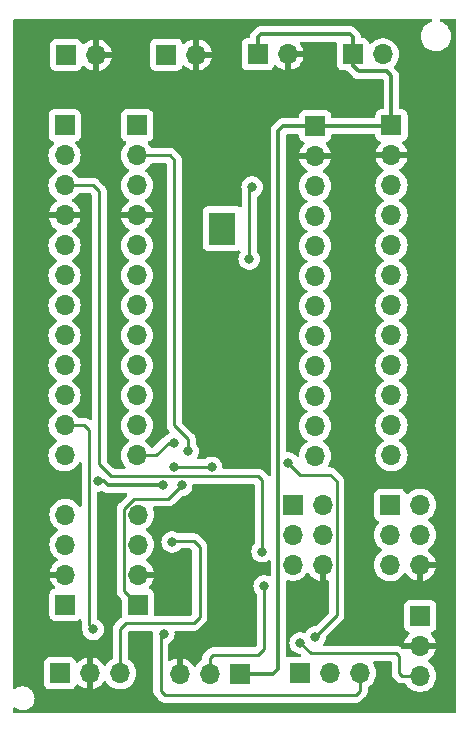
<source format=gbr>
%TF.GenerationSoftware,KiCad,Pcbnew,7.0.9-7.0.9~ubuntu22.04.1*%
%TF.CreationDate,2023-12-29T16:16:38+05:30*%
%TF.ProjectId,ulpLoRa_charge controller HAT,756c704c-6f52-4615-9f63-686172676520,rev?*%
%TF.SameCoordinates,Original*%
%TF.FileFunction,Copper,L2,Bot*%
%TF.FilePolarity,Positive*%
%FSLAX46Y46*%
G04 Gerber Fmt 4.6, Leading zero omitted, Abs format (unit mm)*
G04 Created by KiCad (PCBNEW 7.0.9-7.0.9~ubuntu22.04.1) date 2023-12-29 16:16:38*
%MOMM*%
%LPD*%
G01*
G04 APERTURE LIST*
%TA.AperFunction,ComponentPad*%
%ADD10R,1.700000X1.700000*%
%TD*%
%TA.AperFunction,ComponentPad*%
%ADD11O,1.700000X1.700000*%
%TD*%
%TA.AperFunction,ComponentPad*%
%ADD12C,0.600000*%
%TD*%
%TA.AperFunction,SMDPad,CuDef*%
%ADD13R,2.300000X2.800000*%
%TD*%
%TA.AperFunction,ViaPad*%
%ADD14C,0.800000*%
%TD*%
%TA.AperFunction,Conductor*%
%ADD15C,0.250000*%
%TD*%
%TA.AperFunction,Conductor*%
%ADD16C,0.254000*%
%TD*%
%TA.AperFunction,Conductor*%
%ADD17C,0.304500*%
%TD*%
G04 APERTURE END LIST*
D10*
%TO.P,J5,1,Pin_1*%
%TO.N,/BAT*%
X147270534Y-114009339D03*
D11*
%TO.P,J5,2,Pin_2*%
%TO.N,/MPPT_TX*%
X144730534Y-114009339D03*
%TO.P,J5,3,Pin_3*%
%TO.N,GND*%
X142190534Y-114009339D03*
%TD*%
D10*
%TO.P,CON1,1*%
%TO.N,/MISO*%
X151762929Y-99671787D03*
D11*
%TO.P,CON1,2*%
%TO.N,/VCC*%
X154302929Y-99671787D03*
%TO.P,CON1,3*%
%TO.N,/SCK*%
X151762929Y-102211787D03*
%TO.P,CON1,4*%
%TO.N,/MOSI*%
X154302929Y-102211787D03*
%TO.P,CON1,5*%
%TO.N,/RST*%
X151762929Y-104751787D03*
%TO.P,CON1,6*%
%TO.N,GND*%
X154302929Y-104751787D03*
%TD*%
D10*
%TO.P,J6,1,Pin_1*%
%TO.N,/VCC*%
X132530232Y-108123377D03*
D11*
%TO.P,J6,2,Pin_2*%
%TO.N,GND*%
X132530232Y-105583377D03*
%TO.P,J6,3,Pin_3*%
%TO.N,/SCL*%
X132530232Y-103043377D03*
%TO.P,J6,4,Pin_4*%
%TO.N,/SDA*%
X132530232Y-100503377D03*
%TD*%
D10*
%TO.P,CON2,1*%
%TO.N,/MISO*%
X160011064Y-99679755D03*
D11*
%TO.P,CON2,2*%
%TO.N,/VCC*%
X162551064Y-99679755D03*
%TO.P,CON2,3*%
%TO.N,/SCK*%
X160011064Y-102219755D03*
%TO.P,CON2,4*%
%TO.N,/MOSI*%
X162551064Y-102219755D03*
%TO.P,CON2,5*%
%TO.N,/RST*%
X160011064Y-104759755D03*
%TO.P,CON2,6*%
%TO.N,GND*%
X162551064Y-104759755D03*
%TD*%
D10*
%TO.P,J15,1,Pin_1*%
%TO.N,/5V*%
X152400000Y-113898000D03*
D11*
%TO.P,J15,2,Pin_2*%
%TO.N,GND*%
X154940000Y-113898000D03*
%TO.P,J15,3,Pin_3*%
%TO.N,/D3*%
X157480000Y-113898000D03*
%TD*%
D10*
%TO.P,J3,1,Pin_1*%
%TO.N,/RST*%
X132583000Y-61574000D03*
D11*
%TO.P,J3,2,Pin_2*%
%TO.N,GND*%
X135123000Y-61574000D03*
%TD*%
D10*
%TO.P,J2,1,Pin_1*%
%TO.N,/BAT*%
X153667297Y-67605788D03*
D11*
%TO.P,J2,2,Pin_2*%
%TO.N,GND*%
X153667297Y-70145788D03*
%TO.P,J2,3,Pin_3*%
%TO.N,Net-(J2-Pin_3)*%
X153667297Y-72685788D03*
%TO.P,J2,4,Pin_4*%
%TO.N,/VCC*%
X153667297Y-75225788D03*
%TO.P,J2,5,Pin_5*%
%TO.N,Net-(J2-Pin_5)*%
X153667297Y-77765788D03*
%TO.P,J2,6,Pin_6*%
%TO.N,Net-(J2-Pin_6)*%
X153667297Y-80305788D03*
%TO.P,J2,7,Pin_7*%
%TO.N,Net-(J2-Pin_7)*%
X153667297Y-82845788D03*
%TO.P,J2,8,Pin_8*%
%TO.N,Net-(J2-Pin_8)*%
X153667297Y-85385788D03*
%TO.P,J2,9,Pin_9*%
%TO.N,Net-(J2-Pin_9)*%
X153667297Y-87925788D03*
%TO.P,J2,10,Pin_10*%
%TO.N,Net-(J2-Pin_10)*%
X153667297Y-90465788D03*
%TO.P,J2,11,Pin_11*%
%TO.N,Net-(J2-Pin_11)*%
X153667297Y-93005788D03*
%TO.P,J2,12,Pin_12*%
%TO.N,Net-(J2-Pin_12)*%
X153667297Y-95545788D03*
%TD*%
D10*
%TO.P,J11,1,Pin_1*%
%TO.N,/BAT*%
X148797981Y-61533420D03*
D11*
%TO.P,J11,2,Pin_2*%
%TO.N,GND*%
X151337981Y-61533420D03*
%TD*%
D10*
%TO.P,J8,1,Pin_1*%
%TO.N,Net-(J1-Pin_1)*%
X132450904Y-67546774D03*
D11*
%TO.P,J8,2,Pin_2*%
%TO.N,/RX*%
X132450904Y-70086774D03*
%TO.P,J8,3,Pin_3*%
%TO.N,/RST*%
X132450904Y-72626774D03*
%TO.P,J8,4,Pin_4*%
%TO.N,GND*%
X132450904Y-75166774D03*
%TO.P,J8,5,Pin_5*%
%TO.N,Net-(J1-Pin_5)*%
X132450904Y-77706774D03*
%TO.P,J8,6,Pin_6*%
%TO.N,Net-(J1-Pin_6)*%
X132450904Y-80246774D03*
%TO.P,J8,7,Pin_7*%
%TO.N,Net-(J1-Pin_7)*%
X132450904Y-82786774D03*
%TO.P,J8,8,Pin_8*%
%TO.N,Net-(J1-Pin_8)*%
X132450904Y-85326774D03*
%TO.P,J8,9,Pin_9*%
%TO.N,Net-(J1-Pin_9)*%
X132450904Y-87866774D03*
%TO.P,J8,10,Pin_10*%
%TO.N,/7*%
X132450904Y-90406774D03*
%TO.P,J8,11,Pin_11*%
%TO.N,/8*%
X132450904Y-92946774D03*
%TO.P,J8,12,Pin_12*%
%TO.N,/9*%
X132450904Y-95486774D03*
%TD*%
D10*
%TO.P,J7,1,Pin_1*%
%TO.N,/BAT*%
X160131044Y-67529767D03*
D11*
%TO.P,J7,2,Pin_2*%
%TO.N,GND*%
X160131044Y-70069767D03*
%TO.P,J7,3,Pin_3*%
%TO.N,Net-(J2-Pin_3)*%
X160131044Y-72609767D03*
%TO.P,J7,4,Pin_4*%
%TO.N,/VCC*%
X160131044Y-75149767D03*
%TO.P,J7,5,Pin_5*%
%TO.N,Net-(J2-Pin_5)*%
X160131044Y-77689767D03*
%TO.P,J7,6,Pin_6*%
%TO.N,Net-(J2-Pin_6)*%
X160131044Y-80229767D03*
%TO.P,J7,7,Pin_7*%
%TO.N,Net-(J2-Pin_7)*%
X160131044Y-82769767D03*
%TO.P,J7,8,Pin_8*%
%TO.N,Net-(J2-Pin_8)*%
X160131044Y-85309767D03*
%TO.P,J7,9,Pin_9*%
%TO.N,Net-(J2-Pin_9)*%
X160131044Y-87849767D03*
%TO.P,J7,10,Pin_10*%
%TO.N,Net-(J2-Pin_10)*%
X160131044Y-90389767D03*
%TO.P,J7,11,Pin_11*%
%TO.N,Net-(J2-Pin_11)*%
X160131044Y-92929767D03*
%TO.P,J7,12,Pin_12*%
%TO.N,Net-(J2-Pin_12)*%
X160131044Y-95469767D03*
%TD*%
D10*
%TO.P,J4,1,Pin_1*%
%TO.N,/VCC*%
X138666745Y-108130844D03*
D11*
%TO.P,J4,2,Pin_2*%
%TO.N,GND*%
X138666745Y-105590844D03*
%TO.P,J4,3,Pin_3*%
%TO.N,/SCL*%
X138666745Y-103050844D03*
%TO.P,J4,4,Pin_4*%
%TO.N,/SDA*%
X138666745Y-100510844D03*
%TD*%
D10*
%TO.P,J9,1,Pin_1*%
%TO.N,/BAT*%
X156869645Y-61533479D03*
D11*
%TO.P,J9,2,Pin_2*%
%TO.N,Net-(J9-Pin_2)*%
X159409645Y-61533479D03*
%TD*%
D10*
%TO.P,J14,1,Pin_1*%
%TO.N,/5V*%
X132072747Y-113936329D03*
D11*
%TO.P,J14,2,Pin_2*%
%TO.N,GND*%
X134612747Y-113936329D03*
%TO.P,J14,3,Pin_3*%
%TO.N,/D2*%
X137152747Y-113936329D03*
%TD*%
D10*
%TO.P,J12,1,Pin_1*%
%TO.N,/5V*%
X141056507Y-61553739D03*
D11*
%TO.P,J12,2,Pin_2*%
%TO.N,GND*%
X143596507Y-61553739D03*
%TD*%
D10*
%TO.P,J1,1,Pin_1*%
%TO.N,Net-(J1-Pin_1)*%
X138598418Y-67545362D03*
D11*
%TO.P,J1,2,Pin_2*%
%TO.N,/RX*%
X138598418Y-70085362D03*
%TO.P,J1,3,Pin_3*%
%TO.N,/RST*%
X138598418Y-72625362D03*
%TO.P,J1,4,Pin_4*%
%TO.N,GND*%
X138598418Y-75165362D03*
%TO.P,J1,5,Pin_5*%
%TO.N,Net-(J1-Pin_5)*%
X138598418Y-77705362D03*
%TO.P,J1,6,Pin_6*%
%TO.N,Net-(J1-Pin_6)*%
X138598418Y-80245362D03*
%TO.P,J1,7,Pin_7*%
%TO.N,Net-(J1-Pin_7)*%
X138598418Y-82785362D03*
%TO.P,J1,8,Pin_8*%
%TO.N,Net-(J1-Pin_8)*%
X138598418Y-85325362D03*
%TO.P,J1,9,Pin_9*%
%TO.N,Net-(J1-Pin_9)*%
X138598418Y-87865362D03*
%TO.P,J1,10,Pin_10*%
%TO.N,/7*%
X138598418Y-90405362D03*
%TO.P,J1,11,Pin_11*%
%TO.N,/8*%
X138598418Y-92945362D03*
%TO.P,J1,12,Pin_12*%
%TO.N,/9*%
X138598418Y-95485362D03*
%TD*%
D12*
%TO.P,U1,11,PAD*%
%TO.N,unconnected-(U1-PAD-Pad11)*%
X145298913Y-75532213D03*
X145298913Y-77032213D03*
X145798913Y-76282213D03*
D13*
X145798913Y-76282213D03*
D12*
X146298913Y-75532213D03*
X146298913Y-77032213D03*
%TD*%
D10*
%TO.P,J13,1,Pin_1*%
%TO.N,/5V*%
X162560000Y-109072000D03*
D11*
%TO.P,J13,2,Pin_2*%
%TO.N,GND*%
X162560000Y-111612000D03*
%TO.P,J13,3,Pin_3*%
%TO.N,/D1*%
X162560000Y-114152000D03*
%TD*%
D14*
%TO.N,GND*%
X149479000Y-68559000D03*
X143510000Y-71988000D03*
X142875000Y-77008713D03*
X154178000Y-107040000D03*
%TO.N,/VCC*%
X142367000Y-98023000D03*
X141700327Y-96447332D03*
X144907000Y-96499000D03*
%TO.N,/MPPT_TX*%
X149352000Y-106532000D03*
%TO.N,Net-(U1-UVLO)*%
X148082000Y-78846000D03*
X148336000Y-72750000D03*
%TO.N,/RST*%
X149177503Y-103625465D03*
%TO.N,/5V*%
X135255000Y-97642000D03*
X140786577Y-97955588D03*
%TO.N,/RX*%
X142927207Y-95127386D03*
%TO.N,/8*%
X134874000Y-110215000D03*
%TO.N,/9*%
X141732000Y-94400386D03*
X153670000Y-110850000D03*
X151384000Y-96118000D03*
%TO.N,/D1*%
X152400000Y-111358000D03*
%TO.N,/D3*%
X140847299Y-110600299D03*
%TO.N,/D2*%
X141561634Y-102826136D03*
%TD*%
D15*
%TO.N,/D2*%
X143891000Y-109199000D02*
X143891000Y-103230000D01*
X141561634Y-102826136D02*
X141665770Y-102722000D01*
X141665770Y-102722000D02*
X143383000Y-102722000D01*
X143383000Y-102722000D02*
X143891000Y-103230000D01*
X137152747Y-113936329D02*
X137152747Y-110222253D01*
X137152747Y-110222253D02*
X137668000Y-109707000D01*
X137668000Y-109707000D02*
X143383000Y-109707000D01*
X143383000Y-109707000D02*
X143891000Y-109199000D01*
%TO.N,Net-(U1-UVLO)*%
X148336000Y-72750000D02*
X148082000Y-73004000D01*
X148082000Y-73004000D02*
X148082000Y-78846000D01*
D16*
%TO.N,GND*%
X142875000Y-77008713D02*
X143002000Y-76881713D01*
D17*
X154302929Y-106915071D02*
X154178000Y-107040000D01*
X143510000Y-68813000D02*
X143510000Y-71988000D01*
X143891000Y-68432000D02*
X143510000Y-68813000D01*
X149352000Y-68432000D02*
X143891000Y-68432000D01*
D16*
X143002000Y-72496000D02*
X143510000Y-71988000D01*
D17*
X149479000Y-68559000D02*
X149352000Y-68432000D01*
X154302929Y-104751787D02*
X154302929Y-106915071D01*
D16*
X143002000Y-76881713D02*
X143002000Y-72496000D01*
D17*
%TO.N,/BAT*%
X156869645Y-61533479D02*
X156869645Y-60074645D01*
X150560679Y-113578321D02*
X150560679Y-67985321D01*
X148797981Y-60096019D02*
X148797981Y-61533420D01*
X150560679Y-67985321D02*
X150940212Y-67605788D01*
X157353000Y-62971000D02*
X159719182Y-62971000D01*
X156869645Y-62487645D02*
X157353000Y-62971000D01*
X147270534Y-114009339D02*
X150129661Y-114009339D01*
X150940212Y-67605788D02*
X153667297Y-67605788D01*
X150129661Y-114009339D02*
X150560679Y-113578321D01*
X149098000Y-59796000D02*
X148797981Y-60096019D01*
X156591000Y-59796000D02*
X149098000Y-59796000D01*
X160055023Y-67605788D02*
X160131044Y-67529767D01*
X156869645Y-60074645D02*
X156591000Y-59796000D01*
X159719182Y-62971000D02*
X160131044Y-63382862D01*
X153667297Y-67605788D02*
X160055023Y-67605788D01*
X160131044Y-63382862D02*
X160131044Y-67529767D01*
X156869645Y-61533479D02*
X156869645Y-62487645D01*
D15*
%TO.N,/VCC*%
X141224000Y-99166000D02*
X138349888Y-99166000D01*
X137491745Y-106955844D02*
X138666745Y-108130844D01*
X142367000Y-98023000D02*
X141224000Y-99166000D01*
X137491745Y-100024143D02*
X137491745Y-106955844D01*
X144907000Y-96499000D02*
X144855332Y-96447332D01*
X138349888Y-99166000D02*
X137491745Y-100024143D01*
X144855332Y-96447332D02*
X141700327Y-96447332D01*
%TO.N,/MPPT_TX*%
X149352000Y-106532000D02*
X149352000Y-111866000D01*
X148844000Y-112374000D02*
X145034000Y-112374000D01*
X144730534Y-112677466D02*
X144730534Y-114009339D01*
X145034000Y-112374000D02*
X144730534Y-112677466D01*
X149352000Y-111866000D02*
X148844000Y-112374000D01*
%TO.N,/RST*%
X136368088Y-97231088D02*
X135382000Y-96245000D01*
X149177503Y-103625465D02*
X149177503Y-97594503D01*
X149177503Y-97594503D02*
X148814088Y-97231088D01*
X148814088Y-97231088D02*
X136368088Y-97231088D01*
X134877774Y-72626774D02*
X132450904Y-72626774D01*
X135382000Y-96245000D02*
X135382000Y-73131000D01*
X135382000Y-73131000D02*
X134877774Y-72626774D01*
D17*
%TO.N,/5V*%
X140786577Y-97955588D02*
X140719165Y-98023000D01*
X135763000Y-97642000D02*
X135255000Y-97642000D01*
X136144000Y-98023000D02*
X135763000Y-97642000D01*
X140719165Y-98023000D02*
X136144000Y-98023000D01*
D15*
%TO.N,/RX*%
X138598418Y-70085362D02*
X141353362Y-70085362D01*
X141353362Y-70085362D02*
X141732000Y-70464000D01*
X142927207Y-94138207D02*
X142927207Y-95127386D01*
X141732000Y-92943000D02*
X142927207Y-94138207D01*
X141732000Y-70464000D02*
X141732000Y-92943000D01*
%TO.N,/8*%
X134530000Y-93361000D02*
X134530000Y-109871000D01*
X132450904Y-92946774D02*
X134115774Y-92946774D01*
X134115774Y-92946774D02*
X134530000Y-93361000D01*
X134530000Y-109871000D02*
X134874000Y-110215000D01*
D16*
%TO.N,/9*%
X155479929Y-109040071D02*
X153670000Y-110850000D01*
X151384000Y-96118000D02*
X152400000Y-97134000D01*
X141732000Y-94400386D02*
X141290614Y-94400386D01*
X154940000Y-97134000D02*
X155479929Y-97673929D01*
X152400000Y-97134000D02*
X154940000Y-97134000D01*
X141290614Y-94400386D02*
X140205638Y-95485362D01*
X140205638Y-95485362D02*
X138598418Y-95485362D01*
X155479929Y-97673929D02*
X155479929Y-109040071D01*
D15*
%TO.N,/D1*%
X161036000Y-114152000D02*
X162560000Y-114152000D01*
X152400000Y-111358000D02*
X153289000Y-112247000D01*
X160782000Y-113898000D02*
X161036000Y-114152000D01*
X153289000Y-112247000D02*
X160528000Y-112247000D01*
X160528000Y-112247000D02*
X160782000Y-112501000D01*
X160782000Y-112501000D02*
X160782000Y-113898000D01*
%TO.N,/D3*%
X140589000Y-110858598D02*
X140589000Y-115422000D01*
X140847299Y-110600299D02*
X140589000Y-110858598D01*
X157099000Y-115803000D02*
X157480000Y-115422000D01*
X140589000Y-115422000D02*
X140970000Y-115803000D01*
X157480000Y-115422000D02*
X157480000Y-113898000D01*
X140970000Y-115803000D02*
X157099000Y-115803000D01*
X157734000Y-114152000D02*
X157480000Y-113898000D01*
%TD*%
%TA.AperFunction,Conductor*%
%TO.N,GND*%
G36*
X148487042Y-97884273D02*
G01*
X148532797Y-97937077D01*
X148544003Y-97988588D01*
X148544003Y-102923706D01*
X148524318Y-102990745D01*
X148512153Y-103006678D01*
X148438466Y-103088515D01*
X148438461Y-103088522D01*
X148342976Y-103253908D01*
X148342973Y-103253915D01*
X148287186Y-103425612D01*
X148283961Y-103435537D01*
X148263999Y-103625465D01*
X148283961Y-103815393D01*
X148283962Y-103815396D01*
X148342973Y-103997014D01*
X148342976Y-103997021D01*
X148438463Y-104162409D01*
X148566250Y-104304331D01*
X148720751Y-104416583D01*
X148895215Y-104494259D01*
X149082016Y-104533965D01*
X149272990Y-104533965D01*
X149459791Y-104494259D01*
X149634255Y-104416583D01*
X149703044Y-104366604D01*
X149768850Y-104343125D01*
X149836903Y-104358950D01*
X149885598Y-104409056D01*
X149899929Y-104466923D01*
X149899929Y-105590533D01*
X149880244Y-105657572D01*
X149827440Y-105703327D01*
X149758282Y-105713271D01*
X149725494Y-105703813D01*
X149680264Y-105683676D01*
X149634288Y-105663206D01*
X149634286Y-105663205D01*
X149447487Y-105623500D01*
X149256513Y-105623500D01*
X149069714Y-105663205D01*
X149069712Y-105663206D01*
X148949239Y-105716844D01*
X148895246Y-105740883D01*
X148740745Y-105853135D01*
X148612959Y-105995057D01*
X148517473Y-106160443D01*
X148517470Y-106160450D01*
X148475814Y-106288655D01*
X148458458Y-106342072D01*
X148438496Y-106532000D01*
X148458458Y-106721928D01*
X148458459Y-106721931D01*
X148517470Y-106903549D01*
X148517473Y-106903556D01*
X148605333Y-107055735D01*
X148612960Y-107068944D01*
X148686649Y-107150784D01*
X148716880Y-107213775D01*
X148718500Y-107233756D01*
X148718500Y-111552233D01*
X148698815Y-111619272D01*
X148682181Y-111639914D01*
X148617914Y-111704181D01*
X148556591Y-111737666D01*
X148530233Y-111740500D01*
X145117632Y-111740500D01*
X145101880Y-111738760D01*
X145101855Y-111739032D01*
X145094093Y-111738298D01*
X145094092Y-111738298D01*
X145024029Y-111740500D01*
X144994144Y-111740500D01*
X144994141Y-111740500D01*
X144994129Y-111740501D01*
X144987137Y-111741384D01*
X144981320Y-111741841D01*
X144934114Y-111743325D01*
X144934107Y-111743326D01*
X144914500Y-111749022D01*
X144895461Y-111752965D01*
X144875211Y-111755524D01*
X144875201Y-111755526D01*
X144831291Y-111772911D01*
X144825765Y-111774803D01*
X144780412Y-111787979D01*
X144780407Y-111787981D01*
X144762833Y-111798374D01*
X144745372Y-111806928D01*
X144726386Y-111814446D01*
X144726384Y-111814447D01*
X144688172Y-111842208D01*
X144683290Y-111845415D01*
X144642637Y-111869457D01*
X144628201Y-111883894D01*
X144613415Y-111896523D01*
X144596893Y-111908528D01*
X144596891Y-111908530D01*
X144596890Y-111908531D01*
X144566781Y-111944924D01*
X144562849Y-111949246D01*
X144341714Y-112170379D01*
X144329355Y-112180282D01*
X144329528Y-112180491D01*
X144323519Y-112185462D01*
X144275549Y-112236545D01*
X144254406Y-112257688D01*
X144254391Y-112257705D01*
X144250065Y-112263280D01*
X144246281Y-112267710D01*
X144213953Y-112302137D01*
X144213946Y-112302147D01*
X144204113Y-112320033D01*
X144193437Y-112336286D01*
X144180920Y-112352423D01*
X144180919Y-112352425D01*
X144162159Y-112395776D01*
X144159589Y-112401022D01*
X144136837Y-112442407D01*
X144136837Y-112442408D01*
X144131759Y-112462186D01*
X144125459Y-112480588D01*
X144117352Y-112499323D01*
X144109965Y-112545961D01*
X144108780Y-112551682D01*
X144097034Y-112597431D01*
X144097034Y-112617850D01*
X144095506Y-112637249D01*
X144092314Y-112657409D01*
X144092833Y-112662896D01*
X144096759Y-112704432D01*
X144097034Y-112710270D01*
X144097034Y-112733608D01*
X144077349Y-112800647D01*
X144032054Y-112842662D01*
X143984956Y-112868150D01*
X143984956Y-112868151D01*
X143807295Y-113006431D01*
X143807290Y-113006436D01*
X143654818Y-113172062D01*
X143654810Y-113172073D01*
X143560785Y-113315989D01*
X143507639Y-113361346D01*
X143438407Y-113370769D01*
X143375072Y-113341267D01*
X143355402Y-113319290D01*
X143228647Y-113138265D01*
X143228642Y-113138259D01*
X143061616Y-112971233D01*
X142868112Y-112835738D01*
X142654026Y-112735909D01*
X142654020Y-112735906D01*
X142440534Y-112678703D01*
X142440534Y-113573837D01*
X142332849Y-113524659D01*
X142226297Y-113509339D01*
X142154771Y-113509339D01*
X142048219Y-113524659D01*
X141940534Y-113573837D01*
X141940534Y-112678703D01*
X141940533Y-112678703D01*
X141727047Y-112735906D01*
X141727041Y-112735909D01*
X141512956Y-112835738D01*
X141512954Y-112835739D01*
X141417623Y-112902491D01*
X141351417Y-112924818D01*
X141283650Y-112907808D01*
X141235837Y-112856859D01*
X141222500Y-112800916D01*
X141222500Y-111508252D01*
X141242185Y-111441213D01*
X141294989Y-111395458D01*
X141296068Y-111394971D01*
X141304051Y-111391417D01*
X141458552Y-111279165D01*
X141586339Y-111137243D01*
X141681826Y-110971855D01*
X141740841Y-110790227D01*
X141760803Y-110600299D01*
X141747892Y-110477459D01*
X141760462Y-110408732D01*
X141808194Y-110357708D01*
X141871213Y-110340500D01*
X143299366Y-110340500D01*
X143315113Y-110342238D01*
X143315139Y-110341968D01*
X143322905Y-110342701D01*
X143322909Y-110342702D01*
X143392958Y-110340500D01*
X143422856Y-110340500D01*
X143422857Y-110340500D01*
X143424222Y-110340327D01*
X143429862Y-110339614D01*
X143435685Y-110339156D01*
X143461708Y-110338338D01*
X143482890Y-110337673D01*
X143492681Y-110334827D01*
X143502481Y-110331980D01*
X143521538Y-110328032D01*
X143541797Y-110325474D01*
X143585721Y-110308082D01*
X143591221Y-110306199D01*
X143636593Y-110293018D01*
X143654165Y-110282625D01*
X143671632Y-110274068D01*
X143690617Y-110266552D01*
X143728826Y-110238790D01*
X143733704Y-110235585D01*
X143774362Y-110211542D01*
X143788802Y-110197100D01*
X143803592Y-110184470D01*
X143820107Y-110172472D01*
X143850222Y-110136067D01*
X143854126Y-110131776D01*
X144279815Y-109706087D01*
X144292180Y-109696183D01*
X144292006Y-109695973D01*
X144298012Y-109691003D01*
X144298018Y-109691000D01*
X144345999Y-109639904D01*
X144367134Y-109618770D01*
X144371463Y-109613187D01*
X144375242Y-109608763D01*
X144407586Y-109574321D01*
X144417423Y-109556424D01*
X144428097Y-109540174D01*
X144440613Y-109524041D01*
X144459372Y-109480689D01*
X144461933Y-109475462D01*
X144484695Y-109434060D01*
X144489774Y-109414274D01*
X144496072Y-109395882D01*
X144504181Y-109377145D01*
X144511568Y-109330501D01*
X144512748Y-109324794D01*
X144524500Y-109279030D01*
X144524500Y-109258609D01*
X144526027Y-109239209D01*
X144526283Y-109237597D01*
X144529219Y-109219057D01*
X144524775Y-109172040D01*
X144524500Y-109166203D01*
X144524500Y-103313626D01*
X144526238Y-103297881D01*
X144525967Y-103297856D01*
X144526701Y-103290093D01*
X144524500Y-103220059D01*
X144524500Y-103190150D01*
X144524500Y-103190144D01*
X144523615Y-103183140D01*
X144523156Y-103177311D01*
X144521673Y-103130109D01*
X144515979Y-103110514D01*
X144512032Y-103091457D01*
X144509474Y-103071203D01*
X144492088Y-103027291D01*
X144490196Y-103021764D01*
X144484775Y-103003107D01*
X144477018Y-102976406D01*
X144466625Y-102958833D01*
X144458063Y-102941355D01*
X144450552Y-102922383D01*
X144450550Y-102922380D01*
X144450549Y-102922378D01*
X144422794Y-102884177D01*
X144419586Y-102879293D01*
X144410404Y-102863768D01*
X144395542Y-102838637D01*
X144381108Y-102824203D01*
X144368469Y-102809406D01*
X144356471Y-102792892D01*
X144320084Y-102762790D01*
X144315762Y-102758857D01*
X143890088Y-102333183D01*
X143880187Y-102320823D01*
X143879977Y-102320998D01*
X143875002Y-102314986D01*
X143875000Y-102314982D01*
X143847536Y-102289192D01*
X143823922Y-102267016D01*
X143802768Y-102245863D01*
X143800792Y-102244331D01*
X143797183Y-102241531D01*
X143792750Y-102237744D01*
X143758321Y-102205414D01*
X143758319Y-102205412D01*
X143740431Y-102195578D01*
X143724170Y-102184897D01*
X143708039Y-102172384D01*
X143664693Y-102153627D01*
X143659445Y-102151056D01*
X143632251Y-102136106D01*
X143618060Y-102128305D01*
X143614660Y-102127432D01*
X143598287Y-102123228D01*
X143579881Y-102116926D01*
X143561144Y-102108818D01*
X143561146Y-102108818D01*
X143514496Y-102101430D01*
X143508781Y-102100246D01*
X143488612Y-102095068D01*
X143463032Y-102088500D01*
X143463030Y-102088500D01*
X143442616Y-102088500D01*
X143423217Y-102086973D01*
X143403058Y-102083780D01*
X143403057Y-102083780D01*
X143356034Y-102088225D01*
X143350196Y-102088500D01*
X142132288Y-102088500D01*
X142065249Y-102068815D01*
X142059403Y-102064818D01*
X142018390Y-102035020D01*
X142018386Y-102035018D01*
X141843922Y-101957342D01*
X141843920Y-101957341D01*
X141657121Y-101917636D01*
X141466147Y-101917636D01*
X141279348Y-101957341D01*
X141104880Y-102035019D01*
X140950379Y-102147271D01*
X140822593Y-102289193D01*
X140727107Y-102454579D01*
X140727104Y-102454586D01*
X140679609Y-102600762D01*
X140668092Y-102636208D01*
X140648130Y-102826136D01*
X140668092Y-103016064D01*
X140668093Y-103016067D01*
X140727104Y-103197685D01*
X140727107Y-103197692D01*
X140822594Y-103363080D01*
X140887831Y-103435533D01*
X140939988Y-103493460D01*
X140950381Y-103505002D01*
X141104882Y-103617254D01*
X141279346Y-103694930D01*
X141466147Y-103734636D01*
X141657121Y-103734636D01*
X141843922Y-103694930D01*
X142018386Y-103617254D01*
X142172887Y-103505002D01*
X142270557Y-103396527D01*
X142330043Y-103359879D01*
X142362707Y-103355500D01*
X143069234Y-103355500D01*
X143136273Y-103375185D01*
X143156915Y-103391819D01*
X143221181Y-103456085D01*
X143254666Y-103517408D01*
X143257500Y-103543766D01*
X143257500Y-108885233D01*
X143237815Y-108952272D01*
X143221181Y-108972914D01*
X143156914Y-109037181D01*
X143095591Y-109070666D01*
X143069233Y-109073500D01*
X140149245Y-109073500D01*
X140082206Y-109053815D01*
X140036451Y-109001011D01*
X140025245Y-108949500D01*
X140025245Y-107232206D01*
X140025244Y-107232189D01*
X140020294Y-107186158D01*
X140018734Y-107171643D01*
X140015948Y-107164174D01*
X139975501Y-107055733D01*
X139967634Y-107034640D01*
X139880006Y-106917583D01*
X139762949Y-106829955D01*
X139762947Y-106829954D01*
X139762949Y-106829954D01*
X139633364Y-106781621D01*
X139577430Y-106739750D01*
X139553014Y-106674285D01*
X139567866Y-106606012D01*
X139589017Y-106577758D01*
X139704853Y-106461922D01*
X139840345Y-106268422D01*
X139940174Y-106054336D01*
X139940177Y-106054330D01*
X139997381Y-105840844D01*
X139100431Y-105840844D01*
X139126238Y-105800688D01*
X139166745Y-105662733D01*
X139166745Y-105518955D01*
X139126238Y-105381000D01*
X139100431Y-105340844D01*
X139997381Y-105340844D01*
X139997380Y-105340843D01*
X139940177Y-105127357D01*
X139940174Y-105127351D01*
X139840345Y-104913266D01*
X139840344Y-104913264D01*
X139704858Y-104719770D01*
X139704853Y-104719764D01*
X139537827Y-104552738D01*
X139356942Y-104426080D01*
X139313317Y-104371503D01*
X139306125Y-104302004D01*
X139337647Y-104239650D01*
X139369045Y-104215452D01*
X139412321Y-104192033D01*
X139589985Y-104053750D01*
X139689359Y-103945801D01*
X139742460Y-103888120D01*
X139742461Y-103888118D01*
X139742467Y-103888112D01*
X139865605Y-103699635D01*
X139956041Y-103493460D01*
X140011309Y-103275212D01*
X140011310Y-103275203D01*
X140029901Y-103050849D01*
X140029901Y-103050838D01*
X140011310Y-102826484D01*
X140011308Y-102826472D01*
X139994710Y-102760927D01*
X139956041Y-102608228D01*
X139865605Y-102402053D01*
X139860725Y-102394584D01*
X139759563Y-102239744D01*
X139742467Y-102213576D01*
X139742464Y-102213573D01*
X139742460Y-102213567D01*
X139589988Y-102047941D01*
X139589983Y-102047936D01*
X139412322Y-101909656D01*
X139412323Y-101909656D01*
X139412321Y-101909655D01*
X139375815Y-101889899D01*
X139326224Y-101840680D01*
X139311116Y-101772463D01*
X139335286Y-101706908D01*
X139375815Y-101671789D01*
X139375829Y-101671780D01*
X139412321Y-101652033D01*
X139589985Y-101513750D01*
X139689359Y-101405801D01*
X139742460Y-101348120D01*
X139742461Y-101348118D01*
X139742467Y-101348112D01*
X139865605Y-101159635D01*
X139956041Y-100953460D01*
X140011309Y-100735212D01*
X140011310Y-100735203D01*
X140029901Y-100510849D01*
X140029901Y-100510838D01*
X140011310Y-100286484D01*
X140011308Y-100286472D01*
X139969751Y-100122369D01*
X139956041Y-100068228D01*
X139914405Y-99973308D01*
X139905503Y-99904010D01*
X139935480Y-99840898D01*
X139994820Y-99804011D01*
X140027962Y-99799500D01*
X141140366Y-99799500D01*
X141156113Y-99801238D01*
X141156139Y-99800968D01*
X141163905Y-99801701D01*
X141163909Y-99801702D01*
X141233958Y-99799500D01*
X141263856Y-99799500D01*
X141263857Y-99799500D01*
X141265222Y-99799327D01*
X141270862Y-99798614D01*
X141276685Y-99798156D01*
X141302708Y-99797338D01*
X141323890Y-99796673D01*
X141333681Y-99793827D01*
X141343481Y-99790980D01*
X141362538Y-99787032D01*
X141382797Y-99784474D01*
X141426721Y-99767082D01*
X141432221Y-99765199D01*
X141477593Y-99752018D01*
X141495165Y-99741625D01*
X141512632Y-99733068D01*
X141531617Y-99725552D01*
X141569826Y-99697790D01*
X141574704Y-99694585D01*
X141615362Y-99670542D01*
X141629802Y-99656100D01*
X141644592Y-99643470D01*
X141661107Y-99631472D01*
X141691222Y-99595067D01*
X141695126Y-99590776D01*
X142318086Y-98967819D01*
X142379409Y-98934334D01*
X142405767Y-98931500D01*
X142462487Y-98931500D01*
X142649288Y-98891794D01*
X142823752Y-98814118D01*
X142978253Y-98701866D01*
X143106040Y-98559944D01*
X143201527Y-98394556D01*
X143260542Y-98212928D01*
X143280504Y-98023000D01*
X143278249Y-98001548D01*
X143290818Y-97932821D01*
X143338550Y-97881796D01*
X143401570Y-97864588D01*
X148420003Y-97864588D01*
X148487042Y-97884273D01*
G37*
%TD.AperFunction*%
%TA.AperFunction,Conductor*%
G36*
X154552929Y-106082420D02*
G01*
X154688336Y-106046140D01*
X154758186Y-106047803D01*
X154816048Y-106086966D01*
X154843552Y-106151194D01*
X154844429Y-106165915D01*
X154844429Y-108725476D01*
X154824744Y-108792515D01*
X154808110Y-108813157D01*
X153716086Y-109905181D01*
X153654763Y-109938666D01*
X153628405Y-109941500D01*
X153574513Y-109941500D01*
X153387714Y-109981205D01*
X153213246Y-110058883D01*
X153058745Y-110171135D01*
X152930958Y-110313057D01*
X152855030Y-110444569D01*
X152804463Y-110492785D01*
X152735856Y-110506007D01*
X152697209Y-110495849D01*
X152682288Y-110489206D01*
X152682286Y-110489205D01*
X152495487Y-110449500D01*
X152304513Y-110449500D01*
X152117714Y-110489205D01*
X151943246Y-110566883D01*
X151788745Y-110679135D01*
X151660959Y-110821057D01*
X151565473Y-110986443D01*
X151565470Y-110986450D01*
X151516475Y-111137243D01*
X151506458Y-111168072D01*
X151486496Y-111358000D01*
X151506458Y-111547928D01*
X151506459Y-111547931D01*
X151565470Y-111729549D01*
X151565473Y-111729556D01*
X151660960Y-111894944D01*
X151788747Y-112036866D01*
X151943248Y-112149118D01*
X152117712Y-112226794D01*
X152304513Y-112266500D01*
X152361233Y-112266500D01*
X152428272Y-112286185D01*
X152448914Y-112302819D01*
X152473914Y-112327819D01*
X152507399Y-112389142D01*
X152502415Y-112458834D01*
X152460543Y-112514767D01*
X152395079Y-112539184D01*
X152386233Y-112539500D01*
X151501345Y-112539500D01*
X151440797Y-112546011D01*
X151440796Y-112546011D01*
X151388762Y-112565419D01*
X151319070Y-112570403D01*
X151257747Y-112536918D01*
X151224263Y-112475595D01*
X151221429Y-112449237D01*
X151221429Y-106175887D01*
X151241114Y-106108848D01*
X151293918Y-106063093D01*
X151363076Y-106053149D01*
X151385693Y-106058606D01*
X151428293Y-106073231D01*
X151650360Y-106110287D01*
X151875498Y-106110287D01*
X152097564Y-106073231D01*
X152310503Y-106000129D01*
X152508505Y-105892976D01*
X152686169Y-105754693D01*
X152806942Y-105623500D01*
X152838644Y-105589063D01*
X152838644Y-105589062D01*
X152838651Y-105589055D01*
X152932678Y-105445134D01*
X152985823Y-105399781D01*
X153055054Y-105390357D01*
X153118390Y-105419859D01*
X153138059Y-105441835D01*
X153264819Y-105622865D01*
X153431846Y-105789892D01*
X153625350Y-105925387D01*
X153839436Y-106025216D01*
X153839445Y-106025220D01*
X154052929Y-106082421D01*
X154052929Y-105187288D01*
X154160614Y-105236467D01*
X154267166Y-105251787D01*
X154338692Y-105251787D01*
X154445244Y-105236467D01*
X154552929Y-105187288D01*
X154552929Y-106082420D01*
G37*
%TD.AperFunction*%
%TA.AperFunction,Conductor*%
G36*
X152251836Y-68286223D02*
G01*
X152297591Y-68339027D01*
X152308797Y-68390538D01*
X152308797Y-68504442D01*
X152315308Y-68564990D01*
X152315308Y-68564992D01*
X152366408Y-68701992D01*
X152454036Y-68819049D01*
X152534105Y-68878988D01*
X152567332Y-68903862D01*
X152571093Y-68906677D01*
X152700679Y-68955010D01*
X152756610Y-68996881D01*
X152781027Y-69062345D01*
X152766175Y-69130618D01*
X152745025Y-69158872D01*
X152629183Y-69274714D01*
X152493697Y-69468208D01*
X152493696Y-69468210D01*
X152393867Y-69682295D01*
X152393864Y-69682301D01*
X152336661Y-69895787D01*
X152336661Y-69895788D01*
X153233611Y-69895788D01*
X153207804Y-69935944D01*
X153167297Y-70073899D01*
X153167297Y-70217677D01*
X153207804Y-70355632D01*
X153233611Y-70395788D01*
X152336661Y-70395788D01*
X152393864Y-70609274D01*
X152393867Y-70609280D01*
X152493696Y-70823366D01*
X152629191Y-71016870D01*
X152796214Y-71183893D01*
X152977099Y-71310551D01*
X153020724Y-71365128D01*
X153027916Y-71434627D01*
X152996394Y-71496981D01*
X152964994Y-71521180D01*
X152921724Y-71544597D01*
X152921719Y-71544600D01*
X152744058Y-71682880D01*
X152744053Y-71682885D01*
X152591581Y-71848511D01*
X152591573Y-71848522D01*
X152468437Y-72036995D01*
X152378000Y-72243173D01*
X152322733Y-72461416D01*
X152322731Y-72461428D01*
X152304141Y-72685782D01*
X152304141Y-72685793D01*
X152322731Y-72910147D01*
X152322733Y-72910159D01*
X152378000Y-73128402D01*
X152468437Y-73334580D01*
X152591573Y-73523053D01*
X152591581Y-73523064D01*
X152744053Y-73688690D01*
X152744057Y-73688694D01*
X152921721Y-73826977D01*
X152921726Y-73826979D01*
X152921728Y-73826981D01*
X152958227Y-73846734D01*
X153007817Y-73895953D01*
X153022925Y-73964170D01*
X152998754Y-74029725D01*
X152958227Y-74064842D01*
X152921728Y-74084594D01*
X152921719Y-74084600D01*
X152744058Y-74222880D01*
X152744053Y-74222885D01*
X152591581Y-74388511D01*
X152591573Y-74388522D01*
X152468437Y-74576995D01*
X152378000Y-74783173D01*
X152322733Y-75001416D01*
X152322731Y-75001428D01*
X152304141Y-75225782D01*
X152304141Y-75225793D01*
X152322731Y-75450147D01*
X152322733Y-75450159D01*
X152378000Y-75668402D01*
X152468437Y-75874580D01*
X152591573Y-76063053D01*
X152591581Y-76063064D01*
X152722136Y-76204882D01*
X152744057Y-76228694D01*
X152921721Y-76366977D01*
X152921726Y-76366979D01*
X152921728Y-76366981D01*
X152958227Y-76386734D01*
X153007817Y-76435953D01*
X153022925Y-76504170D01*
X152998754Y-76569725D01*
X152958227Y-76604842D01*
X152921728Y-76624594D01*
X152921719Y-76624600D01*
X152744058Y-76762880D01*
X152744053Y-76762885D01*
X152591581Y-76928511D01*
X152591573Y-76928522D01*
X152468437Y-77116995D01*
X152378000Y-77323173D01*
X152322733Y-77541416D01*
X152322731Y-77541428D01*
X152304141Y-77765782D01*
X152304141Y-77765793D01*
X152322731Y-77990147D01*
X152322733Y-77990159D01*
X152378000Y-78208402D01*
X152468437Y-78414580D01*
X152591573Y-78603053D01*
X152591581Y-78603064D01*
X152744053Y-78768690D01*
X152744057Y-78768694D01*
X152921721Y-78906977D01*
X152921726Y-78906979D01*
X152921728Y-78906981D01*
X152958227Y-78926734D01*
X153007817Y-78975953D01*
X153022925Y-79044170D01*
X152998754Y-79109725D01*
X152958227Y-79144842D01*
X152921728Y-79164594D01*
X152921719Y-79164600D01*
X152744058Y-79302880D01*
X152744053Y-79302885D01*
X152591581Y-79468511D01*
X152591573Y-79468522D01*
X152468437Y-79656995D01*
X152378000Y-79863173D01*
X152322733Y-80081416D01*
X152322731Y-80081428D01*
X152304141Y-80305782D01*
X152304141Y-80305793D01*
X152322731Y-80530147D01*
X152322733Y-80530159D01*
X152378000Y-80748402D01*
X152468437Y-80954580D01*
X152591573Y-81143053D01*
X152591581Y-81143064D01*
X152744053Y-81308690D01*
X152744057Y-81308694D01*
X152921721Y-81446977D01*
X152921726Y-81446979D01*
X152921728Y-81446981D01*
X152958227Y-81466734D01*
X153007817Y-81515953D01*
X153022925Y-81584170D01*
X152998754Y-81649725D01*
X152958227Y-81684842D01*
X152921728Y-81704594D01*
X152921719Y-81704600D01*
X152744058Y-81842880D01*
X152744053Y-81842885D01*
X152591581Y-82008511D01*
X152591573Y-82008522D01*
X152468437Y-82196995D01*
X152378000Y-82403173D01*
X152322733Y-82621416D01*
X152322731Y-82621428D01*
X152304141Y-82845782D01*
X152304141Y-82845793D01*
X152322731Y-83070147D01*
X152322733Y-83070159D01*
X152378000Y-83288402D01*
X152468437Y-83494580D01*
X152591573Y-83683053D01*
X152591581Y-83683064D01*
X152744053Y-83848690D01*
X152744057Y-83848694D01*
X152921721Y-83986977D01*
X152921726Y-83986979D01*
X152921728Y-83986981D01*
X152958227Y-84006734D01*
X153007817Y-84055953D01*
X153022925Y-84124170D01*
X152998754Y-84189725D01*
X152958227Y-84224842D01*
X152921728Y-84244594D01*
X152921719Y-84244600D01*
X152744058Y-84382880D01*
X152744053Y-84382885D01*
X152591581Y-84548511D01*
X152591573Y-84548522D01*
X152468437Y-84736995D01*
X152378000Y-84943173D01*
X152322733Y-85161416D01*
X152322731Y-85161428D01*
X152304141Y-85385782D01*
X152304141Y-85385793D01*
X152322731Y-85610147D01*
X152322733Y-85610159D01*
X152378000Y-85828402D01*
X152468437Y-86034580D01*
X152591573Y-86223053D01*
X152591581Y-86223064D01*
X152744053Y-86388690D01*
X152744057Y-86388694D01*
X152921721Y-86526977D01*
X152921726Y-86526979D01*
X152921728Y-86526981D01*
X152958227Y-86546734D01*
X153007817Y-86595953D01*
X153022925Y-86664170D01*
X152998754Y-86729725D01*
X152958227Y-86764842D01*
X152921728Y-86784594D01*
X152921719Y-86784600D01*
X152744058Y-86922880D01*
X152744053Y-86922885D01*
X152591581Y-87088511D01*
X152591573Y-87088522D01*
X152468437Y-87276995D01*
X152378000Y-87483173D01*
X152322733Y-87701416D01*
X152322731Y-87701428D01*
X152304141Y-87925782D01*
X152304141Y-87925793D01*
X152322731Y-88150147D01*
X152322733Y-88150159D01*
X152378000Y-88368402D01*
X152468437Y-88574580D01*
X152591573Y-88763053D01*
X152591581Y-88763064D01*
X152744053Y-88928690D01*
X152744057Y-88928694D01*
X152921721Y-89066977D01*
X152921726Y-89066979D01*
X152921728Y-89066981D01*
X152958227Y-89086734D01*
X153007817Y-89135953D01*
X153022925Y-89204170D01*
X152998754Y-89269725D01*
X152958227Y-89304842D01*
X152921728Y-89324594D01*
X152921719Y-89324600D01*
X152744058Y-89462880D01*
X152744053Y-89462885D01*
X152591581Y-89628511D01*
X152591573Y-89628522D01*
X152468437Y-89816995D01*
X152378000Y-90023173D01*
X152322733Y-90241416D01*
X152322731Y-90241428D01*
X152304141Y-90465782D01*
X152304141Y-90465793D01*
X152322731Y-90690147D01*
X152322733Y-90690159D01*
X152378000Y-90908402D01*
X152468437Y-91114580D01*
X152591573Y-91303053D01*
X152591581Y-91303064D01*
X152744053Y-91468690D01*
X152744057Y-91468694D01*
X152921721Y-91606977D01*
X152921726Y-91606979D01*
X152921728Y-91606981D01*
X152958227Y-91626734D01*
X153007817Y-91675953D01*
X153022925Y-91744170D01*
X152998754Y-91809725D01*
X152958227Y-91844842D01*
X152921728Y-91864594D01*
X152921719Y-91864600D01*
X152744058Y-92002880D01*
X152744053Y-92002885D01*
X152591581Y-92168511D01*
X152591573Y-92168522D01*
X152468437Y-92356995D01*
X152378000Y-92563173D01*
X152322733Y-92781416D01*
X152322731Y-92781428D01*
X152304141Y-93005782D01*
X152304141Y-93005793D01*
X152322731Y-93230147D01*
X152322733Y-93230159D01*
X152378000Y-93448402D01*
X152468437Y-93654580D01*
X152591573Y-93843053D01*
X152591581Y-93843064D01*
X152735736Y-93999655D01*
X152744057Y-94008694D01*
X152921721Y-94146977D01*
X152921726Y-94146979D01*
X152921728Y-94146981D01*
X152958227Y-94166734D01*
X153007817Y-94215953D01*
X153022925Y-94284170D01*
X152998754Y-94349725D01*
X152958227Y-94384842D01*
X152921728Y-94404594D01*
X152921719Y-94404600D01*
X152744058Y-94542880D01*
X152744053Y-94542885D01*
X152591581Y-94708511D01*
X152591573Y-94708522D01*
X152468437Y-94896995D01*
X152378000Y-95103173D01*
X152322733Y-95321416D01*
X152322731Y-95321428D01*
X152309901Y-95476266D01*
X152284748Y-95541451D01*
X152228346Y-95582689D01*
X152158602Y-95586887D01*
X152097661Y-95552713D01*
X152094175Y-95548998D01*
X151995254Y-95439135D01*
X151848339Y-95332394D01*
X151840752Y-95326882D01*
X151666288Y-95249206D01*
X151666286Y-95249205D01*
X151479487Y-95209500D01*
X151345429Y-95209500D01*
X151278390Y-95189815D01*
X151232635Y-95137011D01*
X151221429Y-95085500D01*
X151221429Y-68390538D01*
X151241114Y-68323499D01*
X151293918Y-68277744D01*
X151345429Y-68266538D01*
X152184797Y-68266538D01*
X152251836Y-68286223D01*
G37*
%TD.AperFunction*%
%TA.AperFunction,Conductor*%
G36*
X141041539Y-70738547D02*
G01*
X141087294Y-70791351D01*
X141098500Y-70842862D01*
X141098500Y-92859366D01*
X141096761Y-92875113D01*
X141097032Y-92875139D01*
X141096298Y-92882905D01*
X141098500Y-92952957D01*
X141098500Y-92982859D01*
X141099384Y-92989856D01*
X141099842Y-92995679D01*
X141101326Y-93042889D01*
X141101327Y-93042891D01*
X141107022Y-93062495D01*
X141110967Y-93081542D01*
X141113526Y-93101797D01*
X141113527Y-93101800D01*
X141113528Y-93101803D01*
X141130914Y-93145716D01*
X141132806Y-93151244D01*
X141145981Y-93196592D01*
X141156372Y-93214162D01*
X141164932Y-93231635D01*
X141172447Y-93250617D01*
X141200209Y-93288827D01*
X141203416Y-93293710D01*
X141227458Y-93334362D01*
X141227462Y-93334366D01*
X141241889Y-93348793D01*
X141254527Y-93363589D01*
X141266528Y-93380107D01*
X141266531Y-93380110D01*
X141295790Y-93404315D01*
X141334898Y-93462215D01*
X141336494Y-93532066D01*
X141300073Y-93591692D01*
X141278748Y-93607247D01*
X141275251Y-93609265D01*
X141120745Y-93721521D01*
X141054460Y-93795138D01*
X141025428Y-93818899D01*
X141018564Y-93822958D01*
X141001097Y-93831515D01*
X140982029Y-93839064D01*
X140982028Y-93839065D01*
X140943684Y-93866923D01*
X140938802Y-93870129D01*
X140898012Y-93894254D01*
X140883516Y-93908750D01*
X140868726Y-93921382D01*
X140852130Y-93933440D01*
X140852126Y-93933443D01*
X140821910Y-93969967D01*
X140817978Y-93974288D01*
X139978724Y-94813543D01*
X139917401Y-94847028D01*
X139891043Y-94849862D01*
X139873067Y-94849862D01*
X139806028Y-94830177D01*
X139769259Y-94793684D01*
X139675064Y-94649508D01*
X139674140Y-94648094D01*
X139674137Y-94648091D01*
X139674133Y-94648085D01*
X139521661Y-94482459D01*
X139521656Y-94482454D01*
X139345808Y-94345585D01*
X139343994Y-94344173D01*
X139307488Y-94324417D01*
X139257897Y-94275198D01*
X139242789Y-94206981D01*
X139266959Y-94141426D01*
X139307488Y-94106307D01*
X139307502Y-94106298D01*
X139343994Y-94086551D01*
X139521658Y-93948268D01*
X139647566Y-93811497D01*
X139674133Y-93782638D01*
X139674134Y-93782636D01*
X139674140Y-93782630D01*
X139797278Y-93594153D01*
X139887714Y-93387978D01*
X139942982Y-93169730D01*
X139944274Y-93154138D01*
X139961574Y-92945367D01*
X139961574Y-92945356D01*
X139942983Y-92721002D01*
X139942981Y-92720990D01*
X139897086Y-92539756D01*
X139887714Y-92502746D01*
X139797278Y-92296571D01*
X139787089Y-92280976D01*
X139735709Y-92202332D01*
X139674140Y-92108094D01*
X139674137Y-92108091D01*
X139674133Y-92108085D01*
X139521661Y-91942459D01*
X139521656Y-91942454D01*
X139345808Y-91805585D01*
X139343994Y-91804173D01*
X139307488Y-91784417D01*
X139257897Y-91735198D01*
X139242789Y-91666981D01*
X139266959Y-91601426D01*
X139307488Y-91566307D01*
X139307502Y-91566298D01*
X139343994Y-91546551D01*
X139521658Y-91408268D01*
X139672833Y-91244050D01*
X139674133Y-91242638D01*
X139674134Y-91242636D01*
X139674140Y-91242630D01*
X139797278Y-91054153D01*
X139887714Y-90847978D01*
X139942982Y-90629730D01*
X139944274Y-90614138D01*
X139961574Y-90405367D01*
X139961574Y-90405356D01*
X139942983Y-90181002D01*
X139942981Y-90180990D01*
X139888072Y-89964159D01*
X139887714Y-89962746D01*
X139797278Y-89756571D01*
X139787089Y-89740976D01*
X139735709Y-89662332D01*
X139674140Y-89568094D01*
X139674137Y-89568091D01*
X139674133Y-89568085D01*
X139521661Y-89402459D01*
X139521656Y-89402454D01*
X139345808Y-89265585D01*
X139343994Y-89264173D01*
X139307488Y-89244417D01*
X139257897Y-89195198D01*
X139242789Y-89126981D01*
X139266959Y-89061426D01*
X139307488Y-89026307D01*
X139307502Y-89026298D01*
X139343994Y-89006551D01*
X139521658Y-88868268D01*
X139672833Y-88704050D01*
X139674133Y-88702638D01*
X139674134Y-88702636D01*
X139674140Y-88702630D01*
X139797278Y-88514153D01*
X139887714Y-88307978D01*
X139942982Y-88089730D01*
X139944274Y-88074138D01*
X139961574Y-87865367D01*
X139961574Y-87865356D01*
X139942983Y-87641002D01*
X139942981Y-87640990D01*
X139888072Y-87424159D01*
X139887714Y-87422746D01*
X139797278Y-87216571D01*
X139787089Y-87200976D01*
X139735709Y-87122332D01*
X139674140Y-87028094D01*
X139674137Y-87028091D01*
X139674133Y-87028085D01*
X139521661Y-86862459D01*
X139521656Y-86862454D01*
X139345808Y-86725585D01*
X139343994Y-86724173D01*
X139307488Y-86704417D01*
X139257897Y-86655198D01*
X139242789Y-86586981D01*
X139266959Y-86521426D01*
X139307488Y-86486307D01*
X139307502Y-86486298D01*
X139343994Y-86466551D01*
X139521658Y-86328268D01*
X139672833Y-86164050D01*
X139674133Y-86162638D01*
X139674134Y-86162636D01*
X139674140Y-86162630D01*
X139797278Y-85974153D01*
X139887714Y-85767978D01*
X139942982Y-85549730D01*
X139944274Y-85534138D01*
X139961574Y-85325367D01*
X139961574Y-85325356D01*
X139942983Y-85101002D01*
X139942981Y-85100990D01*
X139888072Y-84884159D01*
X139887714Y-84882746D01*
X139797278Y-84676571D01*
X139787089Y-84660976D01*
X139735709Y-84582332D01*
X139674140Y-84488094D01*
X139674137Y-84488091D01*
X139674133Y-84488085D01*
X139521661Y-84322459D01*
X139521656Y-84322454D01*
X139345808Y-84185585D01*
X139343994Y-84184173D01*
X139307488Y-84164417D01*
X139257897Y-84115198D01*
X139242789Y-84046981D01*
X139266959Y-83981426D01*
X139307488Y-83946307D01*
X139307502Y-83946298D01*
X139343994Y-83926551D01*
X139521658Y-83788268D01*
X139672833Y-83624050D01*
X139674133Y-83622638D01*
X139674134Y-83622636D01*
X139674140Y-83622630D01*
X139797278Y-83434153D01*
X139887714Y-83227978D01*
X139942982Y-83009730D01*
X139944274Y-82994138D01*
X139961574Y-82785367D01*
X139961574Y-82785356D01*
X139942983Y-82561002D01*
X139942981Y-82560990D01*
X139888072Y-82344159D01*
X139887714Y-82342746D01*
X139797278Y-82136571D01*
X139787089Y-82120976D01*
X139735709Y-82042332D01*
X139674140Y-81948094D01*
X139674137Y-81948091D01*
X139674133Y-81948085D01*
X139521661Y-81782459D01*
X139521656Y-81782454D01*
X139345808Y-81645585D01*
X139343994Y-81644173D01*
X139307488Y-81624417D01*
X139257897Y-81575198D01*
X139242789Y-81506981D01*
X139266959Y-81441426D01*
X139307488Y-81406307D01*
X139307502Y-81406298D01*
X139343994Y-81386551D01*
X139521658Y-81248268D01*
X139672833Y-81084050D01*
X139674133Y-81082638D01*
X139674134Y-81082636D01*
X139674140Y-81082630D01*
X139797278Y-80894153D01*
X139887714Y-80687978D01*
X139942982Y-80469730D01*
X139944274Y-80454138D01*
X139961574Y-80245367D01*
X139961574Y-80245356D01*
X139942983Y-80021002D01*
X139942981Y-80020990D01*
X139888072Y-79804159D01*
X139887714Y-79802746D01*
X139797278Y-79596571D01*
X139787089Y-79580976D01*
X139735709Y-79502332D01*
X139674140Y-79408094D01*
X139674137Y-79408091D01*
X139674133Y-79408085D01*
X139521661Y-79242459D01*
X139521656Y-79242454D01*
X139345808Y-79105585D01*
X139343994Y-79104173D01*
X139307488Y-79084417D01*
X139257897Y-79035198D01*
X139242789Y-78966981D01*
X139266959Y-78901426D01*
X139307488Y-78866307D01*
X139307502Y-78866298D01*
X139343994Y-78846551D01*
X139521658Y-78708268D01*
X139672833Y-78544050D01*
X139674133Y-78542638D01*
X139674134Y-78542636D01*
X139674140Y-78542630D01*
X139797278Y-78354153D01*
X139887714Y-78147978D01*
X139942982Y-77929730D01*
X139944274Y-77914138D01*
X139961574Y-77705367D01*
X139961574Y-77705356D01*
X139942983Y-77481002D01*
X139942981Y-77480990D01*
X139888072Y-77264159D01*
X139887714Y-77262746D01*
X139797278Y-77056571D01*
X139787089Y-77040976D01*
X139735709Y-76962332D01*
X139674140Y-76868094D01*
X139674137Y-76868091D01*
X139674133Y-76868085D01*
X139521661Y-76702459D01*
X139521656Y-76702454D01*
X139345808Y-76565585D01*
X139343995Y-76564173D01*
X139303330Y-76542167D01*
X139300720Y-76540754D01*
X139251131Y-76491535D01*
X139236023Y-76423319D01*
X139260193Y-76357763D01*
X139288616Y-76330125D01*
X139469497Y-76203470D01*
X139636523Y-76036444D01*
X139772018Y-75842940D01*
X139871847Y-75628854D01*
X139871850Y-75628848D01*
X139929054Y-75415362D01*
X139032104Y-75415362D01*
X139057911Y-75375206D01*
X139098418Y-75237251D01*
X139098418Y-75093473D01*
X139057911Y-74955518D01*
X139032104Y-74915362D01*
X139929054Y-74915362D01*
X139929053Y-74915361D01*
X139871850Y-74701875D01*
X139871847Y-74701869D01*
X139772018Y-74487784D01*
X139772017Y-74487782D01*
X139636531Y-74294288D01*
X139636526Y-74294282D01*
X139469500Y-74127256D01*
X139288615Y-74000598D01*
X139244990Y-73946021D01*
X139237798Y-73876522D01*
X139269320Y-73814168D01*
X139300718Y-73789970D01*
X139343994Y-73766551D01*
X139521658Y-73628268D01*
X139672833Y-73464050D01*
X139674133Y-73462638D01*
X139674134Y-73462636D01*
X139674140Y-73462630D01*
X139797278Y-73274153D01*
X139887714Y-73067978D01*
X139942982Y-72849730D01*
X139944274Y-72834138D01*
X139961574Y-72625367D01*
X139961574Y-72625356D01*
X139942983Y-72401002D01*
X139942981Y-72400990D01*
X139901695Y-72237957D01*
X139887714Y-72182746D01*
X139797278Y-71976571D01*
X139787089Y-71960976D01*
X139734972Y-71881205D01*
X139674140Y-71788094D01*
X139674137Y-71788091D01*
X139674133Y-71788085D01*
X139521661Y-71622459D01*
X139521656Y-71622454D01*
X139391540Y-71521180D01*
X139343994Y-71484173D01*
X139307488Y-71464417D01*
X139257897Y-71415198D01*
X139242789Y-71346981D01*
X139266959Y-71281426D01*
X139307488Y-71246307D01*
X139307502Y-71246298D01*
X139343994Y-71226551D01*
X139521658Y-71088268D01*
X139672833Y-70924050D01*
X139674133Y-70922638D01*
X139674134Y-70922636D01*
X139674140Y-70922630D01*
X139727541Y-70840893D01*
X139770566Y-70775040D01*
X139823712Y-70729683D01*
X139874374Y-70718862D01*
X140974500Y-70718862D01*
X141041539Y-70738547D01*
G37*
%TD.AperFunction*%
%TA.AperFunction,Conductor*%
G36*
X134631047Y-73279959D02*
G01*
X134651689Y-73296593D01*
X134712181Y-73357085D01*
X134745666Y-73418408D01*
X134748500Y-73444766D01*
X134748500Y-92384232D01*
X134728815Y-92451271D01*
X134676011Y-92497026D01*
X134606853Y-92506970D01*
X134543297Y-92477945D01*
X134536830Y-92471924D01*
X134535547Y-92470641D01*
X134535542Y-92470637D01*
X134533566Y-92469105D01*
X134529957Y-92466305D01*
X134525524Y-92462518D01*
X134491095Y-92430188D01*
X134491093Y-92430186D01*
X134473205Y-92420352D01*
X134456944Y-92409671D01*
X134440813Y-92397158D01*
X134397467Y-92378401D01*
X134392219Y-92375830D01*
X134365025Y-92360880D01*
X134350834Y-92353079D01*
X134347434Y-92352206D01*
X134331061Y-92348002D01*
X134312655Y-92341700D01*
X134293918Y-92333592D01*
X134293920Y-92333592D01*
X134247270Y-92326204D01*
X134241555Y-92325020D01*
X134221386Y-92319842D01*
X134195806Y-92313274D01*
X134195804Y-92313274D01*
X134175390Y-92313274D01*
X134155991Y-92311747D01*
X134135832Y-92308554D01*
X134135831Y-92308554D01*
X134088808Y-92312999D01*
X134082970Y-92313274D01*
X133726860Y-92313274D01*
X133659821Y-92293589D01*
X133623052Y-92257096D01*
X133526627Y-92109508D01*
X133526619Y-92109497D01*
X133374147Y-91943871D01*
X133374142Y-91943866D01*
X133196481Y-91805586D01*
X133196482Y-91805586D01*
X133196480Y-91805585D01*
X133159974Y-91785829D01*
X133110383Y-91736610D01*
X133095275Y-91668393D01*
X133119445Y-91602838D01*
X133159974Y-91567719D01*
X133162583Y-91566307D01*
X133196480Y-91547963D01*
X133374144Y-91409680D01*
X133526626Y-91244042D01*
X133649764Y-91055565D01*
X133740200Y-90849390D01*
X133795468Y-90631142D01*
X133796877Y-90614138D01*
X133814060Y-90406779D01*
X133814060Y-90406768D01*
X133795469Y-90182414D01*
X133795467Y-90182402D01*
X133791160Y-90165395D01*
X133740200Y-89964158D01*
X133649764Y-89757983D01*
X133648841Y-89756571D01*
X133526627Y-89569508D01*
X133526619Y-89569497D01*
X133374147Y-89403871D01*
X133374142Y-89403866D01*
X133196481Y-89265586D01*
X133196482Y-89265586D01*
X133196480Y-89265585D01*
X133159974Y-89245829D01*
X133110383Y-89196610D01*
X133095275Y-89128393D01*
X133119445Y-89062838D01*
X133159974Y-89027719D01*
X133162583Y-89026307D01*
X133196480Y-89007963D01*
X133374144Y-88869680D01*
X133526626Y-88704042D01*
X133649764Y-88515565D01*
X133740200Y-88309390D01*
X133795468Y-88091142D01*
X133796877Y-88074138D01*
X133814060Y-87866779D01*
X133814060Y-87866768D01*
X133795469Y-87642414D01*
X133795467Y-87642402D01*
X133791160Y-87625395D01*
X133740200Y-87424158D01*
X133649764Y-87217983D01*
X133648841Y-87216571D01*
X133526627Y-87029508D01*
X133526619Y-87029497D01*
X133374147Y-86863871D01*
X133374142Y-86863866D01*
X133196481Y-86725586D01*
X133196482Y-86725586D01*
X133196480Y-86725585D01*
X133159974Y-86705829D01*
X133110383Y-86656610D01*
X133095275Y-86588393D01*
X133119445Y-86522838D01*
X133159974Y-86487719D01*
X133162583Y-86486307D01*
X133196480Y-86467963D01*
X133374144Y-86329680D01*
X133526626Y-86164042D01*
X133649764Y-85975565D01*
X133740200Y-85769390D01*
X133795468Y-85551142D01*
X133796877Y-85534138D01*
X133814060Y-85326779D01*
X133814060Y-85326768D01*
X133795469Y-85102414D01*
X133795467Y-85102402D01*
X133791160Y-85085395D01*
X133740200Y-84884158D01*
X133649764Y-84677983D01*
X133648841Y-84676571D01*
X133526627Y-84489508D01*
X133526619Y-84489497D01*
X133374147Y-84323871D01*
X133374142Y-84323866D01*
X133196481Y-84185586D01*
X133196482Y-84185586D01*
X133196480Y-84185585D01*
X133159974Y-84165829D01*
X133110383Y-84116610D01*
X133095275Y-84048393D01*
X133119445Y-83982838D01*
X133159974Y-83947719D01*
X133162583Y-83946307D01*
X133196480Y-83927963D01*
X133374144Y-83789680D01*
X133526626Y-83624042D01*
X133649764Y-83435565D01*
X133740200Y-83229390D01*
X133795468Y-83011142D01*
X133796877Y-82994138D01*
X133814060Y-82786779D01*
X133814060Y-82786768D01*
X133795469Y-82562414D01*
X133795467Y-82562402D01*
X133791160Y-82545395D01*
X133740200Y-82344158D01*
X133649764Y-82137983D01*
X133648841Y-82136571D01*
X133526627Y-81949508D01*
X133526619Y-81949497D01*
X133374147Y-81783871D01*
X133374142Y-81783866D01*
X133196481Y-81645586D01*
X133196482Y-81645586D01*
X133196480Y-81645585D01*
X133159974Y-81625829D01*
X133110383Y-81576610D01*
X133095275Y-81508393D01*
X133119445Y-81442838D01*
X133159974Y-81407719D01*
X133162583Y-81406307D01*
X133196480Y-81387963D01*
X133374144Y-81249680D01*
X133526626Y-81084042D01*
X133649764Y-80895565D01*
X133740200Y-80689390D01*
X133795468Y-80471142D01*
X133796877Y-80454138D01*
X133814060Y-80246779D01*
X133814060Y-80246768D01*
X133795469Y-80022414D01*
X133795467Y-80022402D01*
X133791160Y-80005395D01*
X133740200Y-79804158D01*
X133649764Y-79597983D01*
X133648841Y-79596571D01*
X133526627Y-79409508D01*
X133526619Y-79409497D01*
X133374147Y-79243871D01*
X133374142Y-79243866D01*
X133196481Y-79105586D01*
X133196482Y-79105586D01*
X133196480Y-79105585D01*
X133159974Y-79085829D01*
X133110383Y-79036610D01*
X133095275Y-78968393D01*
X133119445Y-78902838D01*
X133159974Y-78867719D01*
X133162583Y-78866307D01*
X133196480Y-78847963D01*
X133374144Y-78709680D01*
X133526626Y-78544042D01*
X133649764Y-78355565D01*
X133740200Y-78149390D01*
X133795468Y-77931142D01*
X133796877Y-77914138D01*
X133814060Y-77706779D01*
X133814060Y-77706768D01*
X133795469Y-77482414D01*
X133795467Y-77482402D01*
X133791160Y-77465395D01*
X133740200Y-77264158D01*
X133649764Y-77057983D01*
X133648841Y-77056571D01*
X133526627Y-76869508D01*
X133526619Y-76869497D01*
X133374147Y-76703871D01*
X133374142Y-76703866D01*
X133196481Y-76565586D01*
X133196481Y-76565585D01*
X133153207Y-76542167D01*
X133103617Y-76492947D01*
X133088509Y-76424731D01*
X133112679Y-76359175D01*
X133141102Y-76331537D01*
X133321983Y-76204882D01*
X133489009Y-76037856D01*
X133624504Y-75844352D01*
X133724333Y-75630266D01*
X133724336Y-75630260D01*
X133781540Y-75416774D01*
X132884590Y-75416774D01*
X132910397Y-75376618D01*
X132950904Y-75238663D01*
X132950904Y-75094885D01*
X132910397Y-74956930D01*
X132884590Y-74916774D01*
X133781540Y-74916774D01*
X133781539Y-74916773D01*
X133724336Y-74703287D01*
X133724333Y-74703281D01*
X133624504Y-74489196D01*
X133624503Y-74489194D01*
X133489017Y-74295700D01*
X133489012Y-74295694D01*
X133321986Y-74128668D01*
X133141101Y-74002010D01*
X133097476Y-73947433D01*
X133090284Y-73877934D01*
X133121806Y-73815580D01*
X133153204Y-73791382D01*
X133196480Y-73767963D01*
X133374144Y-73629680D01*
X133526626Y-73464042D01*
X133580027Y-73382305D01*
X133623052Y-73316452D01*
X133676198Y-73271095D01*
X133726860Y-73260274D01*
X134564008Y-73260274D01*
X134631047Y-73279959D01*
G37*
%TD.AperFunction*%
%TA.AperFunction,Conductor*%
G36*
X163548668Y-58545685D02*
G01*
X163594423Y-58598489D01*
X163604367Y-58667647D01*
X163575342Y-58731203D01*
X163516564Y-58768977D01*
X163509225Y-58770890D01*
X163504496Y-58771969D01*
X163500157Y-58773378D01*
X163497064Y-58774294D01*
X163461555Y-58783809D01*
X163461552Y-58783810D01*
X163260072Y-58877763D01*
X163260068Y-58877765D01*
X163077966Y-59005274D01*
X162920772Y-59162468D01*
X162793263Y-59344570D01*
X162793261Y-59344574D01*
X162699310Y-59546051D01*
X162641771Y-59760786D01*
X162641770Y-59760793D01*
X162622396Y-59982248D01*
X162622396Y-59982253D01*
X162641770Y-60203708D01*
X162641771Y-60203716D01*
X162699307Y-60418442D01*
X162699308Y-60418444D01*
X162699309Y-60418447D01*
X162726984Y-60477796D01*
X162793260Y-60619927D01*
X162801341Y-60631467D01*
X162920772Y-60802032D01*
X163077968Y-60959228D01*
X163260072Y-61086739D01*
X163461553Y-61180691D01*
X163461560Y-61180693D01*
X163461563Y-61180694D01*
X163497062Y-61190206D01*
X163500171Y-61191126D01*
X163504494Y-61192530D01*
X163504504Y-61192534D01*
X163512907Y-61194451D01*
X163676286Y-61238229D01*
X163718127Y-61241889D01*
X163726527Y-61243208D01*
X163726928Y-61243300D01*
X163741968Y-61243975D01*
X163897749Y-61257604D01*
X163943773Y-61253577D01*
X163951935Y-61253405D01*
X163954842Y-61253536D01*
X163972751Y-61251110D01*
X163975568Y-61250795D01*
X164119212Y-61238229D01*
X164167932Y-61225174D01*
X164175635Y-61223628D01*
X164180922Y-61222912D01*
X164200816Y-61216447D01*
X164203827Y-61215556D01*
X164307182Y-61187862D01*
X164333935Y-61180694D01*
X164333937Y-61180693D01*
X164333945Y-61180691D01*
X164383570Y-61157550D01*
X164390590Y-61154785D01*
X164397899Y-61152411D01*
X164417837Y-61141681D01*
X164420952Y-61140118D01*
X164535426Y-61086739D01*
X164583881Y-61052809D01*
X164590033Y-61049019D01*
X164598802Y-61044301D01*
X164617268Y-61029574D01*
X164620264Y-61027334D01*
X164717530Y-60959228D01*
X164762535Y-60914222D01*
X164767679Y-60909625D01*
X164777172Y-60902056D01*
X164792908Y-60884043D01*
X164795698Y-60881059D01*
X164874726Y-60802032D01*
X164913856Y-60746148D01*
X164917950Y-60740922D01*
X164927277Y-60730247D01*
X164939444Y-60709881D01*
X164941837Y-60706187D01*
X165002237Y-60619928D01*
X165033073Y-60553798D01*
X165036014Y-60548251D01*
X165044292Y-60534397D01*
X165052416Y-60512749D01*
X165054251Y-60508381D01*
X165096189Y-60418447D01*
X165096190Y-60418442D01*
X165096191Y-60418442D01*
X165101308Y-60399342D01*
X165116333Y-60343266D01*
X165118157Y-60337582D01*
X165124456Y-60320801D01*
X165128415Y-60298984D01*
X165129523Y-60294041D01*
X165153727Y-60203714D01*
X165160947Y-60121181D01*
X165161700Y-60115568D01*
X165165193Y-60096323D01*
X165165862Y-60066459D01*
X165166077Y-60062546D01*
X165173102Y-59982251D01*
X165166077Y-59901958D01*
X165165862Y-59898038D01*
X165165193Y-59868179D01*
X165161700Y-59848933D01*
X165160947Y-59843320D01*
X165153727Y-59760788D01*
X165129527Y-59670473D01*
X165128412Y-59665502D01*
X165124456Y-59643701D01*
X165118161Y-59626930D01*
X165116325Y-59621205D01*
X165096189Y-59546055D01*
X165054252Y-59456122D01*
X165052414Y-59451747D01*
X165044292Y-59430105D01*
X165044126Y-59429828D01*
X165036026Y-59416269D01*
X165033057Y-59410669D01*
X165002237Y-59344575D01*
X165002236Y-59344573D01*
X164941861Y-59258349D01*
X164939424Y-59254586D01*
X164927276Y-59234254D01*
X164917942Y-59223570D01*
X164913850Y-59218346D01*
X164874726Y-59162470D01*
X164795717Y-59083461D01*
X164792889Y-59080435D01*
X164777172Y-59062446D01*
X164767696Y-59054889D01*
X164762517Y-59050261D01*
X164740019Y-59027763D01*
X164717531Y-59005274D01*
X164660454Y-58965308D01*
X164620306Y-58937197D01*
X164617220Y-58934889D01*
X164598799Y-58920198D01*
X164590047Y-58915489D01*
X164583861Y-58911677D01*
X164535430Y-58877765D01*
X164535426Y-58877763D01*
X164420982Y-58824397D01*
X164417804Y-58822802D01*
X164397895Y-58812089D01*
X164390593Y-58809716D01*
X164383550Y-58806941D01*
X164345740Y-58789311D01*
X164333945Y-58783811D01*
X164333942Y-58783810D01*
X164281563Y-58769775D01*
X164221902Y-58733410D01*
X164191373Y-58670563D01*
X164199668Y-58601188D01*
X164244153Y-58547310D01*
X164310705Y-58526035D01*
X164313656Y-58526000D01*
X165484000Y-58526000D01*
X165551039Y-58545685D01*
X165596794Y-58598489D01*
X165608000Y-58650000D01*
X165608000Y-117178620D01*
X165588315Y-117245659D01*
X165535511Y-117291414D01*
X165484000Y-117302620D01*
X128179914Y-117302620D01*
X128112875Y-117282935D01*
X128067120Y-117230131D01*
X128055914Y-117178620D01*
X128055914Y-116900639D01*
X128075599Y-116833600D01*
X128128403Y-116787845D01*
X128197561Y-116777901D01*
X128258579Y-116804786D01*
X128346460Y-116876909D01*
X128346467Y-116876913D01*
X128346469Y-116876914D01*
X128520273Y-116969814D01*
X128550937Y-116979116D01*
X128554436Y-116980294D01*
X128556796Y-116981168D01*
X128556799Y-116981170D01*
X128563005Y-116982776D01*
X128708868Y-117027024D01*
X128739662Y-117030056D01*
X128746911Y-117031344D01*
X128746955Y-117031063D01*
X128753175Y-117032015D01*
X128753182Y-117032017D01*
X128764880Y-117032610D01*
X128767782Y-117032826D01*
X128905000Y-117046341D01*
X128940203Y-117042873D01*
X128949500Y-117042653D01*
X128949498Y-117042610D01*
X128955768Y-117042291D01*
X128955780Y-117042292D01*
X128971580Y-117039871D01*
X128974831Y-117039463D01*
X129101132Y-117027024D01*
X129139291Y-117015448D01*
X129155827Y-117011694D01*
X129156296Y-117011573D01*
X129156299Y-117011573D01*
X129173704Y-117005127D01*
X129177227Y-117003940D01*
X129289727Y-116969814D01*
X129332647Y-116946872D01*
X129340331Y-116943415D01*
X129346530Y-116941120D01*
X129363615Y-116930470D01*
X129367088Y-116928463D01*
X129463538Y-116876910D01*
X129504627Y-116843188D01*
X129511142Y-116838515D01*
X129518684Y-116833815D01*
X129533726Y-116819516D01*
X129537034Y-116816592D01*
X129615883Y-116751883D01*
X129652511Y-116707251D01*
X129657696Y-116701674D01*
X129665715Y-116694052D01*
X129677568Y-116677021D01*
X129680484Y-116673165D01*
X129740910Y-116599538D01*
X129770356Y-116544446D01*
X129774125Y-116538293D01*
X129781601Y-116527553D01*
X129789578Y-116508963D01*
X129791862Y-116504213D01*
X129833814Y-116425727D01*
X129853361Y-116361288D01*
X129855696Y-116354892D01*
X129861600Y-116341135D01*
X129865497Y-116322170D01*
X129866881Y-116316719D01*
X129891024Y-116237132D01*
X129898116Y-116165121D01*
X129899082Y-116158740D01*
X129902435Y-116142429D01*
X129903098Y-116116196D01*
X129903373Y-116111741D01*
X129910341Y-116041000D01*
X129903373Y-115970261D01*
X129903098Y-115965800D01*
X129902435Y-115939571D01*
X129899081Y-115923253D01*
X129898116Y-115916881D01*
X129891024Y-115844868D01*
X129866888Y-115765305D01*
X129865492Y-115759804D01*
X129861600Y-115740865D01*
X129855702Y-115727121D01*
X129853354Y-115720687D01*
X129833814Y-115656273D01*
X129803813Y-115600145D01*
X129791871Y-115577803D01*
X129789577Y-115573035D01*
X129781601Y-115554447D01*
X129774135Y-115543721D01*
X129770347Y-115537535D01*
X129740910Y-115482462D01*
X129733508Y-115473443D01*
X129699461Y-115431957D01*
X129680498Y-115408850D01*
X129677561Y-115404969D01*
X129665715Y-115387948D01*
X129657711Y-115380339D01*
X129652497Y-115374731D01*
X129615883Y-115330116D01*
X129537085Y-115265448D01*
X129533703Y-115262460D01*
X129518686Y-115248187D01*
X129518684Y-115248185D01*
X129511145Y-115243486D01*
X129504606Y-115238794D01*
X129502684Y-115237217D01*
X129495703Y-115231487D01*
X129463540Y-115205091D01*
X129463532Y-115205086D01*
X129396849Y-115169444D01*
X129367130Y-115153558D01*
X129363570Y-115151501D01*
X129346535Y-115140883D01*
X129346534Y-115140882D01*
X129346530Y-115140880D01*
X129346526Y-115140878D01*
X129346523Y-115140877D01*
X129340335Y-115138585D01*
X129332635Y-115135120D01*
X129289728Y-115112186D01*
X129177253Y-115078066D01*
X129173721Y-115076878D01*
X129156300Y-115070427D01*
X129155854Y-115070312D01*
X129139276Y-115066547D01*
X129133102Y-115064674D01*
X129101132Y-115054976D01*
X129101130Y-115054975D01*
X129101132Y-115054975D01*
X128974849Y-115042537D01*
X128971541Y-115042122D01*
X128955784Y-115039708D01*
X128949504Y-115039390D01*
X128949506Y-115039347D01*
X128940205Y-115039125D01*
X128905003Y-115035659D01*
X128904999Y-115035659D01*
X128767793Y-115049171D01*
X128764860Y-115049390D01*
X128753185Y-115049982D01*
X128746974Y-115050934D01*
X128746931Y-115050654D01*
X128739679Y-115051941D01*
X128708869Y-115054975D01*
X128563009Y-115099221D01*
X128556793Y-115100831D01*
X128554430Y-115101706D01*
X128550903Y-115102893D01*
X128520270Y-115112186D01*
X128346467Y-115205086D01*
X128346460Y-115205091D01*
X128258579Y-115277213D01*
X128194269Y-115304526D01*
X128125401Y-115292735D01*
X128073841Y-115245583D01*
X128055914Y-115181360D01*
X128055914Y-114834983D01*
X130714247Y-114834983D01*
X130720758Y-114895531D01*
X130720758Y-114895533D01*
X130761349Y-115004357D01*
X130771858Y-115032533D01*
X130859486Y-115149590D01*
X130976543Y-115237218D01*
X131113546Y-115288318D01*
X131140797Y-115291247D01*
X131174092Y-115294828D01*
X131174109Y-115294829D01*
X132971385Y-115294829D01*
X132971401Y-115294828D01*
X132998439Y-115291920D01*
X133031948Y-115288318D01*
X133168951Y-115237218D01*
X133286008Y-115149590D01*
X133373636Y-115032533D01*
X133421970Y-114902944D01*
X133463840Y-114847015D01*
X133529304Y-114822598D01*
X133597577Y-114837450D01*
X133625831Y-114858601D01*
X133741664Y-114974434D01*
X133935168Y-115109929D01*
X134149254Y-115209758D01*
X134149263Y-115209762D01*
X134362747Y-115266963D01*
X134362747Y-114371830D01*
X134470432Y-114421009D01*
X134576984Y-114436329D01*
X134648510Y-114436329D01*
X134755062Y-114421009D01*
X134862747Y-114371830D01*
X134862747Y-115266962D01*
X135076230Y-115209762D01*
X135076239Y-115209758D01*
X135290325Y-115109929D01*
X135483829Y-114974434D01*
X135650852Y-114807411D01*
X135777615Y-114626377D01*
X135832192Y-114582752D01*
X135901691Y-114575560D01*
X135964045Y-114607082D01*
X135982998Y-114629679D01*
X136077023Y-114773594D01*
X136077031Y-114773605D01*
X136229503Y-114939231D01*
X136229508Y-114939236D01*
X136253383Y-114957819D01*
X136407171Y-115077518D01*
X136407172Y-115077518D01*
X136407174Y-115077520D01*
X136524250Y-115140878D01*
X136605173Y-115184671D01*
X136818112Y-115257773D01*
X137040178Y-115294829D01*
X137265316Y-115294829D01*
X137487382Y-115257773D01*
X137700321Y-115184671D01*
X137898323Y-115077518D01*
X138075987Y-114939235D01*
X138204972Y-114799121D01*
X138228462Y-114773605D01*
X138228463Y-114773603D01*
X138228469Y-114773597D01*
X138351607Y-114585120D01*
X138442043Y-114378945D01*
X138497311Y-114160697D01*
X138497312Y-114160688D01*
X138515903Y-113936334D01*
X138515903Y-113936323D01*
X138497312Y-113711969D01*
X138497310Y-113711957D01*
X138460532Y-113566723D01*
X138442043Y-113493713D01*
X138351607Y-113287538D01*
X138326567Y-113249212D01*
X138228470Y-113099063D01*
X138228462Y-113099052D01*
X138075990Y-112933426D01*
X138075985Y-112933421D01*
X137910221Y-112804401D01*
X137898324Y-112795140D01*
X137851227Y-112769652D01*
X137801638Y-112720431D01*
X137786247Y-112660598D01*
X137786247Y-110536020D01*
X137805932Y-110468981D01*
X137822566Y-110448338D01*
X137894087Y-110376818D01*
X137955411Y-110343334D01*
X137981768Y-110340500D01*
X139823385Y-110340500D01*
X139890424Y-110360185D01*
X139936179Y-110412989D01*
X139946705Y-110477459D01*
X139933795Y-110600299D01*
X139953757Y-110790227D01*
X139953758Y-110790230D01*
X139953916Y-110791733D01*
X139953068Y-110824094D01*
X139950780Y-110838538D01*
X139950780Y-110838540D01*
X139955225Y-110885564D01*
X139955500Y-110891402D01*
X139955500Y-115338366D01*
X139953761Y-115354113D01*
X139954032Y-115354139D01*
X139953298Y-115361905D01*
X139953298Y-115361908D01*
X139953298Y-115361909D01*
X139954506Y-115400338D01*
X139955500Y-115431957D01*
X139955500Y-115461859D01*
X139956384Y-115468856D01*
X139956842Y-115474679D01*
X139958326Y-115521889D01*
X139958327Y-115521891D01*
X139964022Y-115541495D01*
X139967967Y-115560542D01*
X139970526Y-115580797D01*
X139970527Y-115580800D01*
X139970528Y-115580803D01*
X139987914Y-115624716D01*
X139989806Y-115630244D01*
X140002981Y-115675592D01*
X140013372Y-115693162D01*
X140021932Y-115710635D01*
X140029447Y-115729617D01*
X140057209Y-115767827D01*
X140060416Y-115772710D01*
X140084458Y-115813362D01*
X140084462Y-115813366D01*
X140098889Y-115827793D01*
X140111527Y-115842589D01*
X140123528Y-115859107D01*
X140123530Y-115859109D01*
X140128118Y-115862904D01*
X140159931Y-115889222D01*
X140164231Y-115893135D01*
X140382816Y-116111720D01*
X140462910Y-116191814D01*
X140472816Y-116204178D01*
X140473026Y-116204005D01*
X140478001Y-116210019D01*
X140529094Y-116257999D01*
X140550225Y-116279129D01*
X140550230Y-116279134D01*
X140555802Y-116283456D01*
X140560242Y-116287249D01*
X140594678Y-116319586D01*
X140612567Y-116329420D01*
X140628833Y-116340104D01*
X140644959Y-116352613D01*
X140688298Y-116371367D01*
X140693545Y-116373937D01*
X140734940Y-116396695D01*
X140754718Y-116401773D01*
X140773121Y-116408074D01*
X140791852Y-116416180D01*
X140791853Y-116416180D01*
X140791855Y-116416181D01*
X140819250Y-116420519D01*
X140838497Y-116423568D01*
X140844213Y-116424751D01*
X140889970Y-116436500D01*
X140910390Y-116436500D01*
X140929789Y-116438027D01*
X140949941Y-116441218D01*
X140949942Y-116441219D01*
X140949942Y-116441218D01*
X140949943Y-116441219D01*
X140984337Y-116437968D01*
X140996959Y-116436775D01*
X141002796Y-116436500D01*
X157015366Y-116436500D01*
X157031113Y-116438238D01*
X157031139Y-116437968D01*
X157038905Y-116438701D01*
X157038909Y-116438702D01*
X157108958Y-116436500D01*
X157138856Y-116436500D01*
X157138857Y-116436500D01*
X157140222Y-116436327D01*
X157145862Y-116435614D01*
X157151685Y-116435156D01*
X157177708Y-116434338D01*
X157198890Y-116433673D01*
X157208681Y-116430827D01*
X157218481Y-116427980D01*
X157237538Y-116424032D01*
X157257797Y-116421474D01*
X157301721Y-116404082D01*
X157307221Y-116402199D01*
X157352593Y-116389018D01*
X157370165Y-116378625D01*
X157387632Y-116370068D01*
X157406617Y-116362552D01*
X157444826Y-116334790D01*
X157449704Y-116331585D01*
X157490362Y-116307542D01*
X157504802Y-116293100D01*
X157519592Y-116280470D01*
X157536107Y-116268472D01*
X157566222Y-116232067D01*
X157570126Y-116227776D01*
X157868815Y-115929087D01*
X157881180Y-115919183D01*
X157881006Y-115918973D01*
X157887012Y-115914003D01*
X157887018Y-115914000D01*
X157934999Y-115862904D01*
X157956134Y-115841770D01*
X157960463Y-115836187D01*
X157964242Y-115831763D01*
X157996586Y-115797321D01*
X158006423Y-115779424D01*
X158017097Y-115763174D01*
X158029613Y-115747041D01*
X158048372Y-115703689D01*
X158050933Y-115698462D01*
X158073695Y-115657060D01*
X158078774Y-115637274D01*
X158085072Y-115618882D01*
X158093181Y-115600145D01*
X158100568Y-115553501D01*
X158101748Y-115547794D01*
X158113500Y-115502030D01*
X158113500Y-115481609D01*
X158115027Y-115462209D01*
X158115083Y-115461859D01*
X158118219Y-115442057D01*
X158113775Y-115395040D01*
X158113500Y-115389203D01*
X158113500Y-115173729D01*
X158133185Y-115106690D01*
X158178484Y-115064674D01*
X158225566Y-115039195D01*
X158225569Y-115039192D01*
X158225576Y-115039189D01*
X158403240Y-114900906D01*
X158539215Y-114753199D01*
X158555715Y-114735276D01*
X158555716Y-114735274D01*
X158555722Y-114735268D01*
X158678860Y-114546791D01*
X158769296Y-114340616D01*
X158824564Y-114122368D01*
X158825900Y-114106244D01*
X158843156Y-113898005D01*
X158843156Y-113897994D01*
X158824565Y-113673640D01*
X158824563Y-113673628D01*
X158769296Y-113455385D01*
X158767657Y-113451649D01*
X158678860Y-113249209D01*
X158563292Y-113072318D01*
X158543106Y-113005432D01*
X158562286Y-112938247D01*
X158614744Y-112892096D01*
X158667102Y-112880500D01*
X160024500Y-112880500D01*
X160091539Y-112900185D01*
X160137294Y-112952989D01*
X160148500Y-113004500D01*
X160148500Y-113814366D01*
X160146761Y-113830113D01*
X160147032Y-113830139D01*
X160146298Y-113837905D01*
X160148500Y-113907957D01*
X160148500Y-113937859D01*
X160149384Y-113944856D01*
X160149842Y-113950679D01*
X160151326Y-113997889D01*
X160151327Y-113997891D01*
X160157022Y-114017495D01*
X160160967Y-114036542D01*
X160163526Y-114056797D01*
X160163527Y-114056800D01*
X160163528Y-114056803D01*
X160180914Y-114100716D01*
X160182806Y-114106244D01*
X160195981Y-114151592D01*
X160206372Y-114169162D01*
X160214932Y-114186635D01*
X160222447Y-114205617D01*
X160250209Y-114243827D01*
X160253416Y-114248710D01*
X160277458Y-114289362D01*
X160277462Y-114289366D01*
X160291889Y-114303793D01*
X160304526Y-114318588D01*
X160316528Y-114335107D01*
X160352931Y-114365222D01*
X160357231Y-114369135D01*
X160449198Y-114461102D01*
X160528910Y-114540814D01*
X160538816Y-114553178D01*
X160539026Y-114553005D01*
X160544001Y-114559019D01*
X160595094Y-114606999D01*
X160607499Y-114619403D01*
X160616230Y-114628134D01*
X160621802Y-114632456D01*
X160626242Y-114636249D01*
X160660678Y-114668586D01*
X160678567Y-114678420D01*
X160694833Y-114689104D01*
X160710959Y-114701613D01*
X160754298Y-114720367D01*
X160759545Y-114722937D01*
X160800940Y-114745695D01*
X160820718Y-114750773D01*
X160839119Y-114757073D01*
X160857855Y-114765181D01*
X160902362Y-114772229D01*
X160904503Y-114772569D01*
X160910212Y-114773751D01*
X160955970Y-114785500D01*
X160976384Y-114785500D01*
X160995783Y-114787027D01*
X161015943Y-114790220D01*
X161062966Y-114785775D01*
X161068804Y-114785500D01*
X161284044Y-114785500D01*
X161351083Y-114805185D01*
X161387852Y-114841678D01*
X161484276Y-114989265D01*
X161484284Y-114989276D01*
X161636756Y-115154902D01*
X161636761Y-115154907D01*
X161675002Y-115184671D01*
X161814424Y-115293189D01*
X161814425Y-115293189D01*
X161814427Y-115293191D01*
X161897904Y-115338366D01*
X162012426Y-115400342D01*
X162225365Y-115473444D01*
X162447431Y-115510500D01*
X162672569Y-115510500D01*
X162894635Y-115473444D01*
X163107574Y-115400342D01*
X163305576Y-115293189D01*
X163483240Y-115154906D01*
X163614570Y-115012245D01*
X163635715Y-114989276D01*
X163635716Y-114989274D01*
X163635722Y-114989268D01*
X163758860Y-114800791D01*
X163849296Y-114594616D01*
X163904564Y-114376368D01*
X163904565Y-114376359D01*
X163923156Y-114152005D01*
X163923156Y-114151994D01*
X163904565Y-113927640D01*
X163904563Y-113927628D01*
X163868437Y-113784971D01*
X163849296Y-113709384D01*
X163758860Y-113503209D01*
X163727614Y-113455384D01*
X163653058Y-113341267D01*
X163635722Y-113314732D01*
X163635719Y-113314729D01*
X163635715Y-113314723D01*
X163483243Y-113149097D01*
X163483238Y-113149092D01*
X163305577Y-113010812D01*
X163305577Y-113010811D01*
X163262303Y-112987393D01*
X163212713Y-112938173D01*
X163197605Y-112869957D01*
X163221775Y-112804401D01*
X163250198Y-112776763D01*
X163431079Y-112650108D01*
X163598105Y-112483082D01*
X163733600Y-112289578D01*
X163833429Y-112075492D01*
X163833432Y-112075486D01*
X163890636Y-111862000D01*
X162993686Y-111862000D01*
X163019493Y-111821844D01*
X163060000Y-111683889D01*
X163060000Y-111540111D01*
X163019493Y-111402156D01*
X162993686Y-111362000D01*
X163890636Y-111362000D01*
X163890635Y-111361999D01*
X163833432Y-111148513D01*
X163833429Y-111148507D01*
X163733600Y-110934422D01*
X163733599Y-110934420D01*
X163598113Y-110740926D01*
X163598108Y-110740920D01*
X163482272Y-110625084D01*
X163448787Y-110563761D01*
X163453771Y-110494069D01*
X163495643Y-110438136D01*
X163526612Y-110421224D01*
X163656204Y-110372889D01*
X163773261Y-110285261D01*
X163860889Y-110168204D01*
X163911989Y-110031201D01*
X163917364Y-109981205D01*
X163918499Y-109970654D01*
X163918500Y-109970637D01*
X163918500Y-108173362D01*
X163918499Y-108173345D01*
X163915157Y-108142270D01*
X163911989Y-108112799D01*
X163860889Y-107975796D01*
X163773261Y-107858739D01*
X163656204Y-107771111D01*
X163519203Y-107720011D01*
X163458654Y-107713500D01*
X163458638Y-107713500D01*
X161661362Y-107713500D01*
X161661345Y-107713500D01*
X161600797Y-107720011D01*
X161600795Y-107720011D01*
X161463795Y-107771111D01*
X161346739Y-107858739D01*
X161259111Y-107975795D01*
X161208011Y-108112795D01*
X161208011Y-108112797D01*
X161201500Y-108173345D01*
X161201500Y-109970654D01*
X161208011Y-110031202D01*
X161208011Y-110031204D01*
X161249420Y-110142223D01*
X161259111Y-110168204D01*
X161346739Y-110285261D01*
X161463796Y-110372889D01*
X161593382Y-110421222D01*
X161649313Y-110463093D01*
X161673730Y-110528557D01*
X161658878Y-110596830D01*
X161637728Y-110625084D01*
X161521886Y-110740926D01*
X161386400Y-110934420D01*
X161386399Y-110934422D01*
X161286570Y-111148507D01*
X161286567Y-111148513D01*
X161229364Y-111361999D01*
X161229364Y-111362000D01*
X162126314Y-111362000D01*
X162100507Y-111402156D01*
X162060000Y-111540111D01*
X162060000Y-111683889D01*
X162100507Y-111821844D01*
X162126314Y-111862000D01*
X161226709Y-111862000D01*
X161176318Y-111898794D01*
X161106572Y-111902948D01*
X161046690Y-111869785D01*
X161035088Y-111858183D01*
X161025187Y-111845823D01*
X161024977Y-111845998D01*
X161020002Y-111839986D01*
X161020000Y-111839982D01*
X160975692Y-111798374D01*
X160968922Y-111792016D01*
X160947768Y-111770863D01*
X160945792Y-111769331D01*
X160942183Y-111766531D01*
X160937750Y-111762744D01*
X160903321Y-111730414D01*
X160903319Y-111730412D01*
X160885431Y-111720578D01*
X160869170Y-111709897D01*
X160853039Y-111697384D01*
X160809693Y-111678627D01*
X160804445Y-111676056D01*
X160777251Y-111661106D01*
X160763060Y-111653305D01*
X160759660Y-111652432D01*
X160743287Y-111648228D01*
X160724881Y-111641926D01*
X160706144Y-111633818D01*
X160706146Y-111633818D01*
X160659496Y-111626430D01*
X160653781Y-111625246D01*
X160630511Y-111619272D01*
X160608032Y-111613500D01*
X160608030Y-111613500D01*
X160587616Y-111613500D01*
X160568217Y-111611973D01*
X160548058Y-111608780D01*
X160548057Y-111608780D01*
X160501034Y-111613225D01*
X160495196Y-111613500D01*
X154483556Y-111613500D01*
X154416517Y-111593815D01*
X154370762Y-111541011D01*
X154360818Y-111471853D01*
X154389843Y-111408297D01*
X154391407Y-111406527D01*
X154409040Y-111386944D01*
X154504527Y-111221556D01*
X154563542Y-111039928D01*
X154580649Y-110877159D01*
X154607232Y-110812548D01*
X154616279Y-110802452D01*
X155870004Y-109548727D01*
X155882387Y-109538809D01*
X155882215Y-109538601D01*
X155888221Y-109533630D01*
X155888232Y-109533624D01*
X155936355Y-109482377D01*
X155957568Y-109461165D01*
X155961922Y-109455550D01*
X155965697Y-109451129D01*
X155998146Y-109416577D01*
X156008026Y-109398603D01*
X156018707Y-109382342D01*
X156031278Y-109366138D01*
X156050101Y-109322638D01*
X156052669Y-109317399D01*
X156075498Y-109275874D01*
X156080599Y-109256002D01*
X156086902Y-109237597D01*
X156095046Y-109218779D01*
X156102462Y-109171946D01*
X156103637Y-109166272D01*
X156115429Y-109120353D01*
X156115429Y-109099845D01*
X156116956Y-109080445D01*
X156118505Y-109070666D01*
X156120164Y-109060192D01*
X156115704Y-109013010D01*
X156115429Y-109007172D01*
X156115429Y-104759760D01*
X158647908Y-104759760D01*
X158666498Y-104984114D01*
X158666500Y-104984126D01*
X158721767Y-105202369D01*
X158812204Y-105408547D01*
X158935340Y-105597020D01*
X158935348Y-105597031D01*
X159087820Y-105762657D01*
X159087825Y-105762662D01*
X159144952Y-105807126D01*
X159265488Y-105900944D01*
X159265489Y-105900944D01*
X159265491Y-105900946D01*
X159325378Y-105933355D01*
X159463490Y-106008097D01*
X159676429Y-106081199D01*
X159898495Y-106118255D01*
X160123633Y-106118255D01*
X160345699Y-106081199D01*
X160558638Y-106008097D01*
X160756640Y-105900944D01*
X160934304Y-105762661D01*
X161055658Y-105630837D01*
X161086779Y-105597031D01*
X161086779Y-105597030D01*
X161086786Y-105597023D01*
X161180813Y-105453102D01*
X161233958Y-105407749D01*
X161303189Y-105398325D01*
X161366525Y-105427827D01*
X161386194Y-105449803D01*
X161512954Y-105630833D01*
X161679981Y-105797860D01*
X161873485Y-105933355D01*
X162087571Y-106033184D01*
X162087580Y-106033188D01*
X162301064Y-106090389D01*
X162301064Y-105195256D01*
X162408749Y-105244435D01*
X162515301Y-105259755D01*
X162586827Y-105259755D01*
X162693379Y-105244435D01*
X162801064Y-105195256D01*
X162801064Y-106090388D01*
X163014547Y-106033188D01*
X163014556Y-106033184D01*
X163228642Y-105933355D01*
X163422146Y-105797860D01*
X163589169Y-105630837D01*
X163724664Y-105437333D01*
X163824493Y-105223247D01*
X163824496Y-105223241D01*
X163881700Y-105009755D01*
X162984750Y-105009755D01*
X163010557Y-104969599D01*
X163051064Y-104831644D01*
X163051064Y-104687866D01*
X163010557Y-104549911D01*
X162984750Y-104509755D01*
X163881700Y-104509755D01*
X163881699Y-104509754D01*
X163824496Y-104296268D01*
X163824493Y-104296262D01*
X163724664Y-104082177D01*
X163724663Y-104082175D01*
X163589177Y-103888681D01*
X163589172Y-103888675D01*
X163422146Y-103721649D01*
X163241261Y-103594991D01*
X163197636Y-103540414D01*
X163190444Y-103470915D01*
X163221966Y-103408561D01*
X163253364Y-103384363D01*
X163296640Y-103360944D01*
X163474304Y-103222661D01*
X163586176Y-103101137D01*
X163626779Y-103057031D01*
X163626781Y-103057028D01*
X163626786Y-103057023D01*
X163749924Y-102868546D01*
X163840360Y-102662371D01*
X163895628Y-102444123D01*
X163899114Y-102402053D01*
X163914220Y-102219760D01*
X163914220Y-102219749D01*
X163895629Y-101995395D01*
X163895627Y-101995383D01*
X163867024Y-101882432D01*
X163840360Y-101777139D01*
X163749924Y-101570964D01*
X163747839Y-101567773D01*
X163626787Y-101382489D01*
X163626779Y-101382478D01*
X163474307Y-101216852D01*
X163474302Y-101216847D01*
X163296641Y-101078567D01*
X163296642Y-101078567D01*
X163296640Y-101078566D01*
X163260134Y-101058810D01*
X163210543Y-101009591D01*
X163195435Y-100941374D01*
X163219605Y-100875819D01*
X163260134Y-100840700D01*
X163260148Y-100840691D01*
X163296640Y-100820944D01*
X163474304Y-100682661D01*
X163626786Y-100517023D01*
X163749924Y-100328546D01*
X163840360Y-100122371D01*
X163895628Y-99904123D01*
X163895629Y-99904114D01*
X163914220Y-99679760D01*
X163914220Y-99679749D01*
X163895629Y-99455395D01*
X163895627Y-99455383D01*
X163872026Y-99362185D01*
X163840360Y-99237139D01*
X163749924Y-99030964D01*
X163626786Y-98842487D01*
X163626783Y-98842484D01*
X163626779Y-98842478D01*
X163474307Y-98676852D01*
X163474302Y-98676847D01*
X163324106Y-98559944D01*
X163296640Y-98538566D01*
X163296639Y-98538565D01*
X163296636Y-98538563D01*
X163098644Y-98431416D01*
X163098641Y-98431414D01*
X163098638Y-98431413D01*
X163098635Y-98431412D01*
X163098633Y-98431411D01*
X162885701Y-98358311D01*
X162663633Y-98321255D01*
X162438495Y-98321255D01*
X162216426Y-98358311D01*
X162003494Y-98431411D01*
X162003483Y-98431416D01*
X161805491Y-98538563D01*
X161805486Y-98538567D01*
X161627825Y-98676847D01*
X161564612Y-98745515D01*
X161504725Y-98781505D01*
X161434887Y-98779404D01*
X161377271Y-98739879D01*
X161357202Y-98704865D01*
X161311953Y-98583551D01*
X161290913Y-98555445D01*
X161224325Y-98466494D01*
X161107268Y-98378866D01*
X161085905Y-98370898D01*
X160970267Y-98327766D01*
X160909718Y-98321255D01*
X160909702Y-98321255D01*
X159112426Y-98321255D01*
X159112409Y-98321255D01*
X159051861Y-98327766D01*
X159051859Y-98327766D01*
X158914859Y-98378866D01*
X158797803Y-98466494D01*
X158710175Y-98583550D01*
X158659075Y-98720550D01*
X158659075Y-98720552D01*
X158652564Y-98781100D01*
X158652564Y-100578409D01*
X158659075Y-100638957D01*
X158659075Y-100638959D01*
X158694977Y-100735212D01*
X158710175Y-100775959D01*
X158797803Y-100893016D01*
X158914860Y-100980644D01*
X158966801Y-101000017D01*
X159032659Y-101024582D01*
X159088592Y-101066454D01*
X159113008Y-101131918D01*
X159098156Y-101200191D01*
X159080554Y-101224746D01*
X158935343Y-101382485D01*
X158935340Y-101382489D01*
X158812204Y-101570962D01*
X158721767Y-101777140D01*
X158666500Y-101995383D01*
X158666498Y-101995395D01*
X158647908Y-102219749D01*
X158647908Y-102219760D01*
X158666498Y-102444114D01*
X158666500Y-102444126D01*
X158721767Y-102662369D01*
X158812204Y-102868547D01*
X158935340Y-103057020D01*
X158935348Y-103057031D01*
X159087820Y-103222657D01*
X159087824Y-103222661D01*
X159265488Y-103360944D01*
X159265493Y-103360946D01*
X159265495Y-103360948D01*
X159301994Y-103380701D01*
X159351584Y-103429920D01*
X159366692Y-103498137D01*
X159342521Y-103563692D01*
X159301994Y-103598809D01*
X159265495Y-103618561D01*
X159265486Y-103618567D01*
X159087825Y-103756847D01*
X159087820Y-103756852D01*
X158935348Y-103922478D01*
X158935340Y-103922489D01*
X158812204Y-104110962D01*
X158721767Y-104317140D01*
X158666500Y-104535383D01*
X158666498Y-104535395D01*
X158647908Y-104759749D01*
X158647908Y-104759760D01*
X156115429Y-104759760D01*
X156115429Y-97757780D01*
X156117171Y-97741998D01*
X156116904Y-97741973D01*
X156117636Y-97734217D01*
X156117638Y-97734210D01*
X156115429Y-97663925D01*
X156115429Y-97633946D01*
X156114539Y-97626911D01*
X156114082Y-97621093D01*
X156112594Y-97573724D01*
X156107051Y-97554647D01*
X156106870Y-97554022D01*
X156102926Y-97534978D01*
X156100356Y-97514630D01*
X156082902Y-97470547D01*
X156081027Y-97465071D01*
X156067798Y-97419536D01*
X156057356Y-97401880D01*
X156048798Y-97384411D01*
X156041247Y-97365339D01*
X156035662Y-97357652D01*
X156013377Y-97326981D01*
X156010186Y-97322121D01*
X155986067Y-97281336D01*
X155986058Y-97281326D01*
X155971568Y-97266836D01*
X155958929Y-97252039D01*
X155946871Y-97235442D01*
X155946868Y-97235440D01*
X155946868Y-97235439D01*
X155910351Y-97205230D01*
X155906039Y-97201307D01*
X155448658Y-96743925D01*
X155438732Y-96731535D01*
X155438525Y-96731707D01*
X155433552Y-96725696D01*
X155382306Y-96677573D01*
X155361097Y-96656363D01*
X155355492Y-96652015D01*
X155351046Y-96648218D01*
X155316509Y-96615785D01*
X155316501Y-96615780D01*
X155298540Y-96605906D01*
X155282274Y-96595222D01*
X155279239Y-96592868D01*
X155266067Y-96582650D01*
X155266066Y-96582649D01*
X155266064Y-96582648D01*
X155222571Y-96563827D01*
X155217323Y-96561256D01*
X155175805Y-96538432D01*
X155175804Y-96538431D01*
X155175803Y-96538431D01*
X155155937Y-96533330D01*
X155137538Y-96527030D01*
X155118709Y-96518883D01*
X155118708Y-96518882D01*
X155071902Y-96511469D01*
X155066181Y-96510284D01*
X155020283Y-96498500D01*
X155020282Y-96498500D01*
X154999774Y-96498500D01*
X154980376Y-96496973D01*
X154969769Y-96495293D01*
X154960122Y-96493765D01*
X154960121Y-96493764D01*
X154912939Y-96498225D01*
X154907101Y-96498500D01*
X154896727Y-96498500D01*
X154829688Y-96478815D01*
X154783933Y-96426011D01*
X154773989Y-96356853D01*
X154792919Y-96306678D01*
X154866156Y-96194580D01*
X154866157Y-96194579D01*
X154956593Y-95988404D01*
X155011861Y-95770156D01*
X155017021Y-95707883D01*
X155030453Y-95545793D01*
X155030453Y-95545782D01*
X155011862Y-95321428D01*
X155011860Y-95321416D01*
X154996916Y-95262402D01*
X154956593Y-95103172D01*
X154866157Y-94896997D01*
X154826677Y-94836569D01*
X154743020Y-94708522D01*
X154743012Y-94708511D01*
X154590540Y-94542885D01*
X154590535Y-94542880D01*
X154412874Y-94404600D01*
X154412875Y-94404600D01*
X154412873Y-94404599D01*
X154376367Y-94384843D01*
X154326776Y-94335624D01*
X154311668Y-94267407D01*
X154335838Y-94201852D01*
X154376367Y-94166733D01*
X154376381Y-94166724D01*
X154412873Y-94146977D01*
X154590537Y-94008694D01*
X154689911Y-93900745D01*
X154743012Y-93843064D01*
X154743013Y-93843062D01*
X154743019Y-93843056D01*
X154866157Y-93654579D01*
X154956593Y-93448404D01*
X155011861Y-93230156D01*
X155012490Y-93222563D01*
X155030453Y-93005793D01*
X155030453Y-93005782D01*
X155011862Y-92781428D01*
X155011860Y-92781416D01*
X154987088Y-92683595D01*
X154956593Y-92563172D01*
X154866157Y-92356997D01*
X154863597Y-92353079D01*
X154804588Y-92262758D01*
X154743019Y-92168520D01*
X154743016Y-92168517D01*
X154743012Y-92168511D01*
X154590540Y-92002885D01*
X154590535Y-92002880D01*
X154412874Y-91864600D01*
X154412875Y-91864600D01*
X154412873Y-91864599D01*
X154376367Y-91844843D01*
X154326776Y-91795624D01*
X154311668Y-91727407D01*
X154335838Y-91661852D01*
X154376367Y-91626733D01*
X154376381Y-91626724D01*
X154412873Y-91606977D01*
X154590537Y-91468694D01*
X154743019Y-91303056D01*
X154866157Y-91114579D01*
X154956593Y-90908404D01*
X155011861Y-90690156D01*
X155018160Y-90614138D01*
X155030453Y-90465793D01*
X155030453Y-90465782D01*
X155011862Y-90241428D01*
X155011860Y-90241416D01*
X154956593Y-90023173D01*
X154930707Y-89964159D01*
X154866157Y-89816997D01*
X154826677Y-89756569D01*
X154743020Y-89628522D01*
X154743012Y-89628511D01*
X154590540Y-89462885D01*
X154590535Y-89462880D01*
X154412874Y-89324600D01*
X154412875Y-89324600D01*
X154412873Y-89324599D01*
X154376367Y-89304843D01*
X154326776Y-89255624D01*
X154311668Y-89187407D01*
X154335838Y-89121852D01*
X154376367Y-89086733D01*
X154376381Y-89086724D01*
X154412873Y-89066977D01*
X154590537Y-88928694D01*
X154743019Y-88763056D01*
X154866157Y-88574579D01*
X154956593Y-88368404D01*
X155011861Y-88150156D01*
X155018160Y-88074138D01*
X155030453Y-87925793D01*
X155030453Y-87925782D01*
X155011862Y-87701428D01*
X155011860Y-87701416D01*
X154956593Y-87483173D01*
X154930707Y-87424159D01*
X154866157Y-87276997D01*
X154826677Y-87216569D01*
X154743020Y-87088522D01*
X154743012Y-87088511D01*
X154590540Y-86922885D01*
X154590535Y-86922880D01*
X154412874Y-86784600D01*
X154412875Y-86784600D01*
X154412873Y-86784599D01*
X154376367Y-86764843D01*
X154326776Y-86715624D01*
X154311668Y-86647407D01*
X154335838Y-86581852D01*
X154376367Y-86546733D01*
X154376381Y-86546724D01*
X154412873Y-86526977D01*
X154590537Y-86388694D01*
X154743019Y-86223056D01*
X154866157Y-86034579D01*
X154956593Y-85828404D01*
X155011861Y-85610156D01*
X155018160Y-85534138D01*
X155030453Y-85385793D01*
X155030453Y-85385782D01*
X155011862Y-85161428D01*
X155011860Y-85161416D01*
X154956593Y-84943173D01*
X154930707Y-84884159D01*
X154866157Y-84736997D01*
X154826677Y-84676569D01*
X154743020Y-84548522D01*
X154743012Y-84548511D01*
X154590540Y-84382885D01*
X154590535Y-84382880D01*
X154412874Y-84244600D01*
X154412875Y-84244600D01*
X154412873Y-84244599D01*
X154376367Y-84224843D01*
X154326776Y-84175624D01*
X154311668Y-84107407D01*
X154335838Y-84041852D01*
X154376367Y-84006733D01*
X154376381Y-84006724D01*
X154412873Y-83986977D01*
X154590537Y-83848694D01*
X154743019Y-83683056D01*
X154866157Y-83494579D01*
X154956593Y-83288404D01*
X155011861Y-83070156D01*
X155018160Y-82994138D01*
X155030453Y-82845793D01*
X155030453Y-82845782D01*
X155011862Y-82621428D01*
X155011860Y-82621416D01*
X154956593Y-82403173D01*
X154930707Y-82344159D01*
X154866157Y-82196997D01*
X154826677Y-82136569D01*
X154743020Y-82008522D01*
X154743012Y-82008511D01*
X154590540Y-81842885D01*
X154590535Y-81842880D01*
X154412874Y-81704600D01*
X154412875Y-81704600D01*
X154412873Y-81704599D01*
X154376367Y-81684843D01*
X154326776Y-81635624D01*
X154311668Y-81567407D01*
X154335838Y-81501852D01*
X154376367Y-81466733D01*
X154376381Y-81466724D01*
X154412873Y-81446977D01*
X154590537Y-81308694D01*
X154743019Y-81143056D01*
X154866157Y-80954579D01*
X154956593Y-80748404D01*
X155011861Y-80530156D01*
X155018160Y-80454138D01*
X155030453Y-80305793D01*
X155030453Y-80305782D01*
X155011862Y-80081428D01*
X155011860Y-80081416D01*
X154956593Y-79863173D01*
X154930707Y-79804159D01*
X154866157Y-79656997D01*
X154853169Y-79637118D01*
X154743020Y-79468522D01*
X154743012Y-79468511D01*
X154590540Y-79302885D01*
X154590535Y-79302880D01*
X154412874Y-79164600D01*
X154412875Y-79164600D01*
X154412873Y-79164599D01*
X154376367Y-79144843D01*
X154326776Y-79095624D01*
X154311668Y-79027407D01*
X154335838Y-78961852D01*
X154376367Y-78926733D01*
X154376381Y-78926724D01*
X154412873Y-78906977D01*
X154590537Y-78768694D01*
X154743019Y-78603056D01*
X154866157Y-78414579D01*
X154956593Y-78208404D01*
X155011861Y-77990156D01*
X155018160Y-77914138D01*
X155030453Y-77765793D01*
X155030453Y-77765782D01*
X155011862Y-77541428D01*
X155011860Y-77541416D01*
X154956593Y-77323173D01*
X154930707Y-77264159D01*
X154866157Y-77116997D01*
X154826677Y-77056569D01*
X154743020Y-76928522D01*
X154743012Y-76928511D01*
X154590540Y-76762885D01*
X154590535Y-76762880D01*
X154412874Y-76624600D01*
X154412875Y-76624600D01*
X154412873Y-76624599D01*
X154376367Y-76604843D01*
X154326776Y-76555624D01*
X154311668Y-76487407D01*
X154335838Y-76421852D01*
X154376367Y-76386733D01*
X154377511Y-76386114D01*
X154412873Y-76366977D01*
X154590537Y-76228694D01*
X154743019Y-76063056D01*
X154866157Y-75874579D01*
X154956593Y-75668404D01*
X155011861Y-75450156D01*
X155018160Y-75374138D01*
X155030453Y-75225793D01*
X155030453Y-75225782D01*
X155011862Y-75001428D01*
X155011860Y-75001416D01*
X154956593Y-74783173D01*
X154952135Y-74773010D01*
X154866157Y-74576997D01*
X154743019Y-74388520D01*
X154743016Y-74388517D01*
X154743012Y-74388511D01*
X154590540Y-74222885D01*
X154590535Y-74222880D01*
X154412874Y-74084600D01*
X154412875Y-74084600D01*
X154412873Y-74084599D01*
X154376367Y-74064843D01*
X154326776Y-74015624D01*
X154311668Y-73947407D01*
X154335838Y-73881852D01*
X154376367Y-73846733D01*
X154376381Y-73846724D01*
X154412873Y-73826977D01*
X154590537Y-73688694D01*
X154726392Y-73541118D01*
X154743012Y-73523064D01*
X154743013Y-73523062D01*
X154743019Y-73523056D01*
X154866157Y-73334579D01*
X154956593Y-73128404D01*
X155011861Y-72910156D01*
X155018160Y-72834138D01*
X155030453Y-72685793D01*
X155030453Y-72685782D01*
X155011862Y-72461428D01*
X155011860Y-72461416D01*
X154990850Y-72378450D01*
X154956593Y-72243172D01*
X154866157Y-72036997D01*
X154863597Y-72033079D01*
X154804588Y-71942758D01*
X154743019Y-71848520D01*
X154743016Y-71848517D01*
X154743012Y-71848511D01*
X154590540Y-71682885D01*
X154590535Y-71682880D01*
X154412874Y-71544600D01*
X154412874Y-71544599D01*
X154369600Y-71521181D01*
X154320010Y-71471961D01*
X154304902Y-71403745D01*
X154329072Y-71338189D01*
X154357495Y-71310551D01*
X154538376Y-71183896D01*
X154705402Y-71016870D01*
X154840897Y-70823366D01*
X154940726Y-70609280D01*
X154940729Y-70609274D01*
X154997933Y-70395788D01*
X154100983Y-70395788D01*
X154126790Y-70355632D01*
X154167297Y-70217677D01*
X154167297Y-70073899D01*
X154126790Y-69935944D01*
X154100983Y-69895788D01*
X154997933Y-69895788D01*
X154997932Y-69895787D01*
X154940729Y-69682301D01*
X154940726Y-69682295D01*
X154840897Y-69468210D01*
X154840896Y-69468208D01*
X154705410Y-69274714D01*
X154705405Y-69274708D01*
X154589569Y-69158872D01*
X154556084Y-69097549D01*
X154561068Y-69027857D01*
X154602940Y-68971924D01*
X154633909Y-68955012D01*
X154763501Y-68906677D01*
X154880558Y-68819049D01*
X154968186Y-68701992D01*
X155019286Y-68564989D01*
X155022888Y-68531480D01*
X155025796Y-68504442D01*
X155025797Y-68504425D01*
X155025797Y-68390538D01*
X155045482Y-68323499D01*
X155098286Y-68277744D01*
X155149797Y-68266538D01*
X158648544Y-68266538D01*
X158715583Y-68286223D01*
X158761338Y-68339027D01*
X158772544Y-68390538D01*
X158772544Y-68428421D01*
X158779055Y-68488969D01*
X158779055Y-68488971D01*
X158830155Y-68625971D01*
X158917783Y-68743028D01*
X159011743Y-68813366D01*
X159019333Y-68819048D01*
X159034840Y-68830656D01*
X159164426Y-68878989D01*
X159220357Y-68920860D01*
X159244774Y-68986324D01*
X159229922Y-69054597D01*
X159208772Y-69082851D01*
X159092930Y-69198693D01*
X158957444Y-69392187D01*
X158957443Y-69392189D01*
X158857614Y-69606274D01*
X158857611Y-69606280D01*
X158800408Y-69819766D01*
X158800408Y-69819767D01*
X159697358Y-69819767D01*
X159671551Y-69859923D01*
X159631044Y-69997878D01*
X159631044Y-70141656D01*
X159671551Y-70279611D01*
X159697358Y-70319767D01*
X158800408Y-70319767D01*
X158857611Y-70533253D01*
X158857614Y-70533259D01*
X158957443Y-70747345D01*
X159092938Y-70940849D01*
X159259961Y-71107872D01*
X159440846Y-71234530D01*
X159484471Y-71289107D01*
X159491663Y-71358606D01*
X159460141Y-71420960D01*
X159428741Y-71445159D01*
X159385471Y-71468576D01*
X159385466Y-71468579D01*
X159207805Y-71606859D01*
X159207800Y-71606864D01*
X159055328Y-71772490D01*
X159055320Y-71772501D01*
X158932184Y-71960974D01*
X158841747Y-72167152D01*
X158786480Y-72385395D01*
X158786478Y-72385407D01*
X158767888Y-72609761D01*
X158767888Y-72609772D01*
X158786478Y-72834126D01*
X158786480Y-72834138D01*
X158841747Y-73052381D01*
X158932184Y-73258559D01*
X159055320Y-73447032D01*
X159055328Y-73447043D01*
X159207800Y-73612669D01*
X159207805Y-73612674D01*
X159263520Y-73656039D01*
X159385468Y-73750956D01*
X159385473Y-73750958D01*
X159385475Y-73750960D01*
X159421974Y-73770713D01*
X159471564Y-73819932D01*
X159486672Y-73888149D01*
X159462501Y-73953704D01*
X159421974Y-73988821D01*
X159385475Y-74008573D01*
X159385466Y-74008579D01*
X159207805Y-74146859D01*
X159207800Y-74146864D01*
X159055328Y-74312490D01*
X159055320Y-74312501D01*
X158932184Y-74500974D01*
X158841747Y-74707152D01*
X158786480Y-74925395D01*
X158786478Y-74925407D01*
X158767888Y-75149761D01*
X158767888Y-75149772D01*
X158786478Y-75374126D01*
X158786480Y-75374138D01*
X158841747Y-75592381D01*
X158932184Y-75798559D01*
X159055320Y-75987032D01*
X159055328Y-75987043D01*
X159207800Y-76152669D01*
X159207804Y-76152673D01*
X159385468Y-76290956D01*
X159385473Y-76290958D01*
X159385475Y-76290960D01*
X159421974Y-76310713D01*
X159471564Y-76359932D01*
X159486672Y-76428149D01*
X159462501Y-76493704D01*
X159421974Y-76528821D01*
X159385475Y-76548573D01*
X159385466Y-76548579D01*
X159207805Y-76686859D01*
X159207800Y-76686864D01*
X159055328Y-76852490D01*
X159055320Y-76852501D01*
X158932184Y-77040974D01*
X158841747Y-77247152D01*
X158786480Y-77465395D01*
X158786478Y-77465407D01*
X158767888Y-77689761D01*
X158767888Y-77689772D01*
X158786478Y-77914126D01*
X158786480Y-77914138D01*
X158841747Y-78132381D01*
X158932184Y-78338559D01*
X159055320Y-78527032D01*
X159055328Y-78527043D01*
X159207800Y-78692669D01*
X159207805Y-78692674D01*
X159267025Y-78738767D01*
X159385468Y-78830956D01*
X159385473Y-78830958D01*
X159385475Y-78830960D01*
X159421974Y-78850713D01*
X159471564Y-78899932D01*
X159486672Y-78968149D01*
X159462501Y-79033704D01*
X159421974Y-79068821D01*
X159385475Y-79088573D01*
X159385466Y-79088579D01*
X159207805Y-79226859D01*
X159207800Y-79226864D01*
X159055328Y-79392490D01*
X159055320Y-79392501D01*
X158932184Y-79580974D01*
X158841747Y-79787152D01*
X158786480Y-80005395D01*
X158786478Y-80005407D01*
X158767888Y-80229761D01*
X158767888Y-80229772D01*
X158786478Y-80454126D01*
X158786480Y-80454138D01*
X158841747Y-80672381D01*
X158932184Y-80878559D01*
X159055320Y-81067032D01*
X159055328Y-81067043D01*
X159207800Y-81232669D01*
X159207805Y-81232674D01*
X159267025Y-81278767D01*
X159385468Y-81370956D01*
X159385473Y-81370958D01*
X159385475Y-81370960D01*
X159421974Y-81390713D01*
X159471564Y-81439932D01*
X159486672Y-81508149D01*
X159462501Y-81573704D01*
X159421974Y-81608821D01*
X159385475Y-81628573D01*
X159385466Y-81628579D01*
X159207805Y-81766859D01*
X159207800Y-81766864D01*
X159055328Y-81932490D01*
X159055320Y-81932501D01*
X158932184Y-82120974D01*
X158841747Y-82327152D01*
X158786480Y-82545395D01*
X158786478Y-82545407D01*
X158767888Y-82769761D01*
X158767888Y-82769772D01*
X158786478Y-82994126D01*
X158786480Y-82994138D01*
X158841747Y-83212381D01*
X158932184Y-83418559D01*
X159055320Y-83607032D01*
X159055328Y-83607043D01*
X159207800Y-83772669D01*
X159207805Y-83772674D01*
X159267025Y-83818767D01*
X159385468Y-83910956D01*
X159385473Y-83910958D01*
X159385475Y-83910960D01*
X159421974Y-83930713D01*
X159471564Y-83979932D01*
X159486672Y-84048149D01*
X159462501Y-84113704D01*
X159421974Y-84148821D01*
X159385475Y-84168573D01*
X159385466Y-84168579D01*
X159207805Y-84306859D01*
X159207800Y-84306864D01*
X159055328Y-84472490D01*
X159055320Y-84472501D01*
X158932184Y-84660974D01*
X158841747Y-84867152D01*
X158786480Y-85085395D01*
X158786478Y-85085407D01*
X158767888Y-85309761D01*
X158767888Y-85309772D01*
X158786478Y-85534126D01*
X158786480Y-85534138D01*
X158841747Y-85752381D01*
X158932184Y-85958559D01*
X159055320Y-86147032D01*
X159055328Y-86147043D01*
X159207800Y-86312669D01*
X159207805Y-86312674D01*
X159267025Y-86358767D01*
X159385468Y-86450956D01*
X159385473Y-86450958D01*
X159385475Y-86450960D01*
X159421974Y-86470713D01*
X159471564Y-86519932D01*
X159486672Y-86588149D01*
X159462501Y-86653704D01*
X159421974Y-86688821D01*
X159385475Y-86708573D01*
X159385466Y-86708579D01*
X159207805Y-86846859D01*
X159207800Y-86846864D01*
X159055328Y-87012490D01*
X159055320Y-87012501D01*
X158932184Y-87200974D01*
X158841747Y-87407152D01*
X158786480Y-87625395D01*
X158786478Y-87625407D01*
X158767888Y-87849761D01*
X158767888Y-87849772D01*
X158786478Y-88074126D01*
X158786480Y-88074138D01*
X158841747Y-88292381D01*
X158932184Y-88498559D01*
X159055320Y-88687032D01*
X159055328Y-88687043D01*
X159207800Y-88852669D01*
X159207805Y-88852674D01*
X159267025Y-88898767D01*
X159385468Y-88990956D01*
X159385473Y-88990958D01*
X159385475Y-88990960D01*
X159421974Y-89010713D01*
X159471564Y-89059932D01*
X159486672Y-89128149D01*
X159462501Y-89193704D01*
X159421974Y-89228821D01*
X159385475Y-89248573D01*
X159385466Y-89248579D01*
X159207805Y-89386859D01*
X159207800Y-89386864D01*
X159055328Y-89552490D01*
X159055320Y-89552501D01*
X158932184Y-89740974D01*
X158841747Y-89947152D01*
X158786480Y-90165395D01*
X158786478Y-90165407D01*
X158767888Y-90389761D01*
X158767888Y-90389772D01*
X158786478Y-90614126D01*
X158786480Y-90614138D01*
X158841747Y-90832381D01*
X158932184Y-91038559D01*
X159055320Y-91227032D01*
X159055328Y-91227043D01*
X159207800Y-91392669D01*
X159207805Y-91392674D01*
X159267025Y-91438767D01*
X159385468Y-91530956D01*
X159385473Y-91530958D01*
X159385475Y-91530960D01*
X159421974Y-91550713D01*
X159471564Y-91599932D01*
X159486672Y-91668149D01*
X159462501Y-91733704D01*
X159421974Y-91768821D01*
X159385475Y-91788573D01*
X159385466Y-91788579D01*
X159207805Y-91926859D01*
X159207800Y-91926864D01*
X159055328Y-92092490D01*
X159055320Y-92092501D01*
X158932184Y-92280974D01*
X158841747Y-92487152D01*
X158786480Y-92705395D01*
X158786478Y-92705407D01*
X158767888Y-92929761D01*
X158767888Y-92929772D01*
X158786478Y-93154126D01*
X158786480Y-93154138D01*
X158841747Y-93372381D01*
X158932184Y-93578559D01*
X159055320Y-93767032D01*
X159055328Y-93767043D01*
X159207800Y-93932669D01*
X159207805Y-93932674D01*
X159255719Y-93969967D01*
X159385468Y-94070956D01*
X159385473Y-94070958D01*
X159385475Y-94070960D01*
X159421974Y-94090713D01*
X159471564Y-94139932D01*
X159486672Y-94208149D01*
X159462501Y-94273704D01*
X159421974Y-94308821D01*
X159385475Y-94328573D01*
X159385466Y-94328579D01*
X159207805Y-94466859D01*
X159207800Y-94466864D01*
X159055328Y-94632490D01*
X159055320Y-94632501D01*
X158932184Y-94820974D01*
X158841747Y-95027152D01*
X158786480Y-95245395D01*
X158786478Y-95245407D01*
X158767888Y-95469761D01*
X158767888Y-95469772D01*
X158786478Y-95694126D01*
X158786480Y-95694138D01*
X158841747Y-95912381D01*
X158932184Y-96118559D01*
X159055320Y-96307032D01*
X159055328Y-96307043D01*
X159207800Y-96472669D01*
X159207805Y-96472674D01*
X159267025Y-96518767D01*
X159385468Y-96610956D01*
X159385469Y-96610956D01*
X159385471Y-96610958D01*
X159508566Y-96677573D01*
X159583470Y-96718109D01*
X159796409Y-96791211D01*
X160018475Y-96828267D01*
X160243613Y-96828267D01*
X160465679Y-96791211D01*
X160678618Y-96718109D01*
X160876620Y-96610956D01*
X161054284Y-96472673D01*
X161160905Y-96356853D01*
X161206759Y-96307043D01*
X161206760Y-96307041D01*
X161206766Y-96307035D01*
X161329904Y-96118558D01*
X161420340Y-95912383D01*
X161475608Y-95694135D01*
X161478078Y-95664330D01*
X161494200Y-95469772D01*
X161494200Y-95469761D01*
X161475609Y-95245407D01*
X161475607Y-95245395D01*
X161420340Y-95027152D01*
X161380995Y-94937454D01*
X161329904Y-94820976D01*
X161206766Y-94632499D01*
X161206763Y-94632496D01*
X161206759Y-94632490D01*
X161054287Y-94466864D01*
X161054282Y-94466859D01*
X160903789Y-94349725D01*
X160876620Y-94328578D01*
X160840114Y-94308822D01*
X160790523Y-94259603D01*
X160775415Y-94191386D01*
X160799585Y-94125831D01*
X160840114Y-94090712D01*
X160845192Y-94087964D01*
X160876620Y-94070956D01*
X161054284Y-93932673D01*
X161159021Y-93818899D01*
X161206759Y-93767043D01*
X161206760Y-93767041D01*
X161206766Y-93767035D01*
X161329904Y-93578558D01*
X161420340Y-93372383D01*
X161475608Y-93154135D01*
X161476306Y-93145716D01*
X161494200Y-92929772D01*
X161494200Y-92929761D01*
X161475609Y-92705407D01*
X161475607Y-92705395D01*
X161424289Y-92502746D01*
X161420340Y-92487151D01*
X161329904Y-92280976D01*
X161314302Y-92257096D01*
X161256427Y-92168511D01*
X161206766Y-92092499D01*
X161206763Y-92092496D01*
X161206759Y-92092490D01*
X161054287Y-91926864D01*
X161054282Y-91926859D01*
X160903789Y-91809725D01*
X160876620Y-91788578D01*
X160840114Y-91768822D01*
X160790523Y-91719603D01*
X160775415Y-91651386D01*
X160799585Y-91585831D01*
X160840114Y-91550712D01*
X160845192Y-91547964D01*
X160876620Y-91530956D01*
X161054284Y-91392673D01*
X161153658Y-91284724D01*
X161206759Y-91227043D01*
X161206760Y-91227041D01*
X161206766Y-91227035D01*
X161329904Y-91038558D01*
X161420340Y-90832383D01*
X161475608Y-90614135D01*
X161475609Y-90614126D01*
X161494200Y-90389772D01*
X161494200Y-90389761D01*
X161475609Y-90165407D01*
X161475607Y-90165395D01*
X161420340Y-89947152D01*
X161363249Y-89816997D01*
X161329904Y-89740976D01*
X161206766Y-89552499D01*
X161206763Y-89552496D01*
X161206759Y-89552490D01*
X161054287Y-89386864D01*
X161054282Y-89386859D01*
X160903789Y-89269725D01*
X160876620Y-89248578D01*
X160840114Y-89228822D01*
X160790523Y-89179603D01*
X160775415Y-89111386D01*
X160799585Y-89045831D01*
X160840114Y-89010712D01*
X160845192Y-89007964D01*
X160876620Y-88990956D01*
X161054284Y-88852673D01*
X161153658Y-88744724D01*
X161206759Y-88687043D01*
X161206760Y-88687041D01*
X161206766Y-88687035D01*
X161329904Y-88498558D01*
X161420340Y-88292383D01*
X161475608Y-88074135D01*
X161475609Y-88074126D01*
X161494200Y-87849772D01*
X161494200Y-87849761D01*
X161475609Y-87625407D01*
X161475607Y-87625395D01*
X161420340Y-87407152D01*
X161363249Y-87276997D01*
X161329904Y-87200976D01*
X161206766Y-87012499D01*
X161206763Y-87012496D01*
X161206759Y-87012490D01*
X161054287Y-86846864D01*
X161054282Y-86846859D01*
X160903789Y-86729725D01*
X160876620Y-86708578D01*
X160840114Y-86688822D01*
X160790523Y-86639603D01*
X160775415Y-86571386D01*
X160799585Y-86505831D01*
X160840114Y-86470712D01*
X160845192Y-86467964D01*
X160876620Y-86450956D01*
X161054284Y-86312673D01*
X161153658Y-86204724D01*
X161206759Y-86147043D01*
X161206760Y-86147041D01*
X161206766Y-86147035D01*
X161329904Y-85958558D01*
X161420340Y-85752383D01*
X161475608Y-85534135D01*
X161475609Y-85534126D01*
X161494200Y-85309772D01*
X161494200Y-85309761D01*
X161475609Y-85085407D01*
X161475607Y-85085395D01*
X161420340Y-84867152D01*
X161363249Y-84736997D01*
X161329904Y-84660976D01*
X161206766Y-84472499D01*
X161206763Y-84472496D01*
X161206759Y-84472490D01*
X161054287Y-84306864D01*
X161054282Y-84306859D01*
X160903789Y-84189725D01*
X160876620Y-84168578D01*
X160840114Y-84148822D01*
X160790523Y-84099603D01*
X160775415Y-84031386D01*
X160799585Y-83965831D01*
X160840114Y-83930712D01*
X160845192Y-83927964D01*
X160876620Y-83910956D01*
X161054284Y-83772673D01*
X161153658Y-83664724D01*
X161206759Y-83607043D01*
X161206760Y-83607041D01*
X161206766Y-83607035D01*
X161329904Y-83418558D01*
X161420340Y-83212383D01*
X161475608Y-82994135D01*
X161475609Y-82994126D01*
X161494200Y-82769772D01*
X161494200Y-82769761D01*
X161475609Y-82545407D01*
X161475607Y-82545395D01*
X161420340Y-82327152D01*
X161363249Y-82196997D01*
X161329904Y-82120976D01*
X161206766Y-81932499D01*
X161206763Y-81932496D01*
X161206759Y-81932490D01*
X161054287Y-81766864D01*
X161054282Y-81766859D01*
X160903789Y-81649725D01*
X160876620Y-81628578D01*
X160840114Y-81608822D01*
X160790523Y-81559603D01*
X160775415Y-81491386D01*
X160799585Y-81425831D01*
X160840114Y-81390712D01*
X160845192Y-81387964D01*
X160876620Y-81370956D01*
X161054284Y-81232673D01*
X161153658Y-81124724D01*
X161206759Y-81067043D01*
X161206760Y-81067041D01*
X161206766Y-81067035D01*
X161329904Y-80878558D01*
X161420340Y-80672383D01*
X161475608Y-80454135D01*
X161475609Y-80454126D01*
X161494200Y-80229772D01*
X161494200Y-80229761D01*
X161475609Y-80005407D01*
X161475607Y-80005395D01*
X161420340Y-79787152D01*
X161388601Y-79714794D01*
X161329904Y-79580976D01*
X161206766Y-79392499D01*
X161206763Y-79392496D01*
X161206759Y-79392490D01*
X161054287Y-79226864D01*
X161054282Y-79226859D01*
X160903789Y-79109725D01*
X160876620Y-79088578D01*
X160840114Y-79068822D01*
X160790523Y-79019603D01*
X160775415Y-78951386D01*
X160799585Y-78885831D01*
X160840114Y-78850712D01*
X160845192Y-78847964D01*
X160876620Y-78830956D01*
X161054284Y-78692673D01*
X161153658Y-78584724D01*
X161206759Y-78527043D01*
X161206760Y-78527041D01*
X161206766Y-78527035D01*
X161329904Y-78338558D01*
X161420340Y-78132383D01*
X161475608Y-77914135D01*
X161485777Y-77791414D01*
X161494200Y-77689772D01*
X161494200Y-77689761D01*
X161475609Y-77465407D01*
X161475607Y-77465395D01*
X161420340Y-77247152D01*
X161363249Y-77116997D01*
X161329904Y-77040976D01*
X161206766Y-76852499D01*
X161206763Y-76852496D01*
X161206759Y-76852490D01*
X161054287Y-76686864D01*
X161054282Y-76686859D01*
X160903789Y-76569725D01*
X160876620Y-76548578D01*
X160840114Y-76528822D01*
X160790523Y-76479603D01*
X160775415Y-76411386D01*
X160799585Y-76345831D01*
X160840114Y-76310712D01*
X160840128Y-76310703D01*
X160876620Y-76290956D01*
X161054284Y-76152673D01*
X161206766Y-75987035D01*
X161329904Y-75798558D01*
X161420340Y-75592383D01*
X161475608Y-75374135D01*
X161486951Y-75237251D01*
X161494200Y-75149772D01*
X161494200Y-75149761D01*
X161475609Y-74925407D01*
X161475607Y-74925395D01*
X161420340Y-74707152D01*
X161418025Y-74701875D01*
X161329904Y-74500976D01*
X161322206Y-74489194D01*
X161206767Y-74312501D01*
X161206759Y-74312490D01*
X161054287Y-74146864D01*
X161054282Y-74146859D01*
X160903789Y-74029725D01*
X160876620Y-74008578D01*
X160840114Y-73988822D01*
X160790523Y-73939603D01*
X160775415Y-73871386D01*
X160799585Y-73805831D01*
X160840114Y-73770712D01*
X160845192Y-73767964D01*
X160876620Y-73750956D01*
X161054284Y-73612673D01*
X161153658Y-73504724D01*
X161206759Y-73447043D01*
X161206760Y-73447041D01*
X161206766Y-73447035D01*
X161329904Y-73258558D01*
X161420340Y-73052383D01*
X161475608Y-72834135D01*
X161482580Y-72750000D01*
X161494200Y-72609772D01*
X161494200Y-72609761D01*
X161475609Y-72385407D01*
X161475607Y-72385395D01*
X161439591Y-72243172D01*
X161420340Y-72167151D01*
X161329904Y-71960976D01*
X161314302Y-71937096D01*
X161256427Y-71848511D01*
X161206766Y-71772499D01*
X161206763Y-71772496D01*
X161206759Y-71772490D01*
X161054287Y-71606864D01*
X161054282Y-71606859D01*
X160913112Y-71496981D01*
X160876621Y-71468578D01*
X160833347Y-71445160D01*
X160783757Y-71395940D01*
X160768649Y-71327724D01*
X160792819Y-71262168D01*
X160821242Y-71234530D01*
X161002123Y-71107875D01*
X161169149Y-70940849D01*
X161304644Y-70747345D01*
X161404473Y-70533259D01*
X161404476Y-70533253D01*
X161461680Y-70319767D01*
X160564730Y-70319767D01*
X160590537Y-70279611D01*
X160631044Y-70141656D01*
X160631044Y-69997878D01*
X160590537Y-69859923D01*
X160564730Y-69819767D01*
X161461680Y-69819767D01*
X161461679Y-69819766D01*
X161404476Y-69606280D01*
X161404473Y-69606274D01*
X161304644Y-69392189D01*
X161304643Y-69392187D01*
X161169157Y-69198693D01*
X161169152Y-69198687D01*
X161053316Y-69082851D01*
X161019831Y-69021528D01*
X161024815Y-68951836D01*
X161066687Y-68895903D01*
X161097656Y-68878991D01*
X161227248Y-68830656D01*
X161344305Y-68743028D01*
X161431933Y-68625971D01*
X161483033Y-68488968D01*
X161487866Y-68444016D01*
X161489543Y-68428421D01*
X161489544Y-68428404D01*
X161489544Y-66631129D01*
X161489543Y-66631112D01*
X161484861Y-66587569D01*
X161483033Y-66570566D01*
X161431933Y-66433563D01*
X161344305Y-66316506D01*
X161227248Y-66228878D01*
X161090247Y-66177778D01*
X161029698Y-66171267D01*
X161029682Y-66171267D01*
X160915794Y-66171267D01*
X160848755Y-66151582D01*
X160803000Y-66098778D01*
X160791794Y-66047267D01*
X160791794Y-63404701D01*
X160791907Y-63400957D01*
X160795432Y-63342673D01*
X160784907Y-63285241D01*
X160784343Y-63281535D01*
X160777306Y-63223574D01*
X160777306Y-63223573D01*
X160774142Y-63215231D01*
X160768116Y-63193613D01*
X160766509Y-63184843D01*
X160754449Y-63158047D01*
X160742541Y-63131587D01*
X160741107Y-63128126D01*
X160720406Y-63073541D01*
X160715339Y-63066201D01*
X160704316Y-63046655D01*
X160700654Y-63038518D01*
X160700653Y-63038517D01*
X160664636Y-62992545D01*
X160662416Y-62989528D01*
X160629255Y-62941486D01*
X160629251Y-62941482D01*
X160629250Y-62941481D01*
X160585543Y-62902760D01*
X160582832Y-62900208D01*
X160362430Y-62679807D01*
X160328946Y-62618485D01*
X160333930Y-62548794D01*
X160358881Y-62508145D01*
X160485367Y-62370747D01*
X160608505Y-62182270D01*
X160698941Y-61976095D01*
X160754209Y-61757847D01*
X160754210Y-61757838D01*
X160772801Y-61533484D01*
X160772801Y-61533473D01*
X160754210Y-61309119D01*
X160754208Y-61309107D01*
X160737520Y-61243208D01*
X160698941Y-61090863D01*
X160608505Y-60884688D01*
X160606114Y-60881029D01*
X160485368Y-60696213D01*
X160485360Y-60696202D01*
X160332888Y-60530576D01*
X160332883Y-60530571D01*
X160186256Y-60416446D01*
X160155221Y-60392290D01*
X160155220Y-60392289D01*
X160155217Y-60392287D01*
X159957225Y-60285140D01*
X159957222Y-60285138D01*
X159957219Y-60285137D01*
X159957216Y-60285136D01*
X159957214Y-60285135D01*
X159744282Y-60212035D01*
X159522214Y-60174979D01*
X159297076Y-60174979D01*
X159075007Y-60212035D01*
X158862075Y-60285135D01*
X158862064Y-60285140D01*
X158664072Y-60392287D01*
X158664067Y-60392291D01*
X158486406Y-60530571D01*
X158446171Y-60574278D01*
X158427521Y-60594538D01*
X158423193Y-60599239D01*
X158363306Y-60635229D01*
X158293468Y-60633128D01*
X158235852Y-60593603D01*
X158215783Y-60558589D01*
X158170534Y-60437275D01*
X158156436Y-60418442D01*
X158082906Y-60320218D01*
X157965849Y-60232590D01*
X157937486Y-60222011D01*
X157828848Y-60181490D01*
X157768299Y-60174979D01*
X157768283Y-60174979D01*
X157657262Y-60174979D01*
X157590223Y-60155294D01*
X157544468Y-60102490D01*
X157533488Y-60043495D01*
X157534034Y-60034457D01*
X157523507Y-59977014D01*
X157522943Y-59973309D01*
X157515907Y-59915357D01*
X157515906Y-59915354D01*
X157512744Y-59907016D01*
X157506716Y-59885391D01*
X157505110Y-59876626D01*
X157489208Y-59841294D01*
X157481142Y-59823370D01*
X157479708Y-59819909D01*
X157467113Y-59786699D01*
X157459007Y-59765324D01*
X157453940Y-59757984D01*
X157442917Y-59738438D01*
X157439255Y-59730301D01*
X157439254Y-59730300D01*
X157403237Y-59684328D01*
X157401017Y-59681311D01*
X157393542Y-59670482D01*
X157367856Y-59633269D01*
X157367851Y-59633265D01*
X157367850Y-59633263D01*
X157324143Y-59594541D01*
X157321416Y-59591974D01*
X157073674Y-59344233D01*
X157071106Y-59341506D01*
X157032376Y-59297789D01*
X157032373Y-59297787D01*
X157032369Y-59297784D01*
X156984317Y-59264616D01*
X156981307Y-59262401D01*
X156935343Y-59226389D01*
X156935341Y-59226388D01*
X156927202Y-59222725D01*
X156907659Y-59211703D01*
X156900321Y-59206638D01*
X156845721Y-59185929D01*
X156842263Y-59184497D01*
X156811632Y-59170712D01*
X156789019Y-59160535D01*
X156780244Y-59158926D01*
X156758635Y-59152903D01*
X156750287Y-59149737D01*
X156692315Y-59142698D01*
X156688612Y-59142135D01*
X156631191Y-59131612D01*
X156631185Y-59131611D01*
X156572905Y-59135137D01*
X156569161Y-59135250D01*
X149119840Y-59135250D01*
X149116096Y-59135137D01*
X149057815Y-59131611D01*
X149057809Y-59131612D01*
X149000387Y-59142135D01*
X148996685Y-59142698D01*
X148938712Y-59149737D01*
X148938704Y-59149739D01*
X148930362Y-59152903D01*
X148908761Y-59158925D01*
X148899981Y-59160534D01*
X148899978Y-59160535D01*
X148846733Y-59184499D01*
X148843275Y-59185931D01*
X148788680Y-59206637D01*
X148788673Y-59206641D01*
X148781335Y-59211706D01*
X148761805Y-59222721D01*
X148753658Y-59226388D01*
X148753656Y-59226389D01*
X148707683Y-59262406D01*
X148704668Y-59264625D01*
X148656629Y-59297784D01*
X148656621Y-59297792D01*
X148617891Y-59341506D01*
X148615325Y-59344232D01*
X148346213Y-59613344D01*
X148343487Y-59615910D01*
X148299773Y-59654640D01*
X148299765Y-59654648D01*
X148266606Y-59702687D01*
X148264387Y-59705702D01*
X148228370Y-59751675D01*
X148228369Y-59751677D01*
X148224702Y-59759824D01*
X148213687Y-59779354D01*
X148208622Y-59786692D01*
X148208618Y-59786699D01*
X148187912Y-59841294D01*
X148186480Y-59844752D01*
X148162516Y-59897997D01*
X148162515Y-59898000D01*
X148160906Y-59906780D01*
X148154884Y-59928381D01*
X148151720Y-59936723D01*
X148151718Y-59936731D01*
X148144679Y-59994704D01*
X148144116Y-59998406D01*
X148133593Y-60055828D01*
X148133437Y-60058411D01*
X148132792Y-60060198D01*
X148132241Y-60063208D01*
X148131740Y-60063116D01*
X148109738Y-60124139D01*
X148054266Y-60166620D01*
X148009663Y-60174920D01*
X147899326Y-60174920D01*
X147838778Y-60181431D01*
X147838776Y-60181431D01*
X147701776Y-60232531D01*
X147584720Y-60320159D01*
X147497092Y-60437215D01*
X147445992Y-60574215D01*
X147445992Y-60574217D01*
X147439481Y-60634765D01*
X147439481Y-62432074D01*
X147445992Y-62492622D01*
X147445992Y-62492624D01*
X147490558Y-62612105D01*
X147497092Y-62629624D01*
X147584720Y-62746681D01*
X147701777Y-62834309D01*
X147781523Y-62864053D01*
X147835999Y-62884372D01*
X147838780Y-62885409D01*
X147866031Y-62888338D01*
X147899326Y-62891919D01*
X147899343Y-62891920D01*
X149696619Y-62891920D01*
X149696635Y-62891919D01*
X149723673Y-62889011D01*
X149757182Y-62885409D01*
X149759963Y-62884372D01*
X149785387Y-62874889D01*
X149894185Y-62834309D01*
X150011242Y-62746681D01*
X150098870Y-62629624D01*
X150147204Y-62500035D01*
X150189074Y-62444106D01*
X150254538Y-62419689D01*
X150322811Y-62434541D01*
X150351065Y-62455692D01*
X150466898Y-62571525D01*
X150660402Y-62707020D01*
X150874488Y-62806849D01*
X150874497Y-62806853D01*
X151087981Y-62864054D01*
X151087981Y-61968921D01*
X151195666Y-62018100D01*
X151302218Y-62033420D01*
X151373744Y-62033420D01*
X151480296Y-62018100D01*
X151587981Y-61968921D01*
X151587981Y-62864053D01*
X151801464Y-62806853D01*
X151801473Y-62806849D01*
X152015559Y-62707020D01*
X152209063Y-62571525D01*
X152376086Y-62404502D01*
X152511581Y-62210998D01*
X152611410Y-61996912D01*
X152611413Y-61996906D01*
X152668617Y-61783420D01*
X151771667Y-61783420D01*
X151797474Y-61743264D01*
X151837981Y-61605309D01*
X151837981Y-61461531D01*
X151797474Y-61323576D01*
X151771667Y-61283420D01*
X152668617Y-61283420D01*
X152668616Y-61283419D01*
X152611413Y-61069933D01*
X152611410Y-61069927D01*
X152511581Y-60855842D01*
X152511580Y-60855840D01*
X152376098Y-60662351D01*
X152374514Y-60660464D01*
X152374076Y-60659464D01*
X152372986Y-60657907D01*
X152373298Y-60657687D01*
X152346496Y-60596458D01*
X152357530Y-60527465D01*
X152404112Y-60475390D01*
X152469497Y-60456750D01*
X155392246Y-60456750D01*
X155459285Y-60476435D01*
X155505040Y-60529239D01*
X155515535Y-60594007D01*
X155511145Y-60634827D01*
X155511145Y-62432133D01*
X155517656Y-62492681D01*
X155517656Y-62492683D01*
X155562200Y-62612105D01*
X155568756Y-62629683D01*
X155656384Y-62746740D01*
X155773441Y-62834368D01*
X155882078Y-62874888D01*
X155910285Y-62885409D01*
X155910444Y-62885468D01*
X155937695Y-62888397D01*
X155970990Y-62891978D01*
X155971007Y-62891979D01*
X156282810Y-62891979D01*
X156349849Y-62911664D01*
X156365162Y-62924788D01*
X156365820Y-62924047D01*
X156371433Y-62929020D01*
X156371434Y-62929021D01*
X156385503Y-62941485D01*
X156415152Y-62967752D01*
X156417879Y-62970320D01*
X156870323Y-63422764D01*
X156872891Y-63425491D01*
X156911623Y-63469211D01*
X156911625Y-63469212D01*
X156959679Y-63502381D01*
X156962688Y-63504595D01*
X157008658Y-63540610D01*
X157016788Y-63544269D01*
X157036340Y-63555296D01*
X157043679Y-63560362D01*
X157098285Y-63581071D01*
X157101737Y-63582502D01*
X157116533Y-63589161D01*
X157154981Y-63606465D01*
X157163751Y-63608072D01*
X157185369Y-63614098D01*
X157193711Y-63617262D01*
X157251684Y-63624300D01*
X157255379Y-63624862D01*
X157312811Y-63635388D01*
X157312811Y-63635387D01*
X157312812Y-63635388D01*
X157371094Y-63631863D01*
X157374838Y-63631750D01*
X159346294Y-63631750D01*
X159413333Y-63651435D01*
X159459088Y-63704239D01*
X159470294Y-63755750D01*
X159470294Y-66047267D01*
X159450609Y-66114306D01*
X159397805Y-66160061D01*
X159346294Y-66171267D01*
X159232389Y-66171267D01*
X159171841Y-66177778D01*
X159171839Y-66177778D01*
X159034839Y-66228878D01*
X158917783Y-66316506D01*
X158830155Y-66433562D01*
X158779055Y-66570562D01*
X158779055Y-66570564D01*
X158772544Y-66631112D01*
X158772544Y-66821038D01*
X158752859Y-66888077D01*
X158700055Y-66933832D01*
X158648544Y-66945038D01*
X155149797Y-66945038D01*
X155082758Y-66925353D01*
X155037003Y-66872549D01*
X155025797Y-66821038D01*
X155025797Y-66707150D01*
X155025796Y-66707133D01*
X155022454Y-66676058D01*
X155019286Y-66646587D01*
X155013520Y-66631129D01*
X154990931Y-66570566D01*
X154968186Y-66509584D01*
X154880558Y-66392527D01*
X154763501Y-66304899D01*
X154626500Y-66253799D01*
X154565951Y-66247288D01*
X154565935Y-66247288D01*
X152768659Y-66247288D01*
X152768642Y-66247288D01*
X152708094Y-66253799D01*
X152708092Y-66253799D01*
X152571092Y-66304899D01*
X152454036Y-66392527D01*
X152366408Y-66509583D01*
X152315308Y-66646583D01*
X152315308Y-66646585D01*
X152308797Y-66707133D01*
X152308797Y-66821038D01*
X152289112Y-66888077D01*
X152236308Y-66933832D01*
X152184797Y-66945038D01*
X150962064Y-66945038D01*
X150958320Y-66944925D01*
X150900026Y-66941398D01*
X150900020Y-66941399D01*
X150842589Y-66951924D01*
X150838887Y-66952487D01*
X150780925Y-66959525D01*
X150780916Y-66959527D01*
X150772572Y-66962692D01*
X150750970Y-66968714D01*
X150742193Y-66970323D01*
X150742188Y-66970324D01*
X150688945Y-66994287D01*
X150685487Y-66995719D01*
X150630892Y-67016425D01*
X150630886Y-67016428D01*
X150623547Y-67021494D01*
X150604016Y-67032509D01*
X150595873Y-67036174D01*
X150595870Y-67036176D01*
X150549895Y-67072194D01*
X150546881Y-67074411D01*
X150498835Y-67107576D01*
X150460110Y-67151286D01*
X150457544Y-67154012D01*
X150108912Y-67502646D01*
X150106185Y-67505212D01*
X150062471Y-67543942D01*
X150062463Y-67543950D01*
X150029304Y-67591989D01*
X150027085Y-67595004D01*
X149991068Y-67640977D01*
X149991067Y-67640979D01*
X149987400Y-67649126D01*
X149976385Y-67668656D01*
X149971320Y-67675994D01*
X149971316Y-67676001D01*
X149950610Y-67730596D01*
X149949178Y-67734054D01*
X149925214Y-67787299D01*
X149925213Y-67787302D01*
X149923604Y-67796082D01*
X149917582Y-67817683D01*
X149914418Y-67826025D01*
X149914416Y-67826033D01*
X149907377Y-67884006D01*
X149906814Y-67887708D01*
X149896291Y-67945130D01*
X149896291Y-67945133D01*
X149899816Y-68003416D01*
X149899929Y-68007160D01*
X149899929Y-97121859D01*
X149880244Y-97188898D01*
X149827440Y-97234653D01*
X149758282Y-97244597D01*
X149694726Y-97215572D01*
X149687878Y-97208343D01*
X149687564Y-97208658D01*
X149667611Y-97188706D01*
X149654972Y-97173909D01*
X149642974Y-97157395D01*
X149606587Y-97127293D01*
X149602265Y-97123360D01*
X149321176Y-96842271D01*
X149311275Y-96829911D01*
X149311065Y-96830086D01*
X149306090Y-96824074D01*
X149306088Y-96824070D01*
X149279746Y-96799333D01*
X149255010Y-96776104D01*
X149233856Y-96754951D01*
X149231880Y-96753419D01*
X149228271Y-96750619D01*
X149223838Y-96746832D01*
X149211362Y-96735117D01*
X149189409Y-96714502D01*
X149189407Y-96714500D01*
X149171519Y-96704666D01*
X149155258Y-96693985D01*
X149139127Y-96681472D01*
X149095781Y-96662715D01*
X149090533Y-96660144D01*
X149063339Y-96645194D01*
X149049148Y-96637393D01*
X149045748Y-96636520D01*
X149029375Y-96632316D01*
X149010969Y-96626014D01*
X148992232Y-96617906D01*
X148992234Y-96617906D01*
X148945584Y-96610518D01*
X148939869Y-96609334D01*
X148919700Y-96604156D01*
X148894120Y-96597588D01*
X148894118Y-96597588D01*
X148873704Y-96597588D01*
X148854305Y-96596061D01*
X148834146Y-96592868D01*
X148834145Y-96592868D01*
X148787122Y-96597313D01*
X148781284Y-96597588D01*
X145942516Y-96597588D01*
X145875477Y-96577903D01*
X145829722Y-96525099D01*
X145819195Y-96486550D01*
X145817737Y-96472674D01*
X145800542Y-96309072D01*
X145741527Y-96127444D01*
X145646040Y-95962056D01*
X145518253Y-95820134D01*
X145363752Y-95707882D01*
X145189288Y-95630206D01*
X145189286Y-95630205D01*
X145002487Y-95590500D01*
X144811513Y-95590500D01*
X144624714Y-95630205D01*
X144450243Y-95707884D01*
X144337015Y-95790150D01*
X144271209Y-95813630D01*
X144264130Y-95813832D01*
X143794706Y-95813832D01*
X143727667Y-95794147D01*
X143681912Y-95741343D01*
X143671968Y-95672185D01*
X143687319Y-95627832D01*
X143696125Y-95612580D01*
X143761734Y-95498942D01*
X143820749Y-95317314D01*
X143840711Y-95127386D01*
X143820749Y-94937458D01*
X143761734Y-94755830D01*
X143700348Y-94649506D01*
X143666248Y-94590443D01*
X143666243Y-94590436D01*
X143592557Y-94508599D01*
X143562327Y-94445607D01*
X143560707Y-94425627D01*
X143560707Y-94221838D01*
X143562446Y-94206086D01*
X143562175Y-94206061D01*
X143562907Y-94198305D01*
X143562909Y-94198298D01*
X143560707Y-94128235D01*
X143560707Y-94098351D01*
X143559821Y-94091348D01*
X143559364Y-94085529D01*
X143558906Y-94070954D01*
X143557881Y-94038318D01*
X143552183Y-94018706D01*
X143548240Y-93999673D01*
X143545681Y-93979410D01*
X143528292Y-93935493D01*
X143526403Y-93929973D01*
X143513225Y-93884614D01*
X143502833Y-93867042D01*
X143494273Y-93849569D01*
X143486759Y-93830590D01*
X143459001Y-93792386D01*
X143455794Y-93787503D01*
X143443687Y-93767032D01*
X143431749Y-93746845D01*
X143417315Y-93732411D01*
X143404678Y-93717616D01*
X143392679Y-93701100D01*
X143392677Y-93701097D01*
X143356280Y-93670988D01*
X143351958Y-93667054D01*
X142401819Y-92716914D01*
X142368334Y-92655591D01*
X142365500Y-92629233D01*
X142365500Y-77730867D01*
X144140413Y-77730867D01*
X144146924Y-77791415D01*
X144146924Y-77791417D01*
X144192694Y-77914126D01*
X144198024Y-77928417D01*
X144285652Y-78045474D01*
X144402709Y-78133102D01*
X144539712Y-78184202D01*
X144566963Y-78187131D01*
X144600258Y-78190712D01*
X144600275Y-78190713D01*
X146997551Y-78190713D01*
X146997567Y-78190712D01*
X147024605Y-78187804D01*
X147058114Y-78184202D01*
X147189811Y-78135080D01*
X147259499Y-78130095D01*
X147320823Y-78163579D01*
X147354309Y-78224902D01*
X147349325Y-78294594D01*
X147340531Y-78313261D01*
X147247472Y-78474446D01*
X147247470Y-78474450D01*
X147224856Y-78544050D01*
X147188458Y-78656072D01*
X147168496Y-78846000D01*
X147188458Y-79035928D01*
X147188459Y-79035931D01*
X147247470Y-79217549D01*
X147247473Y-79217556D01*
X147342960Y-79382944D01*
X147470747Y-79524866D01*
X147625248Y-79637118D01*
X147799712Y-79714794D01*
X147986513Y-79754500D01*
X148177487Y-79754500D01*
X148364288Y-79714794D01*
X148538752Y-79637118D01*
X148693253Y-79524866D01*
X148821040Y-79382944D01*
X148916527Y-79217556D01*
X148975542Y-79035928D01*
X148995504Y-78846000D01*
X148975542Y-78656072D01*
X148916527Y-78474444D01*
X148847892Y-78355565D01*
X148821041Y-78309057D01*
X148821036Y-78309050D01*
X148747350Y-78227213D01*
X148717120Y-78164221D01*
X148715500Y-78144241D01*
X148715500Y-73656039D01*
X148735185Y-73589000D01*
X148787989Y-73543245D01*
X148788957Y-73542807D01*
X148792752Y-73541118D01*
X148947253Y-73428866D01*
X149075040Y-73286944D01*
X149170527Y-73121556D01*
X149229542Y-72939928D01*
X149249504Y-72750000D01*
X149229542Y-72560072D01*
X149170527Y-72378444D01*
X149075040Y-72213056D01*
X148947253Y-72071134D01*
X148792752Y-71958882D01*
X148618288Y-71881206D01*
X148618286Y-71881205D01*
X148431487Y-71841500D01*
X148240513Y-71841500D01*
X148053714Y-71881205D01*
X148053712Y-71881206D01*
X147928181Y-71937096D01*
X147879246Y-71958883D01*
X147724745Y-72071135D01*
X147596959Y-72213057D01*
X147501473Y-72378443D01*
X147501470Y-72378450D01*
X147442459Y-72560068D01*
X147442458Y-72560072D01*
X147423585Y-72739637D01*
X147422496Y-72750000D01*
X147443137Y-72946391D01*
X147442605Y-72946446D01*
X147443384Y-72976125D01*
X147444025Y-72976146D01*
X147443780Y-72983942D01*
X147448225Y-73030966D01*
X147448500Y-73036804D01*
X147448500Y-74373283D01*
X147428815Y-74440322D01*
X147376011Y-74486077D01*
X147306853Y-74496021D01*
X147250190Y-74472550D01*
X147195120Y-74431325D01*
X147195119Y-74431324D01*
X147058116Y-74380224D01*
X146997567Y-74373713D01*
X146997551Y-74373713D01*
X144600275Y-74373713D01*
X144600258Y-74373713D01*
X144539710Y-74380224D01*
X144539708Y-74380224D01*
X144402708Y-74431324D01*
X144285652Y-74518952D01*
X144198024Y-74636008D01*
X144146924Y-74773008D01*
X144146924Y-74773010D01*
X144140413Y-74833558D01*
X144140413Y-77730867D01*
X142365500Y-77730867D01*
X142365500Y-70547633D01*
X142367239Y-70531886D01*
X142366968Y-70531861D01*
X142367701Y-70524094D01*
X142367702Y-70524091D01*
X142365500Y-70454042D01*
X142365500Y-70424144D01*
X142364614Y-70417136D01*
X142364156Y-70411314D01*
X142362673Y-70364111D01*
X142362672Y-70364109D01*
X142356979Y-70344515D01*
X142353032Y-70325459D01*
X142350474Y-70305203D01*
X142333084Y-70261283D01*
X142331195Y-70255763D01*
X142329019Y-70248276D01*
X142318018Y-70210407D01*
X142307622Y-70192829D01*
X142299066Y-70175362D01*
X142291552Y-70156383D01*
X142263794Y-70118179D01*
X142260587Y-70113296D01*
X142250873Y-70096871D01*
X142236542Y-70072638D01*
X142222108Y-70058204D01*
X142209471Y-70043409D01*
X142197472Y-70026893D01*
X142197471Y-70026892D01*
X142197467Y-70026888D01*
X142161076Y-69996782D01*
X142156754Y-69992849D01*
X141860449Y-69696544D01*
X141850542Y-69684178D01*
X141850333Y-69684352D01*
X141845365Y-69678346D01*
X141794283Y-69630378D01*
X141773130Y-69609225D01*
X141769333Y-69606280D01*
X141767545Y-69604893D01*
X141763112Y-69601106D01*
X141728683Y-69568776D01*
X141728681Y-69568774D01*
X141710793Y-69558940D01*
X141694532Y-69548259D01*
X141678401Y-69535746D01*
X141635055Y-69516989D01*
X141629807Y-69514418D01*
X141602613Y-69499468D01*
X141588422Y-69491667D01*
X141585022Y-69490794D01*
X141568649Y-69486590D01*
X141550243Y-69480288D01*
X141531506Y-69472180D01*
X141531508Y-69472180D01*
X141484858Y-69464792D01*
X141479143Y-69463608D01*
X141458974Y-69458430D01*
X141433394Y-69451862D01*
X141433392Y-69451862D01*
X141412978Y-69451862D01*
X141393579Y-69450335D01*
X141373420Y-69447142D01*
X141373419Y-69447142D01*
X141326396Y-69451587D01*
X141320558Y-69451862D01*
X139874374Y-69451862D01*
X139807335Y-69432177D01*
X139770566Y-69395684D01*
X139675064Y-69249508D01*
X139674140Y-69248094D01*
X139674137Y-69248091D01*
X139674133Y-69248085D01*
X139528928Y-69090353D01*
X139498005Y-69027699D01*
X139505865Y-68958273D01*
X139550012Y-68904117D01*
X139576823Y-68890189D01*
X139657002Y-68860282D01*
X139694622Y-68846251D01*
X139811679Y-68758623D01*
X139899307Y-68641566D01*
X139950407Y-68504563D01*
X139954009Y-68471054D01*
X139956917Y-68444016D01*
X139956918Y-68443999D01*
X139956918Y-66646724D01*
X139956917Y-66646707D01*
X139953575Y-66615632D01*
X139950407Y-66586161D01*
X139944590Y-66570566D01*
X139921845Y-66509584D01*
X139899307Y-66449158D01*
X139811679Y-66332101D01*
X139694622Y-66244473D01*
X139652811Y-66228878D01*
X139557621Y-66193373D01*
X139497072Y-66186862D01*
X139497056Y-66186862D01*
X137699780Y-66186862D01*
X137699763Y-66186862D01*
X137639215Y-66193373D01*
X137639213Y-66193373D01*
X137502213Y-66244473D01*
X137385157Y-66332101D01*
X137297529Y-66449157D01*
X137246429Y-66586157D01*
X137246429Y-66586159D01*
X137239918Y-66646707D01*
X137239918Y-68444016D01*
X137246429Y-68504564D01*
X137246429Y-68504566D01*
X137291712Y-68625971D01*
X137297529Y-68641566D01*
X137385157Y-68758623D01*
X137502214Y-68846251D01*
X137554155Y-68865624D01*
X137620013Y-68890189D01*
X137675946Y-68932061D01*
X137700362Y-68997525D01*
X137685510Y-69065798D01*
X137667908Y-69090353D01*
X137522697Y-69248092D01*
X137522694Y-69248096D01*
X137399558Y-69436569D01*
X137309121Y-69642747D01*
X137253854Y-69860990D01*
X137253852Y-69861002D01*
X137235262Y-70085356D01*
X137235262Y-70085367D01*
X137253852Y-70309721D01*
X137253854Y-70309733D01*
X137309121Y-70527976D01*
X137399558Y-70734154D01*
X137522694Y-70922627D01*
X137522702Y-70922638D01*
X137675174Y-71088264D01*
X137675178Y-71088268D01*
X137852842Y-71226551D01*
X137852847Y-71226553D01*
X137852849Y-71226555D01*
X137889348Y-71246308D01*
X137938938Y-71295527D01*
X137954046Y-71363744D01*
X137929875Y-71429299D01*
X137889348Y-71464416D01*
X137852849Y-71484168D01*
X137852840Y-71484174D01*
X137675179Y-71622454D01*
X137675174Y-71622459D01*
X137522702Y-71788085D01*
X137522694Y-71788096D01*
X137399558Y-71976569D01*
X137309121Y-72182747D01*
X137253854Y-72400990D01*
X137253852Y-72401002D01*
X137235262Y-72625356D01*
X137235262Y-72625367D01*
X137253852Y-72849721D01*
X137253854Y-72849733D01*
X137309121Y-73067976D01*
X137399558Y-73274154D01*
X137522694Y-73462627D01*
X137522702Y-73462638D01*
X137675174Y-73628264D01*
X137675178Y-73628268D01*
X137852842Y-73766551D01*
X137896111Y-73789967D01*
X137896113Y-73789968D01*
X137945704Y-73839187D01*
X137960812Y-73907404D01*
X137936642Y-73972959D01*
X137908220Y-74000598D01*
X137727340Y-74127252D01*
X137727338Y-74127253D01*
X137560309Y-74294282D01*
X137560304Y-74294288D01*
X137424818Y-74487782D01*
X137424817Y-74487784D01*
X137324988Y-74701869D01*
X137324985Y-74701875D01*
X137267782Y-74915361D01*
X137267782Y-74915362D01*
X138164732Y-74915362D01*
X138138925Y-74955518D01*
X138098418Y-75093473D01*
X138098418Y-75237251D01*
X138138925Y-75375206D01*
X138164732Y-75415362D01*
X137267782Y-75415362D01*
X137324985Y-75628848D01*
X137324988Y-75628854D01*
X137424817Y-75842940D01*
X137560312Y-76036444D01*
X137727335Y-76203467D01*
X137908220Y-76330125D01*
X137951845Y-76384702D01*
X137959037Y-76454201D01*
X137927515Y-76516555D01*
X137896115Y-76540754D01*
X137852845Y-76564171D01*
X137852840Y-76564174D01*
X137675179Y-76702454D01*
X137675174Y-76702459D01*
X137522702Y-76868085D01*
X137522694Y-76868096D01*
X137399558Y-77056569D01*
X137309121Y-77262747D01*
X137253854Y-77480990D01*
X137253852Y-77481002D01*
X137235262Y-77705356D01*
X137235262Y-77705367D01*
X137253852Y-77929721D01*
X137253854Y-77929733D01*
X137309121Y-78147976D01*
X137399558Y-78354154D01*
X137522694Y-78542627D01*
X137522702Y-78542638D01*
X137675174Y-78708264D01*
X137675178Y-78708268D01*
X137852842Y-78846551D01*
X137852847Y-78846553D01*
X137852849Y-78846555D01*
X137889348Y-78866308D01*
X137938938Y-78915527D01*
X137954046Y-78983744D01*
X137929875Y-79049299D01*
X137889348Y-79084416D01*
X137852849Y-79104168D01*
X137852840Y-79104174D01*
X137675179Y-79242454D01*
X137675174Y-79242459D01*
X137522702Y-79408085D01*
X137522694Y-79408096D01*
X137399558Y-79596569D01*
X137309121Y-79802747D01*
X137253854Y-80020990D01*
X137253852Y-80021002D01*
X137235262Y-80245356D01*
X137235262Y-80245367D01*
X137253852Y-80469721D01*
X137253854Y-80469733D01*
X137309121Y-80687976D01*
X137399558Y-80894154D01*
X137522694Y-81082627D01*
X137522702Y-81082638D01*
X137675174Y-81248264D01*
X137675178Y-81248268D01*
X137852842Y-81386551D01*
X137852847Y-81386553D01*
X137852849Y-81386555D01*
X137889348Y-81406308D01*
X137938938Y-81455527D01*
X137954046Y-81523744D01*
X137929875Y-81589299D01*
X137889348Y-81624416D01*
X137852849Y-81644168D01*
X137852840Y-81644174D01*
X137675179Y-81782454D01*
X137675174Y-81782459D01*
X137522702Y-81948085D01*
X137522694Y-81948096D01*
X137399558Y-82136569D01*
X137309121Y-82342747D01*
X137253854Y-82560990D01*
X137253852Y-82561002D01*
X137235262Y-82785356D01*
X137235262Y-82785367D01*
X137253852Y-83009721D01*
X137253854Y-83009733D01*
X137309121Y-83227976D01*
X137399558Y-83434154D01*
X137522694Y-83622627D01*
X137522702Y-83622638D01*
X137675174Y-83788264D01*
X137675178Y-83788268D01*
X137852842Y-83926551D01*
X137852847Y-83926553D01*
X137852849Y-83926555D01*
X137889348Y-83946308D01*
X137938938Y-83995527D01*
X137954046Y-84063744D01*
X137929875Y-84129299D01*
X137889348Y-84164416D01*
X137852849Y-84184168D01*
X137852840Y-84184174D01*
X137675179Y-84322454D01*
X137675174Y-84322459D01*
X137522702Y-84488085D01*
X137522694Y-84488096D01*
X137399558Y-84676569D01*
X137309121Y-84882747D01*
X137253854Y-85100990D01*
X137253852Y-85101002D01*
X137235262Y-85325356D01*
X137235262Y-85325367D01*
X137253852Y-85549721D01*
X137253854Y-85549733D01*
X137309121Y-85767976D01*
X137399558Y-85974154D01*
X137522694Y-86162627D01*
X137522702Y-86162638D01*
X137675174Y-86328264D01*
X137675178Y-86328268D01*
X137852842Y-86466551D01*
X137852847Y-86466553D01*
X137852849Y-86466555D01*
X137889348Y-86486308D01*
X137938938Y-86535527D01*
X137954046Y-86603744D01*
X137929875Y-86669299D01*
X137889348Y-86704416D01*
X137852849Y-86724168D01*
X137852840Y-86724174D01*
X137675179Y-86862454D01*
X137675174Y-86862459D01*
X137522702Y-87028085D01*
X137522694Y-87028096D01*
X137399558Y-87216569D01*
X137309121Y-87422747D01*
X137253854Y-87640990D01*
X137253852Y-87641002D01*
X137235262Y-87865356D01*
X137235262Y-87865367D01*
X137253852Y-88089721D01*
X137253854Y-88089733D01*
X137309121Y-88307976D01*
X137399558Y-88514154D01*
X137522694Y-88702627D01*
X137522702Y-88702638D01*
X137675174Y-88868264D01*
X137675178Y-88868268D01*
X137852842Y-89006551D01*
X137852847Y-89006553D01*
X137852849Y-89006555D01*
X137889348Y-89026308D01*
X137938938Y-89075527D01*
X137954046Y-89143744D01*
X137929875Y-89209299D01*
X137889348Y-89244416D01*
X137852849Y-89264168D01*
X137852840Y-89264174D01*
X137675179Y-89402454D01*
X137675174Y-89402459D01*
X137522702Y-89568085D01*
X137522694Y-89568096D01*
X137399558Y-89756569D01*
X137309121Y-89962747D01*
X137253854Y-90180990D01*
X137253852Y-90181002D01*
X137235262Y-90405356D01*
X137235262Y-90405367D01*
X137253852Y-90629721D01*
X137253854Y-90629733D01*
X137309121Y-90847976D01*
X137399558Y-91054154D01*
X137522694Y-91242627D01*
X137522702Y-91242638D01*
X137675174Y-91408264D01*
X137675178Y-91408268D01*
X137852842Y-91546551D01*
X137852847Y-91546553D01*
X137852849Y-91546555D01*
X137889348Y-91566308D01*
X137938938Y-91615527D01*
X137954046Y-91683744D01*
X137929875Y-91749299D01*
X137889348Y-91784416D01*
X137852849Y-91804168D01*
X137852840Y-91804174D01*
X137675179Y-91942454D01*
X137675174Y-91942459D01*
X137522702Y-92108085D01*
X137522694Y-92108096D01*
X137399558Y-92296569D01*
X137309121Y-92502747D01*
X137253854Y-92720990D01*
X137253852Y-92721002D01*
X137235262Y-92945356D01*
X137235262Y-92945367D01*
X137253852Y-93169721D01*
X137253854Y-93169733D01*
X137309121Y-93387976D01*
X137399558Y-93594154D01*
X137522694Y-93782627D01*
X137522702Y-93782638D01*
X137675174Y-93948264D01*
X137675179Y-93948269D01*
X137705943Y-93972214D01*
X137852842Y-94086551D01*
X137852847Y-94086553D01*
X137852849Y-94086555D01*
X137889348Y-94106308D01*
X137938938Y-94155527D01*
X137954046Y-94223744D01*
X137929875Y-94289299D01*
X137889348Y-94324416D01*
X137852849Y-94344168D01*
X137852840Y-94344174D01*
X137675179Y-94482454D01*
X137675174Y-94482459D01*
X137522702Y-94648085D01*
X137522694Y-94648096D01*
X137399558Y-94836569D01*
X137309121Y-95042747D01*
X137253854Y-95260990D01*
X137253852Y-95261002D01*
X137235262Y-95485356D01*
X137235262Y-95485367D01*
X137253852Y-95709721D01*
X137253854Y-95709733D01*
X137309121Y-95927976D01*
X137399558Y-96134154D01*
X137522694Y-96322627D01*
X137522697Y-96322631D01*
X137584351Y-96389604D01*
X137615274Y-96452259D01*
X137607414Y-96521685D01*
X137563267Y-96575841D01*
X137496850Y-96597532D01*
X137493122Y-96597588D01*
X136681854Y-96597588D01*
X136614815Y-96577903D01*
X136594173Y-96561269D01*
X136051819Y-96018914D01*
X136018334Y-95957591D01*
X136015500Y-95931233D01*
X136015500Y-73214631D01*
X136017238Y-73198881D01*
X136016968Y-73198856D01*
X136017701Y-73191094D01*
X136017702Y-73191091D01*
X136015500Y-73121041D01*
X136015500Y-73091144D01*
X136014614Y-73084136D01*
X136014156Y-73078314D01*
X136012673Y-73031110D01*
X136012672Y-73031108D01*
X136006979Y-73011514D01*
X136003032Y-72992457D01*
X136000474Y-72972203D01*
X135983084Y-72928284D01*
X135981193Y-72922757D01*
X135968018Y-72877408D01*
X135968018Y-72877407D01*
X135957624Y-72859832D01*
X135949064Y-72842356D01*
X135941554Y-72823388D01*
X135941554Y-72823387D01*
X135941553Y-72823385D01*
X135941552Y-72823383D01*
X135913789Y-72785171D01*
X135910587Y-72780297D01*
X135886542Y-72739637D01*
X135872106Y-72725201D01*
X135859469Y-72710406D01*
X135847471Y-72693892D01*
X135811084Y-72663790D01*
X135806762Y-72659857D01*
X135384862Y-72237957D01*
X135374961Y-72225597D01*
X135374751Y-72225772D01*
X135369776Y-72219760D01*
X135369774Y-72219756D01*
X135331866Y-72184158D01*
X135318696Y-72171790D01*
X135297542Y-72150637D01*
X135295566Y-72149105D01*
X135291957Y-72146305D01*
X135287524Y-72142518D01*
X135253095Y-72110188D01*
X135253093Y-72110186D01*
X135235205Y-72100352D01*
X135218944Y-72089671D01*
X135202813Y-72077158D01*
X135159467Y-72058401D01*
X135154219Y-72055830D01*
X135127025Y-72040880D01*
X135112834Y-72033079D01*
X135109434Y-72032206D01*
X135093061Y-72028002D01*
X135074655Y-72021700D01*
X135055918Y-72013592D01*
X135055920Y-72013592D01*
X135009270Y-72006204D01*
X135003555Y-72005020D01*
X134983386Y-71999842D01*
X134957806Y-71993274D01*
X134957804Y-71993274D01*
X134937390Y-71993274D01*
X134917991Y-71991747D01*
X134897832Y-71988554D01*
X134897831Y-71988554D01*
X134850808Y-71992999D01*
X134844970Y-71993274D01*
X133726860Y-71993274D01*
X133659821Y-71973589D01*
X133623052Y-71937096D01*
X133526627Y-71789508D01*
X133526619Y-71789497D01*
X133374147Y-71623871D01*
X133374142Y-71623866D01*
X133196481Y-71485586D01*
X133196482Y-71485586D01*
X133196480Y-71485585D01*
X133159974Y-71465829D01*
X133110383Y-71416610D01*
X133095275Y-71348393D01*
X133119445Y-71282838D01*
X133159974Y-71247719D01*
X133162583Y-71246307D01*
X133196480Y-71227963D01*
X133374144Y-71089680D01*
X133526626Y-70924042D01*
X133649764Y-70735565D01*
X133740200Y-70529390D01*
X133795468Y-70311142D01*
X133799599Y-70261293D01*
X133814060Y-70086779D01*
X133814060Y-70086768D01*
X133795469Y-69862414D01*
X133795467Y-69862402D01*
X133764209Y-69738969D01*
X133740200Y-69644158D01*
X133649764Y-69437983D01*
X133648841Y-69436571D01*
X133526627Y-69249508D01*
X133526619Y-69249497D01*
X133381414Y-69091765D01*
X133350491Y-69029111D01*
X133358351Y-68959685D01*
X133402498Y-68905529D01*
X133429309Y-68891601D01*
X133509488Y-68861694D01*
X133547108Y-68847663D01*
X133664165Y-68760035D01*
X133751793Y-68642978D01*
X133802893Y-68505975D01*
X133806495Y-68472466D01*
X133809403Y-68445428D01*
X133809404Y-68445411D01*
X133809404Y-66648136D01*
X133809403Y-66648119D01*
X133806061Y-66617044D01*
X133802893Y-66587573D01*
X133802366Y-66586161D01*
X133773804Y-66509583D01*
X133751793Y-66450570D01*
X133664165Y-66333513D01*
X133547108Y-66245885D01*
X133543322Y-66244473D01*
X133410107Y-66194785D01*
X133349558Y-66188274D01*
X133349542Y-66188274D01*
X131552266Y-66188274D01*
X131552249Y-66188274D01*
X131491701Y-66194785D01*
X131491699Y-66194785D01*
X131354699Y-66245885D01*
X131237643Y-66333513D01*
X131150015Y-66450569D01*
X131098915Y-66587569D01*
X131098915Y-66587571D01*
X131092404Y-66648119D01*
X131092404Y-68445428D01*
X131098915Y-68505976D01*
X131098915Y-68505978D01*
X131120927Y-68564992D01*
X131150015Y-68642978D01*
X131237643Y-68760035D01*
X131354700Y-68847663D01*
X131406641Y-68867036D01*
X131472499Y-68891601D01*
X131528432Y-68933473D01*
X131552848Y-68998937D01*
X131537996Y-69067210D01*
X131520394Y-69091765D01*
X131375183Y-69249504D01*
X131375180Y-69249508D01*
X131252044Y-69437981D01*
X131161607Y-69644159D01*
X131106340Y-69862402D01*
X131106338Y-69862414D01*
X131087748Y-70086768D01*
X131087748Y-70086779D01*
X131106338Y-70311133D01*
X131106340Y-70311145D01*
X131161607Y-70529388D01*
X131252044Y-70735566D01*
X131375180Y-70924039D01*
X131375188Y-70924050D01*
X131526360Y-71088264D01*
X131527664Y-71089680D01*
X131705328Y-71227963D01*
X131705333Y-71227965D01*
X131705335Y-71227967D01*
X131741834Y-71247720D01*
X131791424Y-71296939D01*
X131806532Y-71365156D01*
X131782361Y-71430711D01*
X131741834Y-71465828D01*
X131705335Y-71485580D01*
X131705326Y-71485586D01*
X131527665Y-71623866D01*
X131527660Y-71623871D01*
X131375188Y-71789497D01*
X131375180Y-71789508D01*
X131252044Y-71977981D01*
X131161607Y-72184159D01*
X131106340Y-72402402D01*
X131106338Y-72402414D01*
X131087748Y-72626768D01*
X131087748Y-72626779D01*
X131106338Y-72851133D01*
X131106340Y-72851145D01*
X131161607Y-73069388D01*
X131252044Y-73275566D01*
X131375180Y-73464039D01*
X131375188Y-73464050D01*
X131526360Y-73628264D01*
X131527664Y-73629680D01*
X131705328Y-73767963D01*
X131745988Y-73789967D01*
X131748599Y-73791380D01*
X131798190Y-73840599D01*
X131813298Y-73908816D01*
X131789128Y-73974371D01*
X131760706Y-74002010D01*
X131579826Y-74128664D01*
X131579824Y-74128665D01*
X131412795Y-74295694D01*
X131412790Y-74295700D01*
X131277304Y-74489194D01*
X131277303Y-74489196D01*
X131177474Y-74703281D01*
X131177471Y-74703287D01*
X131120268Y-74916773D01*
X131120268Y-74916774D01*
X132017218Y-74916774D01*
X131991411Y-74956930D01*
X131950904Y-75094885D01*
X131950904Y-75238663D01*
X131991411Y-75376618D01*
X132017218Y-75416774D01*
X131120268Y-75416774D01*
X131177471Y-75630260D01*
X131177474Y-75630266D01*
X131277303Y-75844352D01*
X131412798Y-76037856D01*
X131579821Y-76204879D01*
X131760706Y-76331537D01*
X131804331Y-76386114D01*
X131811523Y-76455613D01*
X131780001Y-76517967D01*
X131748601Y-76542166D01*
X131705331Y-76565583D01*
X131705326Y-76565586D01*
X131527665Y-76703866D01*
X131527660Y-76703871D01*
X131375188Y-76869497D01*
X131375180Y-76869508D01*
X131252044Y-77057981D01*
X131161607Y-77264159D01*
X131106340Y-77482402D01*
X131106338Y-77482414D01*
X131087748Y-77706768D01*
X131087748Y-77706779D01*
X131106338Y-77931133D01*
X131106340Y-77931145D01*
X131161607Y-78149388D01*
X131252044Y-78355566D01*
X131375180Y-78544039D01*
X131375188Y-78544050D01*
X131526360Y-78708264D01*
X131527664Y-78709680D01*
X131705328Y-78847963D01*
X131705333Y-78847965D01*
X131705335Y-78847967D01*
X131741834Y-78867720D01*
X131791424Y-78916939D01*
X131806532Y-78985156D01*
X131782361Y-79050711D01*
X131741834Y-79085828D01*
X131705335Y-79105580D01*
X131705326Y-79105586D01*
X131527665Y-79243866D01*
X131527660Y-79243871D01*
X131375188Y-79409497D01*
X131375180Y-79409508D01*
X131252044Y-79597981D01*
X131161607Y-79804159D01*
X131106340Y-80022402D01*
X131106338Y-80022414D01*
X131087748Y-80246768D01*
X131087748Y-80246779D01*
X131106338Y-80471133D01*
X131106340Y-80471145D01*
X131161607Y-80689388D01*
X131252044Y-80895566D01*
X131375180Y-81084039D01*
X131375188Y-81084050D01*
X131526360Y-81248264D01*
X131527664Y-81249680D01*
X131705328Y-81387963D01*
X131705333Y-81387965D01*
X131705335Y-81387967D01*
X131741834Y-81407720D01*
X131791424Y-81456939D01*
X131806532Y-81525156D01*
X131782361Y-81590711D01*
X131741834Y-81625828D01*
X131705335Y-81645580D01*
X131705326Y-81645586D01*
X131527665Y-81783866D01*
X131527660Y-81783871D01*
X131375188Y-81949497D01*
X131375180Y-81949508D01*
X131252044Y-82137981D01*
X131161607Y-82344159D01*
X131106340Y-82562402D01*
X131106338Y-82562414D01*
X131087748Y-82786768D01*
X131087748Y-82786779D01*
X131106338Y-83011133D01*
X131106340Y-83011145D01*
X131161607Y-83229388D01*
X131252044Y-83435566D01*
X131375180Y-83624039D01*
X131375188Y-83624050D01*
X131526360Y-83788264D01*
X131527664Y-83789680D01*
X131705328Y-83927963D01*
X131705333Y-83927965D01*
X131705335Y-83927967D01*
X131741834Y-83947720D01*
X131791424Y-83996939D01*
X131806532Y-84065156D01*
X131782361Y-84130711D01*
X131741834Y-84165828D01*
X131705335Y-84185580D01*
X131705326Y-84185586D01*
X131527665Y-84323866D01*
X131527660Y-84323871D01*
X131375188Y-84489497D01*
X131375180Y-84489508D01*
X131252044Y-84677981D01*
X131161607Y-84884159D01*
X131106340Y-85102402D01*
X131106338Y-85102414D01*
X131087748Y-85326768D01*
X131087748Y-85326779D01*
X131106338Y-85551133D01*
X131106340Y-85551145D01*
X131161607Y-85769388D01*
X131252044Y-85975566D01*
X131375180Y-86164039D01*
X131375188Y-86164050D01*
X131526360Y-86328264D01*
X131527664Y-86329680D01*
X131705328Y-86467963D01*
X131705333Y-86467965D01*
X131705335Y-86467967D01*
X131741834Y-86487720D01*
X131791424Y-86536939D01*
X131806532Y-86605156D01*
X131782361Y-86670711D01*
X131741834Y-86705828D01*
X131705335Y-86725580D01*
X131705326Y-86725586D01*
X131527665Y-86863866D01*
X131527660Y-86863871D01*
X131375188Y-87029497D01*
X131375180Y-87029508D01*
X131252044Y-87217981D01*
X131161607Y-87424159D01*
X131106340Y-87642402D01*
X131106338Y-87642414D01*
X131087748Y-87866768D01*
X131087748Y-87866779D01*
X131106338Y-88091133D01*
X131106340Y-88091145D01*
X131161607Y-88309388D01*
X131252044Y-88515566D01*
X131375180Y-88704039D01*
X131375188Y-88704050D01*
X131526360Y-88868264D01*
X131527664Y-88869680D01*
X131705328Y-89007963D01*
X131705333Y-89007965D01*
X131705335Y-89007967D01*
X131741834Y-89027720D01*
X131791424Y-89076939D01*
X131806532Y-89145156D01*
X131782361Y-89210711D01*
X131741834Y-89245828D01*
X131705335Y-89265580D01*
X131705326Y-89265586D01*
X131527665Y-89403866D01*
X131527660Y-89403871D01*
X131375188Y-89569497D01*
X131375180Y-89569508D01*
X131252044Y-89757981D01*
X131161607Y-89964159D01*
X131106340Y-90182402D01*
X131106338Y-90182414D01*
X131087748Y-90406768D01*
X131087748Y-90406779D01*
X131106338Y-90631133D01*
X131106340Y-90631145D01*
X131161607Y-90849388D01*
X131252044Y-91055566D01*
X131375180Y-91244039D01*
X131375188Y-91244050D01*
X131526360Y-91408264D01*
X131527664Y-91409680D01*
X131705328Y-91547963D01*
X131705333Y-91547965D01*
X131705335Y-91547967D01*
X131741834Y-91567720D01*
X131791424Y-91616939D01*
X131806532Y-91685156D01*
X131782361Y-91750711D01*
X131741834Y-91785828D01*
X131705335Y-91805580D01*
X131705326Y-91805586D01*
X131527665Y-91943866D01*
X131527660Y-91943871D01*
X131375188Y-92109497D01*
X131375180Y-92109508D01*
X131252044Y-92297981D01*
X131161607Y-92504159D01*
X131106340Y-92722402D01*
X131106338Y-92722414D01*
X131087748Y-92946768D01*
X131087748Y-92946779D01*
X131106338Y-93171133D01*
X131106340Y-93171145D01*
X131161607Y-93389388D01*
X131252044Y-93595566D01*
X131375180Y-93784039D01*
X131375188Y-93784050D01*
X131527660Y-93949676D01*
X131527665Y-93949681D01*
X131565861Y-93979410D01*
X131705328Y-94087963D01*
X131705333Y-94087965D01*
X131705335Y-94087967D01*
X131741834Y-94107720D01*
X131791424Y-94156939D01*
X131806532Y-94225156D01*
X131782361Y-94290711D01*
X131741834Y-94325828D01*
X131705335Y-94345580D01*
X131705326Y-94345586D01*
X131527665Y-94483866D01*
X131527660Y-94483871D01*
X131375188Y-94649497D01*
X131375180Y-94649508D01*
X131252044Y-94837981D01*
X131161607Y-95044159D01*
X131106340Y-95262402D01*
X131106338Y-95262414D01*
X131087748Y-95486768D01*
X131087748Y-95486779D01*
X131106338Y-95711133D01*
X131106340Y-95711145D01*
X131161607Y-95929388D01*
X131252044Y-96135566D01*
X131375180Y-96324039D01*
X131375188Y-96324050D01*
X131527660Y-96489676D01*
X131527665Y-96489681D01*
X131573170Y-96525099D01*
X131705328Y-96627963D01*
X131705329Y-96627963D01*
X131705331Y-96627965D01*
X131804204Y-96681472D01*
X131903330Y-96735116D01*
X132116269Y-96808218D01*
X132338335Y-96845274D01*
X132563473Y-96845274D01*
X132785539Y-96808218D01*
X132998478Y-96735116D01*
X133196480Y-96627963D01*
X133374144Y-96489680D01*
X133526626Y-96324042D01*
X133649764Y-96135565D01*
X133656804Y-96119515D01*
X133658944Y-96114637D01*
X133703900Y-96061151D01*
X133770635Y-96040461D01*
X133837963Y-96059135D01*
X133884507Y-96111245D01*
X133896500Y-96164447D01*
X133896500Y-99694314D01*
X133876815Y-99761353D01*
X133824011Y-99807108D01*
X133754853Y-99817052D01*
X133691297Y-99788027D01*
X133668692Y-99762136D01*
X133616965Y-99682963D01*
X133605954Y-99666109D01*
X133605951Y-99666106D01*
X133605947Y-99666100D01*
X133453475Y-99500474D01*
X133453470Y-99500469D01*
X133275809Y-99362189D01*
X133275804Y-99362185D01*
X133077812Y-99255038D01*
X133077809Y-99255036D01*
X133077806Y-99255035D01*
X133077803Y-99255034D01*
X133077801Y-99255033D01*
X132864869Y-99181933D01*
X132642801Y-99144877D01*
X132417663Y-99144877D01*
X132195594Y-99181933D01*
X131982662Y-99255033D01*
X131982651Y-99255038D01*
X131784659Y-99362185D01*
X131784654Y-99362189D01*
X131606993Y-99500469D01*
X131606988Y-99500474D01*
X131454516Y-99666100D01*
X131454508Y-99666111D01*
X131331372Y-99854584D01*
X131240935Y-100060762D01*
X131185668Y-100279005D01*
X131185666Y-100279017D01*
X131167076Y-100503371D01*
X131167076Y-100503382D01*
X131185666Y-100727736D01*
X131185668Y-100727748D01*
X131240935Y-100945991D01*
X131331372Y-101152169D01*
X131454508Y-101340642D01*
X131454516Y-101340653D01*
X131606988Y-101506279D01*
X131606992Y-101506283D01*
X131784656Y-101644566D01*
X131784661Y-101644568D01*
X131784663Y-101644570D01*
X131821162Y-101664323D01*
X131870752Y-101713542D01*
X131885860Y-101781759D01*
X131861689Y-101847314D01*
X131821162Y-101882431D01*
X131784663Y-101902183D01*
X131784654Y-101902189D01*
X131606993Y-102040469D01*
X131606988Y-102040474D01*
X131454516Y-102206100D01*
X131454508Y-102206111D01*
X131331372Y-102394584D01*
X131240935Y-102600762D01*
X131185668Y-102819005D01*
X131185666Y-102819017D01*
X131167076Y-103043371D01*
X131167076Y-103043382D01*
X131185666Y-103267736D01*
X131185668Y-103267748D01*
X131240935Y-103485991D01*
X131331372Y-103692169D01*
X131454508Y-103880642D01*
X131454516Y-103880653D01*
X131606988Y-104046279D01*
X131606993Y-104046284D01*
X131653108Y-104082177D01*
X131784656Y-104184566D01*
X131827925Y-104207982D01*
X131827927Y-104207983D01*
X131877518Y-104257202D01*
X131892626Y-104325419D01*
X131868456Y-104390974D01*
X131840034Y-104418613D01*
X131659154Y-104545267D01*
X131659152Y-104545268D01*
X131492123Y-104712297D01*
X131492118Y-104712303D01*
X131356632Y-104905797D01*
X131356631Y-104905799D01*
X131256802Y-105119884D01*
X131256799Y-105119890D01*
X131199596Y-105333376D01*
X131199596Y-105333377D01*
X132096546Y-105333377D01*
X132070739Y-105373533D01*
X132030232Y-105511488D01*
X132030232Y-105655266D01*
X132070739Y-105793221D01*
X132096546Y-105833377D01*
X131199596Y-105833377D01*
X131256799Y-106046863D01*
X131256802Y-106046869D01*
X131356631Y-106260955D01*
X131492126Y-106454459D01*
X131607959Y-106570292D01*
X131641444Y-106631615D01*
X131636460Y-106701307D01*
X131594588Y-106757240D01*
X131563613Y-106774154D01*
X131434027Y-106822488D01*
X131316971Y-106910116D01*
X131229343Y-107027172D01*
X131178243Y-107164172D01*
X131178243Y-107164174D01*
X131171732Y-107224722D01*
X131171732Y-109022031D01*
X131178243Y-109082579D01*
X131178243Y-109082581D01*
X131221680Y-109199037D01*
X131229343Y-109219581D01*
X131316971Y-109336638D01*
X131434028Y-109424266D01*
X131571031Y-109475366D01*
X131598282Y-109478295D01*
X131631577Y-109481876D01*
X131631594Y-109481877D01*
X133428870Y-109481877D01*
X133428886Y-109481876D01*
X133455924Y-109478968D01*
X133489433Y-109475366D01*
X133626436Y-109424266D01*
X133698190Y-109370551D01*
X133763653Y-109346134D01*
X133831926Y-109360985D01*
X133881332Y-109410390D01*
X133896500Y-109469818D01*
X133896500Y-109787366D01*
X133894761Y-109803113D01*
X133895032Y-109803139D01*
X133894298Y-109810905D01*
X133894298Y-109810908D01*
X133894298Y-109810909D01*
X133896500Y-109880957D01*
X133896500Y-109910859D01*
X133897384Y-109917856D01*
X133897842Y-109923679D01*
X133899326Y-109970889D01*
X133899327Y-109970891D01*
X133905022Y-109990495D01*
X133908967Y-110009542D01*
X133911526Y-110029797D01*
X133911527Y-110029800D01*
X133911528Y-110029803D01*
X133928914Y-110073716D01*
X133930806Y-110079244D01*
X133943981Y-110124593D01*
X133945199Y-110126652D01*
X133945661Y-110128475D01*
X133947079Y-110131751D01*
X133946550Y-110131979D01*
X133962378Y-110194377D01*
X133961785Y-110202723D01*
X133960496Y-110214993D01*
X133960496Y-110214997D01*
X133960496Y-110215000D01*
X133980458Y-110404928D01*
X133980459Y-110404931D01*
X134039470Y-110586549D01*
X134039473Y-110586556D01*
X134134960Y-110751944D01*
X134189528Y-110812548D01*
X134247707Y-110877163D01*
X134262747Y-110893866D01*
X134417248Y-111006118D01*
X134591712Y-111083794D01*
X134778513Y-111123500D01*
X134969487Y-111123500D01*
X135156288Y-111083794D01*
X135330752Y-111006118D01*
X135485253Y-110893866D01*
X135613040Y-110751944D01*
X135708527Y-110586556D01*
X135767542Y-110404928D01*
X135787504Y-110215000D01*
X135767542Y-110025072D01*
X135708527Y-109843444D01*
X135613040Y-109678056D01*
X135485253Y-109536134D01*
X135382083Y-109461176D01*
X135330751Y-109423881D01*
X135237064Y-109382169D01*
X135183827Y-109336919D01*
X135163506Y-109270070D01*
X135163500Y-109268890D01*
X135163500Y-98674500D01*
X135183185Y-98607461D01*
X135235989Y-98561706D01*
X135287500Y-98550500D01*
X135350487Y-98550500D01*
X135537288Y-98510794D01*
X135566578Y-98497752D01*
X135635828Y-98488466D01*
X135699105Y-98518093D01*
X135699245Y-98518217D01*
X135702630Y-98521216D01*
X135750679Y-98554381D01*
X135753688Y-98556595D01*
X135799658Y-98592610D01*
X135807788Y-98596269D01*
X135827340Y-98607296D01*
X135834679Y-98612362D01*
X135889285Y-98633071D01*
X135892737Y-98634502D01*
X135907533Y-98641161D01*
X135945981Y-98658465D01*
X135954751Y-98660072D01*
X135976369Y-98666098D01*
X135984711Y-98669262D01*
X136042684Y-98676300D01*
X136046379Y-98676862D01*
X136103811Y-98687388D01*
X136103811Y-98687387D01*
X136103812Y-98687388D01*
X136162094Y-98683863D01*
X136165838Y-98683750D01*
X137636870Y-98683750D01*
X137703909Y-98703435D01*
X137749664Y-98756239D01*
X137759608Y-98825397D01*
X137730583Y-98888953D01*
X137724551Y-98895431D01*
X137102924Y-99517057D01*
X137090565Y-99526961D01*
X137090738Y-99527170D01*
X137084728Y-99532142D01*
X137036761Y-99583221D01*
X137015617Y-99604365D01*
X137015602Y-99604382D01*
X137011276Y-99609957D01*
X137007492Y-99614387D01*
X136975164Y-99648814D01*
X136975157Y-99648824D01*
X136965324Y-99666710D01*
X136954648Y-99682963D01*
X136942131Y-99699100D01*
X136942130Y-99699102D01*
X136923370Y-99742453D01*
X136920800Y-99747699D01*
X136898048Y-99789084D01*
X136898048Y-99789085D01*
X136892970Y-99808863D01*
X136886670Y-99827265D01*
X136878563Y-99846000D01*
X136871176Y-99892638D01*
X136869991Y-99898359D01*
X136858245Y-99944108D01*
X136858245Y-99964527D01*
X136856718Y-99983926D01*
X136853525Y-100004084D01*
X136853525Y-100004085D01*
X136857970Y-100051109D01*
X136858245Y-100056947D01*
X136858245Y-106872210D01*
X136856506Y-106887957D01*
X136856777Y-106887983D01*
X136856043Y-106895749D01*
X136858245Y-106965801D01*
X136858245Y-106995703D01*
X136859129Y-107002700D01*
X136859587Y-107008523D01*
X136861071Y-107055733D01*
X136861072Y-107055735D01*
X136866767Y-107075339D01*
X136870712Y-107094386D01*
X136873271Y-107114641D01*
X136873272Y-107114644D01*
X136873273Y-107114647D01*
X136890659Y-107158560D01*
X136892551Y-107164088D01*
X136905726Y-107209436D01*
X136916117Y-107227006D01*
X136924677Y-107244479D01*
X136932192Y-107263461D01*
X136959954Y-107301671D01*
X136963161Y-107306554D01*
X136987203Y-107347206D01*
X136987207Y-107347210D01*
X137001634Y-107361637D01*
X137014271Y-107376432D01*
X137026273Y-107392951D01*
X137062676Y-107423066D01*
X137066976Y-107426979D01*
X137271926Y-107631929D01*
X137305411Y-107693252D01*
X137308245Y-107719610D01*
X137308245Y-109029498D01*
X137315585Y-109097756D01*
X137312250Y-109098114D01*
X137309281Y-109152702D01*
X137280058Y-109199037D01*
X137262203Y-109216892D01*
X137247415Y-109229523D01*
X137230893Y-109241528D01*
X137230891Y-109241529D01*
X137230891Y-109241530D01*
X137230888Y-109241532D01*
X137200780Y-109277925D01*
X137196849Y-109282246D01*
X136763927Y-109715166D01*
X136751568Y-109725069D01*
X136751741Y-109725278D01*
X136745732Y-109730249D01*
X136697762Y-109781332D01*
X136676619Y-109802475D01*
X136676604Y-109802492D01*
X136672278Y-109808067D01*
X136668494Y-109812497D01*
X136636166Y-109846924D01*
X136636159Y-109846934D01*
X136626326Y-109864820D01*
X136615650Y-109881073D01*
X136603133Y-109897210D01*
X136603132Y-109897212D01*
X136584372Y-109940563D01*
X136581802Y-109945809D01*
X136559050Y-109987194D01*
X136559050Y-109987195D01*
X136553972Y-110006973D01*
X136547672Y-110025375D01*
X136539565Y-110044110D01*
X136532178Y-110090748D01*
X136530993Y-110096469D01*
X136519247Y-110142218D01*
X136519247Y-110162637D01*
X136517719Y-110182036D01*
X136514527Y-110202196D01*
X136515411Y-110211544D01*
X136518972Y-110249219D01*
X136519247Y-110255057D01*
X136519247Y-112660598D01*
X136499562Y-112727637D01*
X136454267Y-112769652D01*
X136407169Y-112795140D01*
X136407169Y-112795141D01*
X136229508Y-112933421D01*
X136229503Y-112933426D01*
X136077031Y-113099052D01*
X136077023Y-113099063D01*
X135982998Y-113242979D01*
X135929852Y-113288336D01*
X135860620Y-113297759D01*
X135797285Y-113268257D01*
X135777615Y-113246280D01*
X135650860Y-113065255D01*
X135650855Y-113065249D01*
X135483829Y-112898223D01*
X135290325Y-112762728D01*
X135076239Y-112662899D01*
X135076233Y-112662896D01*
X134862747Y-112605693D01*
X134862747Y-113500827D01*
X134755062Y-113451649D01*
X134648510Y-113436329D01*
X134576984Y-113436329D01*
X134470432Y-113451649D01*
X134362747Y-113500827D01*
X134362747Y-112605693D01*
X134362746Y-112605693D01*
X134149260Y-112662896D01*
X134149254Y-112662899D01*
X133935169Y-112762728D01*
X133935167Y-112762729D01*
X133741673Y-112898215D01*
X133625831Y-113014057D01*
X133564508Y-113047541D01*
X133494816Y-113042557D01*
X133438883Y-113000685D01*
X133421970Y-112969713D01*
X133373636Y-112840125D01*
X133286008Y-112723068D01*
X133168951Y-112635440D01*
X133147953Y-112627608D01*
X133031950Y-112584340D01*
X132971401Y-112577829D01*
X132971385Y-112577829D01*
X131174109Y-112577829D01*
X131174092Y-112577829D01*
X131113544Y-112584340D01*
X131113542Y-112584340D01*
X130976542Y-112635440D01*
X130859486Y-112723068D01*
X130771858Y-112840124D01*
X130720758Y-112977124D01*
X130720758Y-112977126D01*
X130714247Y-113037674D01*
X130714247Y-114834983D01*
X128055914Y-114834983D01*
X128055914Y-62472654D01*
X131224500Y-62472654D01*
X131231011Y-62533202D01*
X131231011Y-62533204D01*
X131266975Y-62629624D01*
X131282111Y-62670204D01*
X131369739Y-62787261D01*
X131486796Y-62874889D01*
X131623799Y-62925989D01*
X131651050Y-62928918D01*
X131684345Y-62932499D01*
X131684362Y-62932500D01*
X133481638Y-62932500D01*
X133481654Y-62932499D01*
X133508692Y-62929591D01*
X133542201Y-62925989D01*
X133679204Y-62874889D01*
X133796261Y-62787261D01*
X133883889Y-62670204D01*
X133932223Y-62540615D01*
X133974093Y-62484686D01*
X134039557Y-62460269D01*
X134107830Y-62475121D01*
X134136084Y-62496272D01*
X134251917Y-62612105D01*
X134445421Y-62747600D01*
X134659507Y-62847429D01*
X134659516Y-62847433D01*
X134873000Y-62904634D01*
X134873000Y-62009501D01*
X134980685Y-62058680D01*
X135087237Y-62074000D01*
X135158763Y-62074000D01*
X135265315Y-62058680D01*
X135373000Y-62009501D01*
X135373000Y-62904633D01*
X135586483Y-62847433D01*
X135586492Y-62847429D01*
X135800578Y-62747600D01*
X135994082Y-62612105D01*
X136153794Y-62452393D01*
X139698007Y-62452393D01*
X139704518Y-62512941D01*
X139704518Y-62512943D01*
X139748039Y-62629624D01*
X139755618Y-62649943D01*
X139843246Y-62767000D01*
X139960303Y-62854628D01*
X140060283Y-62891919D01*
X140089348Y-62902760D01*
X140097306Y-62905728D01*
X140124557Y-62908657D01*
X140157852Y-62912238D01*
X140157869Y-62912239D01*
X141955145Y-62912239D01*
X141955161Y-62912238D01*
X141982199Y-62909330D01*
X142015708Y-62905728D01*
X142023666Y-62902760D01*
X142052570Y-62891979D01*
X142152711Y-62854628D01*
X142269768Y-62767000D01*
X142357396Y-62649943D01*
X142405730Y-62520354D01*
X142447600Y-62464425D01*
X142513064Y-62440008D01*
X142581337Y-62454860D01*
X142609591Y-62476011D01*
X142725424Y-62591844D01*
X142918928Y-62727339D01*
X143133014Y-62827168D01*
X143133023Y-62827172D01*
X143346507Y-62884373D01*
X143346507Y-61989240D01*
X143454192Y-62038419D01*
X143560744Y-62053739D01*
X143632270Y-62053739D01*
X143738822Y-62038419D01*
X143846507Y-61989240D01*
X143846507Y-62884372D01*
X144059990Y-62827172D01*
X144059999Y-62827168D01*
X144274085Y-62727339D01*
X144467589Y-62591844D01*
X144634612Y-62424821D01*
X144770107Y-62231317D01*
X144869936Y-62017231D01*
X144869939Y-62017225D01*
X144927143Y-61803739D01*
X144030193Y-61803739D01*
X144056000Y-61763583D01*
X144096507Y-61625628D01*
X144096507Y-61481850D01*
X144056000Y-61343895D01*
X144030193Y-61303739D01*
X144927143Y-61303739D01*
X144927142Y-61303738D01*
X144869939Y-61090252D01*
X144869936Y-61090246D01*
X144770107Y-60876161D01*
X144770106Y-60876159D01*
X144634620Y-60682665D01*
X144634615Y-60682659D01*
X144467589Y-60515633D01*
X144274085Y-60380138D01*
X144059999Y-60280309D01*
X144059993Y-60280306D01*
X143846507Y-60223103D01*
X143846507Y-61118237D01*
X143738822Y-61069059D01*
X143632270Y-61053739D01*
X143560744Y-61053739D01*
X143454192Y-61069059D01*
X143346507Y-61118237D01*
X143346507Y-60223103D01*
X143346506Y-60223103D01*
X143133020Y-60280306D01*
X143133014Y-60280309D01*
X142918929Y-60380138D01*
X142918927Y-60380139D01*
X142725433Y-60515625D01*
X142609591Y-60631467D01*
X142548268Y-60664951D01*
X142478576Y-60659967D01*
X142422643Y-60618095D01*
X142405730Y-60587123D01*
X142357396Y-60457535D01*
X142356808Y-60456750D01*
X142314624Y-60400399D01*
X142269768Y-60340478D01*
X142152711Y-60252850D01*
X142015710Y-60201750D01*
X141955161Y-60195239D01*
X141955145Y-60195239D01*
X140157869Y-60195239D01*
X140157852Y-60195239D01*
X140097304Y-60201750D01*
X140097302Y-60201750D01*
X139960302Y-60252850D01*
X139843246Y-60340478D01*
X139755618Y-60457534D01*
X139704518Y-60594534D01*
X139704518Y-60594536D01*
X139698007Y-60655084D01*
X139698007Y-62452393D01*
X136153794Y-62452393D01*
X136161105Y-62445082D01*
X136296600Y-62251578D01*
X136396429Y-62037492D01*
X136396432Y-62037486D01*
X136453636Y-61824000D01*
X135556686Y-61824000D01*
X135582493Y-61783844D01*
X135623000Y-61645889D01*
X135623000Y-61502111D01*
X135582493Y-61364156D01*
X135556686Y-61324000D01*
X136453636Y-61324000D01*
X136453635Y-61323999D01*
X136396432Y-61110513D01*
X136396429Y-61110507D01*
X136296600Y-60896422D01*
X136296599Y-60896420D01*
X136161113Y-60702926D01*
X136161108Y-60702920D01*
X135994082Y-60535894D01*
X135800578Y-60400399D01*
X135586492Y-60300570D01*
X135586486Y-60300567D01*
X135373000Y-60243364D01*
X135373000Y-61138498D01*
X135265315Y-61089320D01*
X135158763Y-61074000D01*
X135087237Y-61074000D01*
X134980685Y-61089320D01*
X134873000Y-61138498D01*
X134873000Y-60243364D01*
X134872999Y-60243364D01*
X134659513Y-60300567D01*
X134659507Y-60300570D01*
X134445422Y-60400399D01*
X134445420Y-60400400D01*
X134251926Y-60535886D01*
X134136084Y-60651728D01*
X134074761Y-60685212D01*
X134005069Y-60680228D01*
X133949136Y-60638356D01*
X133932223Y-60607384D01*
X133883889Y-60477796D01*
X133796261Y-60360739D01*
X133679204Y-60273111D01*
X133542203Y-60222011D01*
X133481654Y-60215500D01*
X133481638Y-60215500D01*
X131684362Y-60215500D01*
X131684345Y-60215500D01*
X131623797Y-60222011D01*
X131623795Y-60222011D01*
X131486795Y-60273111D01*
X131369739Y-60360739D01*
X131282111Y-60477795D01*
X131231011Y-60614795D01*
X131231011Y-60614797D01*
X131224500Y-60675345D01*
X131224500Y-62472654D01*
X128055914Y-62472654D01*
X128055914Y-58650000D01*
X128075599Y-58582961D01*
X128128403Y-58537206D01*
X128179914Y-58526000D01*
X163481629Y-58526000D01*
X163548668Y-58545685D01*
G37*
%TD.AperFunction*%
%TD*%
M02*

</source>
